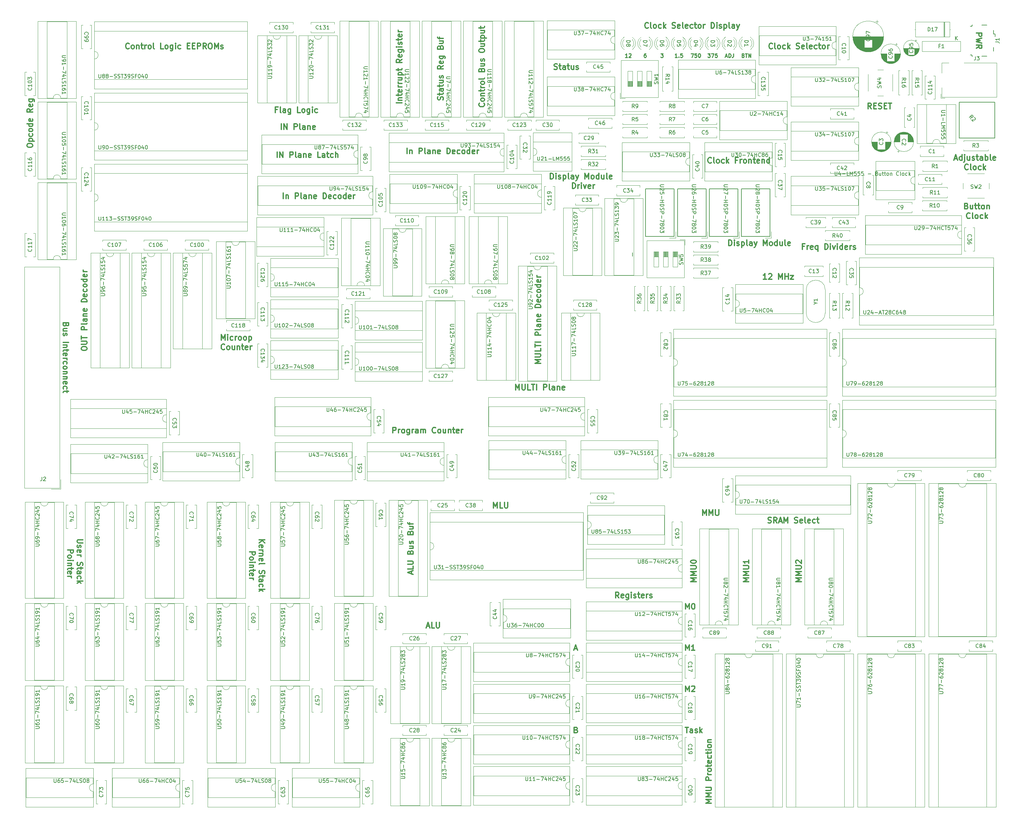
<source format=gbr>
G04 #@! TF.GenerationSoftware,KiCad,Pcbnew,(5.0.0-rc2-83-gda392728d)*
G04 #@! TF.CreationDate,2018-06-14T18:24:26+09:00*
G04 #@! TF.ProjectId,cpu,6370752E6B696361645F706362000000,rev?*
G04 #@! TF.SameCoordinates,Original*
G04 #@! TF.FileFunction,Legend,Top*
G04 #@! TF.FilePolarity,Positive*
%FSLAX46Y46*%
G04 Gerber Fmt 4.6, Leading zero omitted, Abs format (unit mm)*
G04 Created by KiCad (PCBNEW (5.0.0-rc2-83-gda392728d)) date 06/14/18 18:24:26*
%MOMM*%
%LPD*%
G01*
G04 APERTURE LIST*
%ADD10C,0.300000*%
%ADD11C,0.200000*%
%ADD12C,0.250000*%
%ADD13C,0.120000*%
%ADD14C,0.150000*%
G04 APERTURE END LIST*
D10*
X208678571Y-150357142D02*
X207178571Y-150357142D01*
X208250000Y-149857142D01*
X207178571Y-149357142D01*
X208678571Y-149357142D01*
X208678571Y-148642857D02*
X207178571Y-148642857D01*
X208250000Y-148142857D01*
X207178571Y-147642857D01*
X208678571Y-147642857D01*
X207178571Y-146928571D02*
X208392857Y-146928571D01*
X208535714Y-146857142D01*
X208607142Y-146785714D01*
X208678571Y-146642857D01*
X208678571Y-146357142D01*
X208607142Y-146214285D01*
X208535714Y-146142857D01*
X208392857Y-146071428D01*
X207178571Y-146071428D01*
X207321428Y-145428571D02*
X207250000Y-145357142D01*
X207178571Y-145214285D01*
X207178571Y-144857142D01*
X207250000Y-144714285D01*
X207321428Y-144642857D01*
X207464285Y-144571428D01*
X207607142Y-144571428D01*
X207821428Y-144642857D01*
X208678571Y-145500000D01*
X208678571Y-144571428D01*
X194678571Y-150357142D02*
X193178571Y-150357142D01*
X194250000Y-149857142D01*
X193178571Y-149357142D01*
X194678571Y-149357142D01*
X194678571Y-148642857D02*
X193178571Y-148642857D01*
X194250000Y-148142857D01*
X193178571Y-147642857D01*
X194678571Y-147642857D01*
X193178571Y-146928571D02*
X194392857Y-146928571D01*
X194535714Y-146857142D01*
X194607142Y-146785714D01*
X194678571Y-146642857D01*
X194678571Y-146357142D01*
X194607142Y-146214285D01*
X194535714Y-146142857D01*
X194392857Y-146071428D01*
X193178571Y-146071428D01*
X194678571Y-144571428D02*
X194678571Y-145428571D01*
X194678571Y-145000000D02*
X193178571Y-145000000D01*
X193392857Y-145142857D01*
X193535714Y-145285714D01*
X193607142Y-145428571D01*
X180678571Y-150357142D02*
X179178571Y-150357142D01*
X180250000Y-149857142D01*
X179178571Y-149357142D01*
X180678571Y-149357142D01*
X180678571Y-148642857D02*
X179178571Y-148642857D01*
X180250000Y-148142857D01*
X179178571Y-147642857D01*
X180678571Y-147642857D01*
X179178571Y-146928571D02*
X180392857Y-146928571D01*
X180535714Y-146857142D01*
X180607142Y-146785714D01*
X180678571Y-146642857D01*
X180678571Y-146357142D01*
X180607142Y-146214285D01*
X180535714Y-146142857D01*
X180392857Y-146071428D01*
X179178571Y-146071428D01*
X179178571Y-145071428D02*
X179178571Y-144928571D01*
X179250000Y-144785714D01*
X179321428Y-144714285D01*
X179464285Y-144642857D01*
X179750000Y-144571428D01*
X180107142Y-144571428D01*
X180392857Y-144642857D01*
X180535714Y-144714285D01*
X180607142Y-144785714D01*
X180678571Y-144928571D01*
X180678571Y-145071428D01*
X180607142Y-145214285D01*
X180535714Y-145285714D01*
X180392857Y-145357142D01*
X180107142Y-145428571D01*
X179750000Y-145428571D01*
X179464285Y-145357142D01*
X179321428Y-145285714D01*
X179250000Y-145214285D01*
X179178571Y-145071428D01*
X199785714Y-134607142D02*
X200000000Y-134678571D01*
X200357142Y-134678571D01*
X200500000Y-134607142D01*
X200571428Y-134535714D01*
X200642857Y-134392857D01*
X200642857Y-134250000D01*
X200571428Y-134107142D01*
X200500000Y-134035714D01*
X200357142Y-133964285D01*
X200071428Y-133892857D01*
X199928571Y-133821428D01*
X199857142Y-133750000D01*
X199785714Y-133607142D01*
X199785714Y-133464285D01*
X199857142Y-133321428D01*
X199928571Y-133250000D01*
X200071428Y-133178571D01*
X200428571Y-133178571D01*
X200642857Y-133250000D01*
X202142857Y-134678571D02*
X201642857Y-133964285D01*
X201285714Y-134678571D02*
X201285714Y-133178571D01*
X201857142Y-133178571D01*
X202000000Y-133250000D01*
X202071428Y-133321428D01*
X202142857Y-133464285D01*
X202142857Y-133678571D01*
X202071428Y-133821428D01*
X202000000Y-133892857D01*
X201857142Y-133964285D01*
X201285714Y-133964285D01*
X202714285Y-134250000D02*
X203428571Y-134250000D01*
X202571428Y-134678571D02*
X203071428Y-133178571D01*
X203571428Y-134678571D01*
X204071428Y-134678571D02*
X204071428Y-133178571D01*
X204571428Y-134250000D01*
X205071428Y-133178571D01*
X205071428Y-134678571D01*
X206857142Y-134607142D02*
X207071428Y-134678571D01*
X207428571Y-134678571D01*
X207571428Y-134607142D01*
X207642857Y-134535714D01*
X207714285Y-134392857D01*
X207714285Y-134250000D01*
X207642857Y-134107142D01*
X207571428Y-134035714D01*
X207428571Y-133964285D01*
X207142857Y-133892857D01*
X207000000Y-133821428D01*
X206928571Y-133750000D01*
X206857142Y-133607142D01*
X206857142Y-133464285D01*
X206928571Y-133321428D01*
X207000000Y-133250000D01*
X207142857Y-133178571D01*
X207500000Y-133178571D01*
X207714285Y-133250000D01*
X208928571Y-134607142D02*
X208785714Y-134678571D01*
X208500000Y-134678571D01*
X208357142Y-134607142D01*
X208285714Y-134464285D01*
X208285714Y-133892857D01*
X208357142Y-133750000D01*
X208500000Y-133678571D01*
X208785714Y-133678571D01*
X208928571Y-133750000D01*
X209000000Y-133892857D01*
X209000000Y-134035714D01*
X208285714Y-134178571D01*
X209857142Y-134678571D02*
X209714285Y-134607142D01*
X209642857Y-134464285D01*
X209642857Y-133178571D01*
X211000000Y-134607142D02*
X210857142Y-134678571D01*
X210571428Y-134678571D01*
X210428571Y-134607142D01*
X210357142Y-134464285D01*
X210357142Y-133892857D01*
X210428571Y-133750000D01*
X210571428Y-133678571D01*
X210857142Y-133678571D01*
X211000000Y-133750000D01*
X211071428Y-133892857D01*
X211071428Y-134035714D01*
X210357142Y-134178571D01*
X212357142Y-134607142D02*
X212214285Y-134678571D01*
X211928571Y-134678571D01*
X211785714Y-134607142D01*
X211714285Y-134535714D01*
X211642857Y-134392857D01*
X211642857Y-133964285D01*
X211714285Y-133821428D01*
X211785714Y-133750000D01*
X211928571Y-133678571D01*
X212214285Y-133678571D01*
X212357142Y-133750000D01*
X212785714Y-133678571D02*
X213357142Y-133678571D01*
X213000000Y-133178571D02*
X213000000Y-134464285D01*
X213071428Y-134607142D01*
X213214285Y-134678571D01*
X213357142Y-134678571D01*
X12607142Y-81785714D02*
X12535714Y-82000000D01*
X12464285Y-82071428D01*
X12321428Y-82142857D01*
X12107142Y-82142857D01*
X11964285Y-82071428D01*
X11892857Y-82000000D01*
X11821428Y-81857142D01*
X11821428Y-81285714D01*
X13321428Y-81285714D01*
X13321428Y-81785714D01*
X13250000Y-81928571D01*
X13178571Y-82000000D01*
X13035714Y-82071428D01*
X12892857Y-82071428D01*
X12750000Y-82000000D01*
X12678571Y-81928571D01*
X12607142Y-81785714D01*
X12607142Y-81285714D01*
X12821428Y-83428571D02*
X11821428Y-83428571D01*
X12821428Y-82785714D02*
X12035714Y-82785714D01*
X11892857Y-82857142D01*
X11821428Y-83000000D01*
X11821428Y-83214285D01*
X11892857Y-83357142D01*
X11964285Y-83428571D01*
X11892857Y-84071428D02*
X11821428Y-84214285D01*
X11821428Y-84500000D01*
X11892857Y-84642857D01*
X12035714Y-84714285D01*
X12107142Y-84714285D01*
X12250000Y-84642857D01*
X12321428Y-84500000D01*
X12321428Y-84285714D01*
X12392857Y-84142857D01*
X12535714Y-84071428D01*
X12607142Y-84071428D01*
X12750000Y-84142857D01*
X12821428Y-84285714D01*
X12821428Y-84500000D01*
X12750000Y-84642857D01*
X11821428Y-86500000D02*
X13321428Y-86500000D01*
X12821428Y-87214285D02*
X11821428Y-87214285D01*
X12678571Y-87214285D02*
X12750000Y-87285714D01*
X12821428Y-87428571D01*
X12821428Y-87642857D01*
X12750000Y-87785714D01*
X12607142Y-87857142D01*
X11821428Y-87857142D01*
X12821428Y-88357142D02*
X12821428Y-88928571D01*
X13321428Y-88571428D02*
X12035714Y-88571428D01*
X11892857Y-88642857D01*
X11821428Y-88785714D01*
X11821428Y-88928571D01*
X11892857Y-90000000D02*
X11821428Y-89857142D01*
X11821428Y-89571428D01*
X11892857Y-89428571D01*
X12035714Y-89357142D01*
X12607142Y-89357142D01*
X12750000Y-89428571D01*
X12821428Y-89571428D01*
X12821428Y-89857142D01*
X12750000Y-90000000D01*
X12607142Y-90071428D01*
X12464285Y-90071428D01*
X12321428Y-89357142D01*
X11821428Y-90714285D02*
X12821428Y-90714285D01*
X12535714Y-90714285D02*
X12678571Y-90785714D01*
X12750000Y-90857142D01*
X12821428Y-91000000D01*
X12821428Y-91142857D01*
X11892857Y-92285714D02*
X11821428Y-92142857D01*
X11821428Y-91857142D01*
X11892857Y-91714285D01*
X11964285Y-91642857D01*
X12107142Y-91571428D01*
X12535714Y-91571428D01*
X12678571Y-91642857D01*
X12750000Y-91714285D01*
X12821428Y-91857142D01*
X12821428Y-92142857D01*
X12750000Y-92285714D01*
X11821428Y-93142857D02*
X11892857Y-93000000D01*
X11964285Y-92928571D01*
X12107142Y-92857142D01*
X12535714Y-92857142D01*
X12678571Y-92928571D01*
X12750000Y-93000000D01*
X12821428Y-93142857D01*
X12821428Y-93357142D01*
X12750000Y-93500000D01*
X12678571Y-93571428D01*
X12535714Y-93642857D01*
X12107142Y-93642857D01*
X11964285Y-93571428D01*
X11892857Y-93500000D01*
X11821428Y-93357142D01*
X11821428Y-93142857D01*
X12821428Y-94285714D02*
X11821428Y-94285714D01*
X12678571Y-94285714D02*
X12750000Y-94357142D01*
X12821428Y-94500000D01*
X12821428Y-94714285D01*
X12750000Y-94857142D01*
X12607142Y-94928571D01*
X11821428Y-94928571D01*
X12821428Y-95642857D02*
X11821428Y-95642857D01*
X12678571Y-95642857D02*
X12749999Y-95714285D01*
X12821428Y-95857142D01*
X12821428Y-96071428D01*
X12749999Y-96214285D01*
X12607142Y-96285714D01*
X11821428Y-96285714D01*
X11892857Y-97571428D02*
X11821428Y-97428571D01*
X11821428Y-97142857D01*
X11892857Y-97000000D01*
X12035714Y-96928571D01*
X12607142Y-96928571D01*
X12749999Y-97000000D01*
X12821428Y-97142857D01*
X12821428Y-97428571D01*
X12749999Y-97571428D01*
X12607142Y-97642857D01*
X12464285Y-97642857D01*
X12321428Y-96928571D01*
X11892857Y-98928571D02*
X11821428Y-98785714D01*
X11821428Y-98500000D01*
X11892857Y-98357142D01*
X11964285Y-98285714D01*
X12107142Y-98214285D01*
X12535714Y-98214285D01*
X12678571Y-98285714D01*
X12749999Y-98357142D01*
X12821428Y-98500000D01*
X12821428Y-98785714D01*
X12749999Y-98928571D01*
X12821428Y-99357142D02*
X12821428Y-99928571D01*
X13321428Y-99571428D02*
X12035714Y-99571428D01*
X11892857Y-99642857D01*
X11821428Y-99785714D01*
X11821428Y-99928571D01*
X141750000Y-42903571D02*
X141750000Y-41403571D01*
X142107142Y-41403571D01*
X142321428Y-41475000D01*
X142464285Y-41617857D01*
X142535714Y-41760714D01*
X142607142Y-42046428D01*
X142607142Y-42260714D01*
X142535714Y-42546428D01*
X142464285Y-42689285D01*
X142321428Y-42832142D01*
X142107142Y-42903571D01*
X141750000Y-42903571D01*
X143250000Y-42903571D02*
X143250000Y-41903571D01*
X143250000Y-41403571D02*
X143178571Y-41475000D01*
X143250000Y-41546428D01*
X143321428Y-41475000D01*
X143250000Y-41403571D01*
X143250000Y-41546428D01*
X143892857Y-42832142D02*
X144035714Y-42903571D01*
X144321428Y-42903571D01*
X144464285Y-42832142D01*
X144535714Y-42689285D01*
X144535714Y-42617857D01*
X144464285Y-42475000D01*
X144321428Y-42403571D01*
X144107142Y-42403571D01*
X143964285Y-42332142D01*
X143892857Y-42189285D01*
X143892857Y-42117857D01*
X143964285Y-41975000D01*
X144107142Y-41903571D01*
X144321428Y-41903571D01*
X144464285Y-41975000D01*
X145178571Y-41903571D02*
X145178571Y-43403571D01*
X145178571Y-41975000D02*
X145321428Y-41903571D01*
X145607142Y-41903571D01*
X145750000Y-41975000D01*
X145821428Y-42046428D01*
X145892857Y-42189285D01*
X145892857Y-42617857D01*
X145821428Y-42760714D01*
X145750000Y-42832142D01*
X145607142Y-42903571D01*
X145321428Y-42903571D01*
X145178571Y-42832142D01*
X146750000Y-42903571D02*
X146607142Y-42832142D01*
X146535714Y-42689285D01*
X146535714Y-41403571D01*
X147964285Y-42903571D02*
X147964285Y-42117857D01*
X147892857Y-41975000D01*
X147750000Y-41903571D01*
X147464285Y-41903571D01*
X147321428Y-41975000D01*
X147964285Y-42832142D02*
X147821428Y-42903571D01*
X147464285Y-42903571D01*
X147321428Y-42832142D01*
X147250000Y-42689285D01*
X147250000Y-42546428D01*
X147321428Y-42403571D01*
X147464285Y-42332142D01*
X147821428Y-42332142D01*
X147964285Y-42260714D01*
X148535714Y-41903571D02*
X148892857Y-42903571D01*
X149250000Y-41903571D02*
X148892857Y-42903571D01*
X148750000Y-43260714D01*
X148678571Y-43332142D01*
X148535714Y-43403571D01*
X150964285Y-42903571D02*
X150964285Y-41403571D01*
X151464285Y-42475000D01*
X151964285Y-41403571D01*
X151964285Y-42903571D01*
X152892857Y-42903571D02*
X152750000Y-42832142D01*
X152678571Y-42760714D01*
X152607142Y-42617857D01*
X152607142Y-42189285D01*
X152678571Y-42046428D01*
X152750000Y-41975000D01*
X152892857Y-41903571D01*
X153107142Y-41903571D01*
X153250000Y-41975000D01*
X153321428Y-42046428D01*
X153392857Y-42189285D01*
X153392857Y-42617857D01*
X153321428Y-42760714D01*
X153250000Y-42832142D01*
X153107142Y-42903571D01*
X152892857Y-42903571D01*
X154678571Y-42903571D02*
X154678571Y-41403571D01*
X154678571Y-42832142D02*
X154535714Y-42903571D01*
X154250000Y-42903571D01*
X154107142Y-42832142D01*
X154035714Y-42760714D01*
X153964285Y-42617857D01*
X153964285Y-42189285D01*
X154035714Y-42046428D01*
X154107142Y-41975000D01*
X154250000Y-41903571D01*
X154535714Y-41903571D01*
X154678571Y-41975000D01*
X156035714Y-41903571D02*
X156035714Y-42903571D01*
X155392857Y-41903571D02*
X155392857Y-42689285D01*
X155464285Y-42832142D01*
X155607142Y-42903571D01*
X155821428Y-42903571D01*
X155964285Y-42832142D01*
X156035714Y-42760714D01*
X156964285Y-42903571D02*
X156821428Y-42832142D01*
X156750000Y-42689285D01*
X156750000Y-41403571D01*
X158107142Y-42832142D02*
X157964285Y-42903571D01*
X157678571Y-42903571D01*
X157535714Y-42832142D01*
X157464285Y-42689285D01*
X157464285Y-42117857D01*
X157535714Y-41975000D01*
X157678571Y-41903571D01*
X157964285Y-41903571D01*
X158107142Y-41975000D01*
X158178571Y-42117857D01*
X158178571Y-42260714D01*
X157464285Y-42403571D01*
X147607142Y-45453571D02*
X147607142Y-43953571D01*
X147964285Y-43953571D01*
X148178571Y-44025000D01*
X148321428Y-44167857D01*
X148392857Y-44310714D01*
X148464285Y-44596428D01*
X148464285Y-44810714D01*
X148392857Y-45096428D01*
X148321428Y-45239285D01*
X148178571Y-45382142D01*
X147964285Y-45453571D01*
X147607142Y-45453571D01*
X149107142Y-45453571D02*
X149107142Y-44453571D01*
X149107142Y-44739285D02*
X149178571Y-44596428D01*
X149250000Y-44525000D01*
X149392857Y-44453571D01*
X149535714Y-44453571D01*
X150035714Y-45453571D02*
X150035714Y-44453571D01*
X150035714Y-43953571D02*
X149964285Y-44025000D01*
X150035714Y-44096428D01*
X150107142Y-44025000D01*
X150035714Y-43953571D01*
X150035714Y-44096428D01*
X150607142Y-44453571D02*
X150964285Y-45453571D01*
X151321428Y-44453571D01*
X152464285Y-45382142D02*
X152321428Y-45453571D01*
X152035714Y-45453571D01*
X151892857Y-45382142D01*
X151821428Y-45239285D01*
X151821428Y-44667857D01*
X151892857Y-44525000D01*
X152035714Y-44453571D01*
X152321428Y-44453571D01*
X152464285Y-44525000D01*
X152535714Y-44667857D01*
X152535714Y-44810714D01*
X151821428Y-44953571D01*
X153178571Y-45453571D02*
X153178571Y-44453571D01*
X153178571Y-44739285D02*
X153250000Y-44596428D01*
X153321428Y-44525000D01*
X153464285Y-44453571D01*
X153607142Y-44453571D01*
X189321428Y-60678571D02*
X189321428Y-59178571D01*
X189678571Y-59178571D01*
X189892857Y-59250000D01*
X190035714Y-59392857D01*
X190107142Y-59535714D01*
X190178571Y-59821428D01*
X190178571Y-60035714D01*
X190107142Y-60321428D01*
X190035714Y-60464285D01*
X189892857Y-60607142D01*
X189678571Y-60678571D01*
X189321428Y-60678571D01*
X190821428Y-60678571D02*
X190821428Y-59678571D01*
X190821428Y-59178571D02*
X190750000Y-59250000D01*
X190821428Y-59321428D01*
X190892857Y-59250000D01*
X190821428Y-59178571D01*
X190821428Y-59321428D01*
X191464285Y-60607142D02*
X191607142Y-60678571D01*
X191892857Y-60678571D01*
X192035714Y-60607142D01*
X192107142Y-60464285D01*
X192107142Y-60392857D01*
X192035714Y-60250000D01*
X191892857Y-60178571D01*
X191678571Y-60178571D01*
X191535714Y-60107142D01*
X191464285Y-59964285D01*
X191464285Y-59892857D01*
X191535714Y-59750000D01*
X191678571Y-59678571D01*
X191892857Y-59678571D01*
X192035714Y-59750000D01*
X192750000Y-59678571D02*
X192750000Y-61178571D01*
X192750000Y-59750000D02*
X192892857Y-59678571D01*
X193178571Y-59678571D01*
X193321428Y-59750000D01*
X193392857Y-59821428D01*
X193464285Y-59964285D01*
X193464285Y-60392857D01*
X193392857Y-60535714D01*
X193321428Y-60607142D01*
X193178571Y-60678571D01*
X192892857Y-60678571D01*
X192750000Y-60607142D01*
X194321428Y-60678571D02*
X194178571Y-60607142D01*
X194107142Y-60464285D01*
X194107142Y-59178571D01*
X195535714Y-60678571D02*
X195535714Y-59892857D01*
X195464285Y-59750000D01*
X195321428Y-59678571D01*
X195035714Y-59678571D01*
X194892857Y-59750000D01*
X195535714Y-60607142D02*
X195392857Y-60678571D01*
X195035714Y-60678571D01*
X194892857Y-60607142D01*
X194821428Y-60464285D01*
X194821428Y-60321428D01*
X194892857Y-60178571D01*
X195035714Y-60107142D01*
X195392857Y-60107142D01*
X195535714Y-60035714D01*
X196107142Y-59678571D02*
X196464285Y-60678571D01*
X196821428Y-59678571D02*
X196464285Y-60678571D01*
X196321428Y-61035714D01*
X196250000Y-61107142D01*
X196107142Y-61178571D01*
X198535714Y-60678571D02*
X198535714Y-59178571D01*
X199035714Y-60250000D01*
X199535714Y-59178571D01*
X199535714Y-60678571D01*
X200464285Y-60678571D02*
X200321428Y-60607142D01*
X200250000Y-60535714D01*
X200178571Y-60392857D01*
X200178571Y-59964285D01*
X200250000Y-59821428D01*
X200321428Y-59750000D01*
X200464285Y-59678571D01*
X200678571Y-59678571D01*
X200821428Y-59750000D01*
X200892857Y-59821428D01*
X200964285Y-59964285D01*
X200964285Y-60392857D01*
X200892857Y-60535714D01*
X200821428Y-60607142D01*
X200678571Y-60678571D01*
X200464285Y-60678571D01*
X202250000Y-60678571D02*
X202250000Y-59178571D01*
X202250000Y-60607142D02*
X202107142Y-60678571D01*
X201821428Y-60678571D01*
X201678571Y-60607142D01*
X201607142Y-60535714D01*
X201535714Y-60392857D01*
X201535714Y-59964285D01*
X201607142Y-59821428D01*
X201678571Y-59750000D01*
X201821428Y-59678571D01*
X202107142Y-59678571D01*
X202250000Y-59750000D01*
X203607142Y-59678571D02*
X203607142Y-60678571D01*
X202964285Y-59678571D02*
X202964285Y-60464285D01*
X203035714Y-60607142D01*
X203178571Y-60678571D01*
X203392857Y-60678571D01*
X203535714Y-60607142D01*
X203607142Y-60535714D01*
X204535714Y-60678571D02*
X204392857Y-60607142D01*
X204321428Y-60464285D01*
X204321428Y-59178571D01*
X205678571Y-60607142D02*
X205535714Y-60678571D01*
X205249999Y-60678571D01*
X205107142Y-60607142D01*
X205035714Y-60464285D01*
X205035714Y-59892857D01*
X205107142Y-59750000D01*
X205249999Y-59678571D01*
X205535714Y-59678571D01*
X205678571Y-59750000D01*
X205750000Y-59892857D01*
X205750000Y-60035714D01*
X205035714Y-60178571D01*
X132464285Y-99178571D02*
X132464285Y-97678571D01*
X132964285Y-98750000D01*
X133464285Y-97678571D01*
X133464285Y-99178571D01*
X134178571Y-97678571D02*
X134178571Y-98892857D01*
X134250000Y-99035714D01*
X134321428Y-99107142D01*
X134464285Y-99178571D01*
X134750000Y-99178571D01*
X134892857Y-99107142D01*
X134964285Y-99035714D01*
X135035714Y-98892857D01*
X135035714Y-97678571D01*
X136464285Y-99178571D02*
X135750000Y-99178571D01*
X135750000Y-97678571D01*
X136750000Y-97678571D02*
X137607142Y-97678571D01*
X137178571Y-99178571D02*
X137178571Y-97678571D01*
X138107142Y-99178571D02*
X138107142Y-97678571D01*
X139964285Y-99178571D02*
X139964285Y-97678571D01*
X140535714Y-97678571D01*
X140678571Y-97750000D01*
X140750000Y-97821428D01*
X140821428Y-97964285D01*
X140821428Y-98178571D01*
X140750000Y-98321428D01*
X140678571Y-98392857D01*
X140535714Y-98464285D01*
X139964285Y-98464285D01*
X141678571Y-99178571D02*
X141535714Y-99107142D01*
X141464285Y-98964285D01*
X141464285Y-97678571D01*
X142892857Y-99178571D02*
X142892857Y-98392857D01*
X142821428Y-98250000D01*
X142678571Y-98178571D01*
X142392857Y-98178571D01*
X142250000Y-98250000D01*
X142892857Y-99107142D02*
X142750000Y-99178571D01*
X142392857Y-99178571D01*
X142250000Y-99107142D01*
X142178571Y-98964285D01*
X142178571Y-98821428D01*
X142250000Y-98678571D01*
X142392857Y-98607142D01*
X142750000Y-98607142D01*
X142892857Y-98535714D01*
X143607142Y-98178571D02*
X143607142Y-99178571D01*
X143607142Y-98321428D02*
X143678571Y-98250000D01*
X143821428Y-98178571D01*
X144035714Y-98178571D01*
X144178571Y-98250000D01*
X144250000Y-98392857D01*
X144250000Y-99178571D01*
X145535714Y-99107142D02*
X145392857Y-99178571D01*
X145107142Y-99178571D01*
X144964285Y-99107142D01*
X144892857Y-98964285D01*
X144892857Y-98392857D01*
X144964285Y-98250000D01*
X145107142Y-98178571D01*
X145392857Y-98178571D01*
X145535714Y-98250000D01*
X145607142Y-98392857D01*
X145607142Y-98535714D01*
X144892857Y-98678571D01*
X70000000Y-29678571D02*
X70000000Y-28178571D01*
X70714285Y-29678571D02*
X70714285Y-28178571D01*
X71571428Y-29678571D01*
X71571428Y-28178571D01*
X73428571Y-29678571D02*
X73428571Y-28178571D01*
X74000000Y-28178571D01*
X74142857Y-28250000D01*
X74214285Y-28321428D01*
X74285714Y-28464285D01*
X74285714Y-28678571D01*
X74214285Y-28821428D01*
X74142857Y-28892857D01*
X74000000Y-28964285D01*
X73428571Y-28964285D01*
X75142857Y-29678571D02*
X75000000Y-29607142D01*
X74928571Y-29464285D01*
X74928571Y-28178571D01*
X76357142Y-29678571D02*
X76357142Y-28892857D01*
X76285714Y-28750000D01*
X76142857Y-28678571D01*
X75857142Y-28678571D01*
X75714285Y-28750000D01*
X76357142Y-29607142D02*
X76214285Y-29678571D01*
X75857142Y-29678571D01*
X75714285Y-29607142D01*
X75642857Y-29464285D01*
X75642857Y-29321428D01*
X75714285Y-29178571D01*
X75857142Y-29107142D01*
X76214285Y-29107142D01*
X76357142Y-29035714D01*
X77071428Y-28678571D02*
X77071428Y-29678571D01*
X77071428Y-28821428D02*
X77142857Y-28750000D01*
X77285714Y-28678571D01*
X77500000Y-28678571D01*
X77642857Y-28750000D01*
X77714285Y-28892857D01*
X77714285Y-29678571D01*
X79000000Y-29607142D02*
X78857142Y-29678571D01*
X78571428Y-29678571D01*
X78428571Y-29607142D01*
X78357142Y-29464285D01*
X78357142Y-28892857D01*
X78428571Y-28750000D01*
X78571428Y-28678571D01*
X78857142Y-28678571D01*
X79000000Y-28750000D01*
X79071428Y-28892857D01*
X79071428Y-29035714D01*
X78357142Y-29178571D01*
X182357142Y-132678571D02*
X182357142Y-131178571D01*
X182857142Y-132250000D01*
X183357142Y-131178571D01*
X183357142Y-132678571D01*
X184071428Y-132678571D02*
X184071428Y-131178571D01*
X184571428Y-132250000D01*
X185071428Y-131178571D01*
X185071428Y-132678571D01*
X185785714Y-131178571D02*
X185785714Y-132392857D01*
X185857142Y-132535714D01*
X185928571Y-132607142D01*
X186071428Y-132678571D01*
X186357142Y-132678571D01*
X186500000Y-132607142D01*
X186571428Y-132535714D01*
X186642857Y-132392857D01*
X186642857Y-131178571D01*
X108750000Y-162250000D02*
X109464285Y-162250000D01*
X108607142Y-162678571D02*
X109107142Y-161178571D01*
X109607142Y-162678571D01*
X110821428Y-162678571D02*
X110107142Y-162678571D01*
X110107142Y-161178571D01*
X111321428Y-161178571D02*
X111321428Y-162392857D01*
X111392857Y-162535714D01*
X111464285Y-162607142D01*
X111607142Y-162678571D01*
X111892857Y-162678571D01*
X112035714Y-162607142D01*
X112107142Y-162535714D01*
X112178571Y-162392857D01*
X112178571Y-161178571D01*
X160035714Y-154678571D02*
X159535714Y-153964285D01*
X159178571Y-154678571D02*
X159178571Y-153178571D01*
X159750000Y-153178571D01*
X159892857Y-153250000D01*
X159964285Y-153321428D01*
X160035714Y-153464285D01*
X160035714Y-153678571D01*
X159964285Y-153821428D01*
X159892857Y-153892857D01*
X159750000Y-153964285D01*
X159178571Y-153964285D01*
X161250000Y-154607142D02*
X161107142Y-154678571D01*
X160821428Y-154678571D01*
X160678571Y-154607142D01*
X160607142Y-154464285D01*
X160607142Y-153892857D01*
X160678571Y-153750000D01*
X160821428Y-153678571D01*
X161107142Y-153678571D01*
X161250000Y-153750000D01*
X161321428Y-153892857D01*
X161321428Y-154035714D01*
X160607142Y-154178571D01*
X162607142Y-153678571D02*
X162607142Y-154892857D01*
X162535714Y-155035714D01*
X162464285Y-155107142D01*
X162321428Y-155178571D01*
X162107142Y-155178571D01*
X161964285Y-155107142D01*
X162607142Y-154607142D02*
X162464285Y-154678571D01*
X162178571Y-154678571D01*
X162035714Y-154607142D01*
X161964285Y-154535714D01*
X161892857Y-154392857D01*
X161892857Y-153964285D01*
X161964285Y-153821428D01*
X162035714Y-153750000D01*
X162178571Y-153678571D01*
X162464285Y-153678571D01*
X162607142Y-153750000D01*
X163321428Y-154678571D02*
X163321428Y-153678571D01*
X163321428Y-153178571D02*
X163250000Y-153250000D01*
X163321428Y-153321428D01*
X163392857Y-153250000D01*
X163321428Y-153178571D01*
X163321428Y-153321428D01*
X163964285Y-154607142D02*
X164107142Y-154678571D01*
X164392857Y-154678571D01*
X164535714Y-154607142D01*
X164607142Y-154464285D01*
X164607142Y-154392857D01*
X164535714Y-154250000D01*
X164392857Y-154178571D01*
X164178571Y-154178571D01*
X164035714Y-154107142D01*
X163964285Y-153964285D01*
X163964285Y-153892857D01*
X164035714Y-153750000D01*
X164178571Y-153678571D01*
X164392857Y-153678571D01*
X164535714Y-153750000D01*
X165035714Y-153678571D02*
X165607142Y-153678571D01*
X165250000Y-153178571D02*
X165250000Y-154464285D01*
X165321428Y-154607142D01*
X165464285Y-154678571D01*
X165607142Y-154678571D01*
X166678571Y-154607142D02*
X166535714Y-154678571D01*
X166250000Y-154678571D01*
X166107142Y-154607142D01*
X166035714Y-154464285D01*
X166035714Y-153892857D01*
X166107142Y-153750000D01*
X166250000Y-153678571D01*
X166535714Y-153678571D01*
X166678571Y-153750000D01*
X166750000Y-153892857D01*
X166750000Y-154035714D01*
X166035714Y-154178571D01*
X167392857Y-154678571D02*
X167392857Y-153678571D01*
X167392857Y-153964285D02*
X167464285Y-153821428D01*
X167535714Y-153750000D01*
X167678571Y-153678571D01*
X167821428Y-153678571D01*
X168250000Y-154607142D02*
X168392857Y-154678571D01*
X168678571Y-154678571D01*
X168821428Y-154607142D01*
X168892857Y-154464285D01*
X168892857Y-154392857D01*
X168821428Y-154250000D01*
X168678571Y-154178571D01*
X168464285Y-154178571D01*
X168321428Y-154107142D01*
X168250000Y-153964285D01*
X168250000Y-153892857D01*
X168321428Y-153750000D01*
X168464285Y-153678571D01*
X168678571Y-153678571D01*
X168821428Y-153750000D01*
X184678571Y-209464285D02*
X183178571Y-209464285D01*
X184250000Y-208964285D01*
X183178571Y-208464285D01*
X184678571Y-208464285D01*
X184678571Y-207750000D02*
X183178571Y-207750000D01*
X184250000Y-207250000D01*
X183178571Y-206750000D01*
X184678571Y-206750000D01*
X183178571Y-206035714D02*
X184392857Y-206035714D01*
X184535714Y-205964285D01*
X184607142Y-205892857D01*
X184678571Y-205750000D01*
X184678571Y-205464285D01*
X184607142Y-205321428D01*
X184535714Y-205250000D01*
X184392857Y-205178571D01*
X183178571Y-205178571D01*
X184678571Y-203321428D02*
X183178571Y-203321428D01*
X183178571Y-202750000D01*
X183250000Y-202607142D01*
X183321428Y-202535714D01*
X183464285Y-202464285D01*
X183678571Y-202464285D01*
X183821428Y-202535714D01*
X183892857Y-202607142D01*
X183964285Y-202750000D01*
X183964285Y-203321428D01*
X184678571Y-201821428D02*
X183678571Y-201821428D01*
X183964285Y-201821428D02*
X183821428Y-201750000D01*
X183750000Y-201678571D01*
X183678571Y-201535714D01*
X183678571Y-201392857D01*
X184678571Y-200678571D02*
X184607142Y-200821428D01*
X184535714Y-200892857D01*
X184392857Y-200964285D01*
X183964285Y-200964285D01*
X183821428Y-200892857D01*
X183750000Y-200821428D01*
X183678571Y-200678571D01*
X183678571Y-200464285D01*
X183750000Y-200321428D01*
X183821428Y-200250000D01*
X183964285Y-200178571D01*
X184392857Y-200178571D01*
X184535714Y-200250000D01*
X184607142Y-200321428D01*
X184678571Y-200464285D01*
X184678571Y-200678571D01*
X183678571Y-199750000D02*
X183678571Y-199178571D01*
X183178571Y-199535714D02*
X184464285Y-199535714D01*
X184607142Y-199464285D01*
X184678571Y-199321428D01*
X184678571Y-199178571D01*
X184607142Y-198107142D02*
X184678571Y-198250000D01*
X184678571Y-198535714D01*
X184607142Y-198678571D01*
X184464285Y-198750000D01*
X183892857Y-198750000D01*
X183750000Y-198678571D01*
X183678571Y-198535714D01*
X183678571Y-198250000D01*
X183750000Y-198107142D01*
X183892857Y-198035714D01*
X184035714Y-198035714D01*
X184178571Y-198750000D01*
X184607142Y-196750000D02*
X184678571Y-196892857D01*
X184678571Y-197178571D01*
X184607142Y-197321428D01*
X184535714Y-197392857D01*
X184392857Y-197464285D01*
X183964285Y-197464285D01*
X183821428Y-197392857D01*
X183750000Y-197321428D01*
X183678571Y-197178571D01*
X183678571Y-196892857D01*
X183750000Y-196750000D01*
X183678571Y-196321428D02*
X183678571Y-195750000D01*
X183178571Y-196107142D02*
X184464285Y-196107142D01*
X184607142Y-196035714D01*
X184678571Y-195892857D01*
X184678571Y-195750000D01*
X184678571Y-195250000D02*
X183678571Y-195250000D01*
X183178571Y-195250000D02*
X183250000Y-195321428D01*
X183321428Y-195250000D01*
X183250000Y-195178571D01*
X183178571Y-195250000D01*
X183321428Y-195250000D01*
X184678571Y-194321428D02*
X184607142Y-194464285D01*
X184535714Y-194535714D01*
X184392857Y-194607142D01*
X183964285Y-194607142D01*
X183821428Y-194535714D01*
X183750000Y-194464285D01*
X183678571Y-194321428D01*
X183678571Y-194107142D01*
X183750000Y-193964285D01*
X183821428Y-193892857D01*
X183964285Y-193821428D01*
X184392857Y-193821428D01*
X184535714Y-193892857D01*
X184607142Y-193964285D01*
X184678571Y-194107142D01*
X184678571Y-194321428D01*
X183678571Y-193178571D02*
X184678571Y-193178571D01*
X183821428Y-193178571D02*
X183750000Y-193107142D01*
X183678571Y-192964285D01*
X183678571Y-192750000D01*
X183750000Y-192607142D01*
X183892857Y-192535714D01*
X184678571Y-192535714D01*
X104750000Y-148285714D02*
X104750000Y-147571428D01*
X105178571Y-148428571D02*
X103678571Y-147928571D01*
X105178571Y-147428571D01*
X105178571Y-146214285D02*
X105178571Y-146928571D01*
X103678571Y-146928571D01*
X103678571Y-145714285D02*
X104892857Y-145714285D01*
X105035714Y-145642857D01*
X105107142Y-145571428D01*
X105178571Y-145428571D01*
X105178571Y-145142857D01*
X105107142Y-145000000D01*
X105035714Y-144928571D01*
X104892857Y-144857142D01*
X103678571Y-144857142D01*
X104392857Y-142500000D02*
X104464285Y-142285714D01*
X104535714Y-142214285D01*
X104678571Y-142142857D01*
X104892857Y-142142857D01*
X105035714Y-142214285D01*
X105107142Y-142285714D01*
X105178571Y-142428571D01*
X105178571Y-143000000D01*
X103678571Y-143000000D01*
X103678571Y-142500000D01*
X103750000Y-142357142D01*
X103821428Y-142285714D01*
X103964285Y-142214285D01*
X104107142Y-142214285D01*
X104250000Y-142285714D01*
X104321428Y-142357142D01*
X104392857Y-142500000D01*
X104392857Y-143000000D01*
X104178571Y-140857142D02*
X105178571Y-140857142D01*
X104178571Y-141500000D02*
X104964285Y-141500000D01*
X105107142Y-141428571D01*
X105178571Y-141285714D01*
X105178571Y-141071428D01*
X105107142Y-140928571D01*
X105035714Y-140857142D01*
X105107142Y-140214285D02*
X105178571Y-140071428D01*
X105178571Y-139785714D01*
X105107142Y-139642857D01*
X104964285Y-139571428D01*
X104892857Y-139571428D01*
X104750000Y-139642857D01*
X104678571Y-139785714D01*
X104678571Y-140000000D01*
X104607142Y-140142857D01*
X104464285Y-140214285D01*
X104392857Y-140214285D01*
X104250000Y-140142857D01*
X104178571Y-140000000D01*
X104178571Y-139785714D01*
X104250000Y-139642857D01*
X104392857Y-137285714D02*
X104464285Y-137071428D01*
X104535714Y-137000000D01*
X104678571Y-136928571D01*
X104892857Y-136928571D01*
X105035714Y-137000000D01*
X105107142Y-137071428D01*
X105178571Y-137214285D01*
X105178571Y-137785714D01*
X103678571Y-137785714D01*
X103678571Y-137285714D01*
X103750000Y-137142857D01*
X103821428Y-137071428D01*
X103964285Y-137000000D01*
X104107142Y-137000000D01*
X104250000Y-137071428D01*
X104321428Y-137142857D01*
X104392857Y-137285714D01*
X104392857Y-137785714D01*
X104178571Y-135642857D02*
X105178571Y-135642857D01*
X104178571Y-136285714D02*
X104964285Y-136285714D01*
X105107142Y-136214285D01*
X105178571Y-136071428D01*
X105178571Y-135857142D01*
X105107142Y-135714285D01*
X105035714Y-135642857D01*
X104178571Y-135142857D02*
X104178571Y-134571428D01*
X105178571Y-134928571D02*
X103892857Y-134928571D01*
X103750000Y-134857142D01*
X103678571Y-134714285D01*
X103678571Y-134571428D01*
X103535714Y-36178571D02*
X103535714Y-34678571D01*
X104250000Y-35178571D02*
X104250000Y-36178571D01*
X104250000Y-35321428D02*
X104321428Y-35250000D01*
X104464285Y-35178571D01*
X104678571Y-35178571D01*
X104821428Y-35250000D01*
X104892857Y-35392857D01*
X104892857Y-36178571D01*
X106750000Y-36178571D02*
X106750000Y-34678571D01*
X107321428Y-34678571D01*
X107464285Y-34750000D01*
X107535714Y-34821428D01*
X107607142Y-34964285D01*
X107607142Y-35178571D01*
X107535714Y-35321428D01*
X107464285Y-35392857D01*
X107321428Y-35464285D01*
X106750000Y-35464285D01*
X108464285Y-36178571D02*
X108321428Y-36107142D01*
X108250000Y-35964285D01*
X108250000Y-34678571D01*
X109678571Y-36178571D02*
X109678571Y-35392857D01*
X109607142Y-35250000D01*
X109464285Y-35178571D01*
X109178571Y-35178571D01*
X109035714Y-35250000D01*
X109678571Y-36107142D02*
X109535714Y-36178571D01*
X109178571Y-36178571D01*
X109035714Y-36107142D01*
X108964285Y-35964285D01*
X108964285Y-35821428D01*
X109035714Y-35678571D01*
X109178571Y-35607142D01*
X109535714Y-35607142D01*
X109678571Y-35535714D01*
X110392857Y-35178571D02*
X110392857Y-36178571D01*
X110392857Y-35321428D02*
X110464285Y-35250000D01*
X110607142Y-35178571D01*
X110821428Y-35178571D01*
X110964285Y-35250000D01*
X111035714Y-35392857D01*
X111035714Y-36178571D01*
X112321428Y-36107142D02*
X112178571Y-36178571D01*
X111892857Y-36178571D01*
X111750000Y-36107142D01*
X111678571Y-35964285D01*
X111678571Y-35392857D01*
X111750000Y-35250000D01*
X111892857Y-35178571D01*
X112178571Y-35178571D01*
X112321428Y-35250000D01*
X112392857Y-35392857D01*
X112392857Y-35535714D01*
X111678571Y-35678571D01*
X114178571Y-36178571D02*
X114178571Y-34678571D01*
X114535714Y-34678571D01*
X114750000Y-34750000D01*
X114892857Y-34892857D01*
X114964285Y-35035714D01*
X115035714Y-35321428D01*
X115035714Y-35535714D01*
X114964285Y-35821428D01*
X114892857Y-35964285D01*
X114750000Y-36107142D01*
X114535714Y-36178571D01*
X114178571Y-36178571D01*
X116250000Y-36107142D02*
X116107142Y-36178571D01*
X115821428Y-36178571D01*
X115678571Y-36107142D01*
X115607142Y-35964285D01*
X115607142Y-35392857D01*
X115678571Y-35250000D01*
X115821428Y-35178571D01*
X116107142Y-35178571D01*
X116250000Y-35250000D01*
X116321428Y-35392857D01*
X116321428Y-35535714D01*
X115607142Y-35678571D01*
X117607142Y-36107142D02*
X117464285Y-36178571D01*
X117178571Y-36178571D01*
X117035714Y-36107142D01*
X116964285Y-36035714D01*
X116892857Y-35892857D01*
X116892857Y-35464285D01*
X116964285Y-35321428D01*
X117035714Y-35250000D01*
X117178571Y-35178571D01*
X117464285Y-35178571D01*
X117607142Y-35250000D01*
X118464285Y-36178571D02*
X118321428Y-36107142D01*
X118250000Y-36035714D01*
X118178571Y-35892857D01*
X118178571Y-35464285D01*
X118250000Y-35321428D01*
X118321428Y-35250000D01*
X118464285Y-35178571D01*
X118678571Y-35178571D01*
X118821428Y-35250000D01*
X118892857Y-35321428D01*
X118964285Y-35464285D01*
X118964285Y-35892857D01*
X118892857Y-36035714D01*
X118821428Y-36107142D01*
X118678571Y-36178571D01*
X118464285Y-36178571D01*
X120250000Y-36178571D02*
X120250000Y-34678571D01*
X120250000Y-36107142D02*
X120107142Y-36178571D01*
X119821428Y-36178571D01*
X119678571Y-36107142D01*
X119607142Y-36035714D01*
X119535714Y-35892857D01*
X119535714Y-35464285D01*
X119607142Y-35321428D01*
X119678571Y-35250000D01*
X119821428Y-35178571D01*
X120107142Y-35178571D01*
X120250000Y-35250000D01*
X121535714Y-36107142D02*
X121392857Y-36178571D01*
X121107142Y-36178571D01*
X120964285Y-36107142D01*
X120892857Y-35964285D01*
X120892857Y-35392857D01*
X120964285Y-35250000D01*
X121107142Y-35178571D01*
X121392857Y-35178571D01*
X121535714Y-35250000D01*
X121607142Y-35392857D01*
X121607142Y-35535714D01*
X120892857Y-35678571D01*
X122250000Y-36178571D02*
X122250000Y-35178571D01*
X122250000Y-35464285D02*
X122321428Y-35321428D01*
X122392857Y-35250000D01*
X122535714Y-35178571D01*
X122678571Y-35178571D01*
X68892857Y-37178571D02*
X68892857Y-35678571D01*
X69607142Y-37178571D02*
X69607142Y-35678571D01*
X70464285Y-37178571D01*
X70464285Y-35678571D01*
X72321428Y-37178571D02*
X72321428Y-35678571D01*
X72892857Y-35678571D01*
X73035714Y-35750000D01*
X73107142Y-35821428D01*
X73178571Y-35964285D01*
X73178571Y-36178571D01*
X73107142Y-36321428D01*
X73035714Y-36392857D01*
X72892857Y-36464285D01*
X72321428Y-36464285D01*
X74035714Y-37178571D02*
X73892857Y-37107142D01*
X73821428Y-36964285D01*
X73821428Y-35678571D01*
X75250000Y-37178571D02*
X75250000Y-36392857D01*
X75178571Y-36250000D01*
X75035714Y-36178571D01*
X74750000Y-36178571D01*
X74607142Y-36250000D01*
X75250000Y-37107142D02*
X75107142Y-37178571D01*
X74750000Y-37178571D01*
X74607142Y-37107142D01*
X74535714Y-36964285D01*
X74535714Y-36821428D01*
X74607142Y-36678571D01*
X74750000Y-36607142D01*
X75107142Y-36607142D01*
X75250000Y-36535714D01*
X75964285Y-36178571D02*
X75964285Y-37178571D01*
X75964285Y-36321428D02*
X76035714Y-36250000D01*
X76178571Y-36178571D01*
X76392857Y-36178571D01*
X76535714Y-36250000D01*
X76607142Y-36392857D01*
X76607142Y-37178571D01*
X77892857Y-37107142D02*
X77750000Y-37178571D01*
X77464285Y-37178571D01*
X77321428Y-37107142D01*
X77250000Y-36964285D01*
X77250000Y-36392857D01*
X77321428Y-36250000D01*
X77464285Y-36178571D01*
X77750000Y-36178571D01*
X77892857Y-36250000D01*
X77964285Y-36392857D01*
X77964285Y-36535714D01*
X77250000Y-36678571D01*
X80464285Y-37178571D02*
X79750000Y-37178571D01*
X79750000Y-35678571D01*
X81607142Y-37178571D02*
X81607142Y-36392857D01*
X81535714Y-36250000D01*
X81392857Y-36178571D01*
X81107142Y-36178571D01*
X80964285Y-36250000D01*
X81607142Y-37107142D02*
X81464285Y-37178571D01*
X81107142Y-37178571D01*
X80964285Y-37107142D01*
X80892857Y-36964285D01*
X80892857Y-36821428D01*
X80964285Y-36678571D01*
X81107142Y-36607142D01*
X81464285Y-36607142D01*
X81607142Y-36535714D01*
X82107142Y-36178571D02*
X82678571Y-36178571D01*
X82321428Y-35678571D02*
X82321428Y-36964285D01*
X82392857Y-37107142D01*
X82535714Y-37178571D01*
X82678571Y-37178571D01*
X83821428Y-37107142D02*
X83678571Y-37178571D01*
X83392857Y-37178571D01*
X83250000Y-37107142D01*
X83178571Y-37035714D01*
X83107142Y-36892857D01*
X83107142Y-36464285D01*
X83178571Y-36321428D01*
X83250000Y-36250000D01*
X83392857Y-36178571D01*
X83678571Y-36178571D01*
X83821428Y-36250000D01*
X84464285Y-37178571D02*
X84464285Y-35678571D01*
X85107142Y-37178571D02*
X85107142Y-36392857D01*
X85035714Y-36250000D01*
X84892857Y-36178571D01*
X84678571Y-36178571D01*
X84535714Y-36250000D01*
X84464285Y-36321428D01*
X167857142Y-2535714D02*
X167785714Y-2607142D01*
X167571428Y-2678571D01*
X167428571Y-2678571D01*
X167214285Y-2607142D01*
X167071428Y-2464285D01*
X167000000Y-2321428D01*
X166928571Y-2035714D01*
X166928571Y-1821428D01*
X167000000Y-1535714D01*
X167071428Y-1392857D01*
X167214285Y-1250000D01*
X167428571Y-1178571D01*
X167571428Y-1178571D01*
X167785714Y-1250000D01*
X167857142Y-1321428D01*
X168714285Y-2678571D02*
X168571428Y-2607142D01*
X168500000Y-2464285D01*
X168500000Y-1178571D01*
X169500000Y-2678571D02*
X169357142Y-2607142D01*
X169285714Y-2535714D01*
X169214285Y-2392857D01*
X169214285Y-1964285D01*
X169285714Y-1821428D01*
X169357142Y-1750000D01*
X169500000Y-1678571D01*
X169714285Y-1678571D01*
X169857142Y-1750000D01*
X169928571Y-1821428D01*
X170000000Y-1964285D01*
X170000000Y-2392857D01*
X169928571Y-2535714D01*
X169857142Y-2607142D01*
X169714285Y-2678571D01*
X169500000Y-2678571D01*
X171285714Y-2607142D02*
X171142857Y-2678571D01*
X170857142Y-2678571D01*
X170714285Y-2607142D01*
X170642857Y-2535714D01*
X170571428Y-2392857D01*
X170571428Y-1964285D01*
X170642857Y-1821428D01*
X170714285Y-1750000D01*
X170857142Y-1678571D01*
X171142857Y-1678571D01*
X171285714Y-1750000D01*
X171928571Y-2678571D02*
X171928571Y-1178571D01*
X172071428Y-2107142D02*
X172500000Y-2678571D01*
X172500000Y-1678571D02*
X171928571Y-2250000D01*
X174214285Y-2607142D02*
X174428571Y-2678571D01*
X174785714Y-2678571D01*
X174928571Y-2607142D01*
X175000000Y-2535714D01*
X175071428Y-2392857D01*
X175071428Y-2250000D01*
X175000000Y-2107142D01*
X174928571Y-2035714D01*
X174785714Y-1964285D01*
X174500000Y-1892857D01*
X174357142Y-1821428D01*
X174285714Y-1750000D01*
X174214285Y-1607142D01*
X174214285Y-1464285D01*
X174285714Y-1321428D01*
X174357142Y-1250000D01*
X174500000Y-1178571D01*
X174857142Y-1178571D01*
X175071428Y-1250000D01*
X176285714Y-2607142D02*
X176142857Y-2678571D01*
X175857142Y-2678571D01*
X175714285Y-2607142D01*
X175642857Y-2464285D01*
X175642857Y-1892857D01*
X175714285Y-1750000D01*
X175857142Y-1678571D01*
X176142857Y-1678571D01*
X176285714Y-1750000D01*
X176357142Y-1892857D01*
X176357142Y-2035714D01*
X175642857Y-2178571D01*
X177214285Y-2678571D02*
X177071428Y-2607142D01*
X177000000Y-2464285D01*
X177000000Y-1178571D01*
X178357142Y-2607142D02*
X178214285Y-2678571D01*
X177928571Y-2678571D01*
X177785714Y-2607142D01*
X177714285Y-2464285D01*
X177714285Y-1892857D01*
X177785714Y-1750000D01*
X177928571Y-1678571D01*
X178214285Y-1678571D01*
X178357142Y-1750000D01*
X178428571Y-1892857D01*
X178428571Y-2035714D01*
X177714285Y-2178571D01*
X179714285Y-2607142D02*
X179571428Y-2678571D01*
X179285714Y-2678571D01*
X179142857Y-2607142D01*
X179071428Y-2535714D01*
X179000000Y-2392857D01*
X179000000Y-1964285D01*
X179071428Y-1821428D01*
X179142857Y-1750000D01*
X179285714Y-1678571D01*
X179571428Y-1678571D01*
X179714285Y-1750000D01*
X180142857Y-1678571D02*
X180714285Y-1678571D01*
X180357142Y-1178571D02*
X180357142Y-2464285D01*
X180428571Y-2607142D01*
X180571428Y-2678571D01*
X180714285Y-2678571D01*
X181428571Y-2678571D02*
X181285714Y-2607142D01*
X181214285Y-2535714D01*
X181142857Y-2392857D01*
X181142857Y-1964285D01*
X181214285Y-1821428D01*
X181285714Y-1750000D01*
X181428571Y-1678571D01*
X181642857Y-1678571D01*
X181785714Y-1750000D01*
X181857142Y-1821428D01*
X181928571Y-1964285D01*
X181928571Y-2392857D01*
X181857142Y-2535714D01*
X181785714Y-2607142D01*
X181642857Y-2678571D01*
X181428571Y-2678571D01*
X182571428Y-2678571D02*
X182571428Y-1678571D01*
X182571428Y-1964285D02*
X182642857Y-1821428D01*
X182714285Y-1750000D01*
X182857142Y-1678571D01*
X183000000Y-1678571D01*
X184642857Y-2678571D02*
X184642857Y-1178571D01*
X185000000Y-1178571D01*
X185214285Y-1250000D01*
X185357142Y-1392857D01*
X185428571Y-1535714D01*
X185500000Y-1821428D01*
X185500000Y-2035714D01*
X185428571Y-2321428D01*
X185357142Y-2464285D01*
X185214285Y-2607142D01*
X185000000Y-2678571D01*
X184642857Y-2678571D01*
X186142857Y-2678571D02*
X186142857Y-1678571D01*
X186142857Y-1178571D02*
X186071428Y-1250000D01*
X186142857Y-1321428D01*
X186214285Y-1250000D01*
X186142857Y-1178571D01*
X186142857Y-1321428D01*
X186785714Y-2607142D02*
X186928571Y-2678571D01*
X187214285Y-2678571D01*
X187357142Y-2607142D01*
X187428571Y-2464285D01*
X187428571Y-2392857D01*
X187357142Y-2250000D01*
X187214285Y-2178571D01*
X187000000Y-2178571D01*
X186857142Y-2107142D01*
X186785714Y-1964285D01*
X186785714Y-1892857D01*
X186857142Y-1750000D01*
X187000000Y-1678571D01*
X187214285Y-1678571D01*
X187357142Y-1750000D01*
X188071428Y-1678571D02*
X188071428Y-3178571D01*
X188071428Y-1750000D02*
X188214285Y-1678571D01*
X188500000Y-1678571D01*
X188642857Y-1750000D01*
X188714285Y-1821428D01*
X188785714Y-1964285D01*
X188785714Y-2392857D01*
X188714285Y-2535714D01*
X188642857Y-2607142D01*
X188500000Y-2678571D01*
X188214285Y-2678571D01*
X188071428Y-2607142D01*
X189642857Y-2678571D02*
X189500000Y-2607142D01*
X189428571Y-2464285D01*
X189428571Y-1178571D01*
X190857142Y-2678571D02*
X190857142Y-1892857D01*
X190785714Y-1750000D01*
X190642857Y-1678571D01*
X190357142Y-1678571D01*
X190214285Y-1750000D01*
X190857142Y-2607142D02*
X190714285Y-2678571D01*
X190357142Y-2678571D01*
X190214285Y-2607142D01*
X190142857Y-2464285D01*
X190142857Y-2321428D01*
X190214285Y-2178571D01*
X190357142Y-2107142D01*
X190714285Y-2107142D01*
X190857142Y-2035714D01*
X191428571Y-1678571D02*
X191785714Y-2678571D01*
X192142857Y-1678571D02*
X191785714Y-2678571D01*
X191642857Y-3035714D01*
X191571428Y-3107142D01*
X191428571Y-3178571D01*
X200964285Y-8035714D02*
X200892857Y-8107142D01*
X200678571Y-8178571D01*
X200535714Y-8178571D01*
X200321428Y-8107142D01*
X200178571Y-7964285D01*
X200107142Y-7821428D01*
X200035714Y-7535714D01*
X200035714Y-7321428D01*
X200107142Y-7035714D01*
X200178571Y-6892857D01*
X200321428Y-6750000D01*
X200535714Y-6678571D01*
X200678571Y-6678571D01*
X200892857Y-6750000D01*
X200964285Y-6821428D01*
X201821428Y-8178571D02*
X201678571Y-8107142D01*
X201607142Y-7964285D01*
X201607142Y-6678571D01*
X202607142Y-8178571D02*
X202464285Y-8107142D01*
X202392857Y-8035714D01*
X202321428Y-7892857D01*
X202321428Y-7464285D01*
X202392857Y-7321428D01*
X202464285Y-7250000D01*
X202607142Y-7178571D01*
X202821428Y-7178571D01*
X202964285Y-7250000D01*
X203035714Y-7321428D01*
X203107142Y-7464285D01*
X203107142Y-7892857D01*
X203035714Y-8035714D01*
X202964285Y-8107142D01*
X202821428Y-8178571D01*
X202607142Y-8178571D01*
X204392857Y-8107142D02*
X204250000Y-8178571D01*
X203964285Y-8178571D01*
X203821428Y-8107142D01*
X203750000Y-8035714D01*
X203678571Y-7892857D01*
X203678571Y-7464285D01*
X203750000Y-7321428D01*
X203821428Y-7250000D01*
X203964285Y-7178571D01*
X204250000Y-7178571D01*
X204392857Y-7250000D01*
X205035714Y-8178571D02*
X205035714Y-6678571D01*
X205178571Y-7607142D02*
X205607142Y-8178571D01*
X205607142Y-7178571D02*
X205035714Y-7750000D01*
X207321428Y-8107142D02*
X207535714Y-8178571D01*
X207892857Y-8178571D01*
X208035714Y-8107142D01*
X208107142Y-8035714D01*
X208178571Y-7892857D01*
X208178571Y-7750000D01*
X208107142Y-7607142D01*
X208035714Y-7535714D01*
X207892857Y-7464285D01*
X207607142Y-7392857D01*
X207464285Y-7321428D01*
X207392857Y-7250000D01*
X207321428Y-7107142D01*
X207321428Y-6964285D01*
X207392857Y-6821428D01*
X207464285Y-6750000D01*
X207607142Y-6678571D01*
X207964285Y-6678571D01*
X208178571Y-6750000D01*
X209392857Y-8107142D02*
X209250000Y-8178571D01*
X208964285Y-8178571D01*
X208821428Y-8107142D01*
X208750000Y-7964285D01*
X208750000Y-7392857D01*
X208821428Y-7250000D01*
X208964285Y-7178571D01*
X209250000Y-7178571D01*
X209392857Y-7250000D01*
X209464285Y-7392857D01*
X209464285Y-7535714D01*
X208750000Y-7678571D01*
X210321428Y-8178571D02*
X210178571Y-8107142D01*
X210107142Y-7964285D01*
X210107142Y-6678571D01*
X211464285Y-8107142D02*
X211321428Y-8178571D01*
X211035714Y-8178571D01*
X210892857Y-8107142D01*
X210821428Y-7964285D01*
X210821428Y-7392857D01*
X210892857Y-7250000D01*
X211035714Y-7178571D01*
X211321428Y-7178571D01*
X211464285Y-7250000D01*
X211535714Y-7392857D01*
X211535714Y-7535714D01*
X210821428Y-7678571D01*
X212821428Y-8107142D02*
X212678571Y-8178571D01*
X212392857Y-8178571D01*
X212250000Y-8107142D01*
X212178571Y-8035714D01*
X212107142Y-7892857D01*
X212107142Y-7464285D01*
X212178571Y-7321428D01*
X212250000Y-7250000D01*
X212392857Y-7178571D01*
X212678571Y-7178571D01*
X212821428Y-7250000D01*
X213250000Y-7178571D02*
X213821428Y-7178571D01*
X213464285Y-6678571D02*
X213464285Y-7964285D01*
X213535714Y-8107142D01*
X213678571Y-8178571D01*
X213821428Y-8178571D01*
X214535714Y-8178571D02*
X214392857Y-8107142D01*
X214321428Y-8035714D01*
X214250000Y-7892857D01*
X214250000Y-7464285D01*
X214321428Y-7321428D01*
X214392857Y-7250000D01*
X214535714Y-7178571D01*
X214750000Y-7178571D01*
X214892857Y-7250000D01*
X214964285Y-7321428D01*
X215035714Y-7464285D01*
X215035714Y-7892857D01*
X214964285Y-8035714D01*
X214892857Y-8107142D01*
X214750000Y-8178571D01*
X214535714Y-8178571D01*
X215678571Y-8178571D02*
X215678571Y-7178571D01*
X215678571Y-7464285D02*
X215750000Y-7321428D01*
X215821428Y-7250000D01*
X215964285Y-7178571D01*
X216107142Y-7178571D01*
X184678571Y-38535714D02*
X184607142Y-38607142D01*
X184392857Y-38678571D01*
X184250000Y-38678571D01*
X184035714Y-38607142D01*
X183892857Y-38464285D01*
X183821428Y-38321428D01*
X183750000Y-38035714D01*
X183750000Y-37821428D01*
X183821428Y-37535714D01*
X183892857Y-37392857D01*
X184035714Y-37250000D01*
X184250000Y-37178571D01*
X184392857Y-37178571D01*
X184607142Y-37250000D01*
X184678571Y-37321428D01*
X185535714Y-38678571D02*
X185392857Y-38607142D01*
X185321428Y-38464285D01*
X185321428Y-37178571D01*
X186321428Y-38678571D02*
X186178571Y-38607142D01*
X186107142Y-38535714D01*
X186035714Y-38392857D01*
X186035714Y-37964285D01*
X186107142Y-37821428D01*
X186178571Y-37750000D01*
X186321428Y-37678571D01*
X186535714Y-37678571D01*
X186678571Y-37750000D01*
X186750000Y-37821428D01*
X186821428Y-37964285D01*
X186821428Y-38392857D01*
X186750000Y-38535714D01*
X186678571Y-38607142D01*
X186535714Y-38678571D01*
X186321428Y-38678571D01*
X188107142Y-38607142D02*
X187964285Y-38678571D01*
X187678571Y-38678571D01*
X187535714Y-38607142D01*
X187464285Y-38535714D01*
X187392857Y-38392857D01*
X187392857Y-37964285D01*
X187464285Y-37821428D01*
X187535714Y-37750000D01*
X187678571Y-37678571D01*
X187964285Y-37678571D01*
X188107142Y-37750000D01*
X188750000Y-38678571D02*
X188750000Y-37178571D01*
X188892857Y-38107142D02*
X189321428Y-38678571D01*
X189321428Y-37678571D02*
X188750000Y-38250000D01*
X191607142Y-37892857D02*
X191107142Y-37892857D01*
X191107142Y-38678571D02*
X191107142Y-37178571D01*
X191821428Y-37178571D01*
X192392857Y-38678571D02*
X192392857Y-37678571D01*
X192392857Y-37964285D02*
X192464285Y-37821428D01*
X192535714Y-37750000D01*
X192678571Y-37678571D01*
X192821428Y-37678571D01*
X193535714Y-38678571D02*
X193392857Y-38607142D01*
X193321428Y-38535714D01*
X193250000Y-38392857D01*
X193250000Y-37964285D01*
X193321428Y-37821428D01*
X193392857Y-37750000D01*
X193535714Y-37678571D01*
X193750000Y-37678571D01*
X193892857Y-37750000D01*
X193964285Y-37821428D01*
X194035714Y-37964285D01*
X194035714Y-38392857D01*
X193964285Y-38535714D01*
X193892857Y-38607142D01*
X193750000Y-38678571D01*
X193535714Y-38678571D01*
X194678571Y-37678571D02*
X194678571Y-38678571D01*
X194678571Y-37821428D02*
X194750000Y-37750000D01*
X194892857Y-37678571D01*
X195107142Y-37678571D01*
X195250000Y-37750000D01*
X195321428Y-37892857D01*
X195321428Y-38678571D01*
X195821428Y-37678571D02*
X196392857Y-37678571D01*
X196035714Y-37178571D02*
X196035714Y-38464285D01*
X196107142Y-38607142D01*
X196250000Y-38678571D01*
X196392857Y-38678571D01*
X197464285Y-38607142D02*
X197321428Y-38678571D01*
X197035714Y-38678571D01*
X196892857Y-38607142D01*
X196821428Y-38464285D01*
X196821428Y-37892857D01*
X196892857Y-37750000D01*
X197035714Y-37678571D01*
X197321428Y-37678571D01*
X197464285Y-37750000D01*
X197535714Y-37892857D01*
X197535714Y-38035714D01*
X196821428Y-38178571D01*
X198178571Y-37678571D02*
X198178571Y-38678571D01*
X198178571Y-37821428D02*
X198250000Y-37750000D01*
X198392857Y-37678571D01*
X198607142Y-37678571D01*
X198750000Y-37750000D01*
X198821428Y-37892857D01*
X198821428Y-38678571D01*
X200178571Y-38678571D02*
X200178571Y-37178571D01*
X200178571Y-38607142D02*
X200035714Y-38678571D01*
X199749999Y-38678571D01*
X199607142Y-38607142D01*
X199535714Y-38535714D01*
X199464285Y-38392857D01*
X199464285Y-37964285D01*
X199535714Y-37821428D01*
X199607142Y-37750000D01*
X199749999Y-37678571D01*
X200035714Y-37678571D01*
X200178571Y-37750000D01*
X209428571Y-60892857D02*
X208928571Y-60892857D01*
X208928571Y-61678571D02*
X208928571Y-60178571D01*
X209642857Y-60178571D01*
X210214285Y-61678571D02*
X210214285Y-60678571D01*
X210214285Y-60964285D02*
X210285714Y-60821428D01*
X210357142Y-60750000D01*
X210500000Y-60678571D01*
X210642857Y-60678571D01*
X211714285Y-61607142D02*
X211571428Y-61678571D01*
X211285714Y-61678571D01*
X211142857Y-61607142D01*
X211071428Y-61464285D01*
X211071428Y-60892857D01*
X211142857Y-60750000D01*
X211285714Y-60678571D01*
X211571428Y-60678571D01*
X211714285Y-60750000D01*
X211785714Y-60892857D01*
X211785714Y-61035714D01*
X211071428Y-61178571D01*
X213071428Y-60678571D02*
X213071428Y-62178571D01*
X213071428Y-61607142D02*
X212928571Y-61678571D01*
X212642857Y-61678571D01*
X212500000Y-61607142D01*
X212428571Y-61535714D01*
X212357142Y-61392857D01*
X212357142Y-60964285D01*
X212428571Y-60821428D01*
X212500000Y-60750000D01*
X212642857Y-60678571D01*
X212928571Y-60678571D01*
X213071428Y-60750000D01*
X214928571Y-61678571D02*
X214928571Y-60178571D01*
X215285714Y-60178571D01*
X215500000Y-60250000D01*
X215642857Y-60392857D01*
X215714285Y-60535714D01*
X215785714Y-60821428D01*
X215785714Y-61035714D01*
X215714285Y-61321428D01*
X215642857Y-61464285D01*
X215500000Y-61607142D01*
X215285714Y-61678571D01*
X214928571Y-61678571D01*
X216428571Y-61678571D02*
X216428571Y-60678571D01*
X216428571Y-60178571D02*
X216357142Y-60250000D01*
X216428571Y-60321428D01*
X216500000Y-60250000D01*
X216428571Y-60178571D01*
X216428571Y-60321428D01*
X217000000Y-60678571D02*
X217357142Y-61678571D01*
X217714285Y-60678571D01*
X218285714Y-61678571D02*
X218285714Y-60678571D01*
X218285714Y-60178571D02*
X218214285Y-60250000D01*
X218285714Y-60321428D01*
X218357142Y-60250000D01*
X218285714Y-60178571D01*
X218285714Y-60321428D01*
X219642857Y-61678571D02*
X219642857Y-60178571D01*
X219642857Y-61607142D02*
X219500000Y-61678571D01*
X219214285Y-61678571D01*
X219071428Y-61607142D01*
X219000000Y-61535714D01*
X218928571Y-61392857D01*
X218928571Y-60964285D01*
X219000000Y-60821428D01*
X219071428Y-60750000D01*
X219214285Y-60678571D01*
X219500000Y-60678571D01*
X219642857Y-60750000D01*
X220928571Y-61607142D02*
X220785714Y-61678571D01*
X220500000Y-61678571D01*
X220357142Y-61607142D01*
X220285714Y-61464285D01*
X220285714Y-60892857D01*
X220357142Y-60750000D01*
X220500000Y-60678571D01*
X220785714Y-60678571D01*
X220928571Y-60750000D01*
X221000000Y-60892857D01*
X221000000Y-61035714D01*
X220285714Y-61178571D01*
X221642857Y-61678571D02*
X221642857Y-60678571D01*
X221642857Y-60964285D02*
X221714285Y-60821428D01*
X221785714Y-60750000D01*
X221928571Y-60678571D01*
X222071428Y-60678571D01*
X222500000Y-61607142D02*
X222642857Y-61678571D01*
X222928571Y-61678571D01*
X223071428Y-61607142D01*
X223142857Y-61464285D01*
X223142857Y-61392857D01*
X223071428Y-61250000D01*
X222928571Y-61178571D01*
X222714285Y-61178571D01*
X222571428Y-61107142D01*
X222500000Y-60964285D01*
X222500000Y-60892857D01*
X222571428Y-60750000D01*
X222714285Y-60678571D01*
X222928571Y-60678571D01*
X223071428Y-60750000D01*
X142750000Y-13607142D02*
X142964285Y-13678571D01*
X143321428Y-13678571D01*
X143464285Y-13607142D01*
X143535714Y-13535714D01*
X143607142Y-13392857D01*
X143607142Y-13250000D01*
X143535714Y-13107142D01*
X143464285Y-13035714D01*
X143321428Y-12964285D01*
X143035714Y-12892857D01*
X142892857Y-12821428D01*
X142821428Y-12750000D01*
X142750000Y-12607142D01*
X142750000Y-12464285D01*
X142821428Y-12321428D01*
X142892857Y-12250000D01*
X143035714Y-12178571D01*
X143392857Y-12178571D01*
X143607142Y-12250000D01*
X144035714Y-12678571D02*
X144607142Y-12678571D01*
X144250000Y-12178571D02*
X144250000Y-13464285D01*
X144321428Y-13607142D01*
X144464285Y-13678571D01*
X144607142Y-13678571D01*
X145750000Y-13678571D02*
X145750000Y-12892857D01*
X145678571Y-12750000D01*
X145535714Y-12678571D01*
X145250000Y-12678571D01*
X145107142Y-12750000D01*
X145750000Y-13607142D02*
X145607142Y-13678571D01*
X145250000Y-13678571D01*
X145107142Y-13607142D01*
X145035714Y-13464285D01*
X145035714Y-13321428D01*
X145107142Y-13178571D01*
X145250000Y-13107142D01*
X145607142Y-13107142D01*
X145750000Y-13035714D01*
X146250000Y-12678571D02*
X146821428Y-12678571D01*
X146464285Y-12178571D02*
X146464285Y-13464285D01*
X146535714Y-13607142D01*
X146678571Y-13678571D01*
X146821428Y-13678571D01*
X147964285Y-12678571D02*
X147964285Y-13678571D01*
X147321428Y-12678571D02*
X147321428Y-13464285D01*
X147392857Y-13607142D01*
X147535714Y-13678571D01*
X147750000Y-13678571D01*
X147892857Y-13607142D01*
X147964285Y-13535714D01*
X148607142Y-13607142D02*
X148750000Y-13678571D01*
X149035714Y-13678571D01*
X149178571Y-13607142D01*
X149250000Y-13464285D01*
X149250000Y-13392857D01*
X149178571Y-13250000D01*
X149035714Y-13178571D01*
X148821428Y-13178571D01*
X148678571Y-13107142D01*
X148607142Y-12964285D01*
X148607142Y-12892857D01*
X148678571Y-12750000D01*
X148821428Y-12678571D01*
X149035714Y-12678571D01*
X149178571Y-12750000D01*
X2178571Y-34107142D02*
X2178571Y-33821428D01*
X2249999Y-33678571D01*
X2392857Y-33535714D01*
X2678571Y-33464285D01*
X3178571Y-33464285D01*
X3464285Y-33535714D01*
X3607142Y-33678571D01*
X3678571Y-33821428D01*
X3678571Y-34107142D01*
X3607142Y-34250000D01*
X3464285Y-34392857D01*
X3178571Y-34464285D01*
X2678571Y-34464285D01*
X2392857Y-34392857D01*
X2249999Y-34250000D01*
X2178571Y-34107142D01*
X2678571Y-32821428D02*
X4178571Y-32821428D01*
X2749999Y-32821428D02*
X2678571Y-32678571D01*
X2678571Y-32392857D01*
X2749999Y-32250000D01*
X2821428Y-32178571D01*
X2964285Y-32107142D01*
X3392857Y-32107142D01*
X3535714Y-32178571D01*
X3607142Y-32250000D01*
X3678571Y-32392857D01*
X3678571Y-32678571D01*
X3607142Y-32821428D01*
X3607142Y-30821428D02*
X3678571Y-30964285D01*
X3678571Y-31250000D01*
X3607142Y-31392857D01*
X3535714Y-31464285D01*
X3392857Y-31535714D01*
X2964285Y-31535714D01*
X2821428Y-31464285D01*
X2750000Y-31392857D01*
X2678571Y-31250000D01*
X2678571Y-30964285D01*
X2750000Y-30821428D01*
X3678571Y-29964285D02*
X3607142Y-30107142D01*
X3535714Y-30178571D01*
X3392857Y-30250000D01*
X2964285Y-30250000D01*
X2821428Y-30178571D01*
X2750000Y-30107142D01*
X2678571Y-29964285D01*
X2678571Y-29750000D01*
X2750000Y-29607142D01*
X2821428Y-29535714D01*
X2964285Y-29464285D01*
X3392857Y-29464285D01*
X3535714Y-29535714D01*
X3607142Y-29607142D01*
X3678571Y-29750000D01*
X3678571Y-29964285D01*
X3678571Y-28178571D02*
X2178571Y-28178571D01*
X3607142Y-28178571D02*
X3678571Y-28321428D01*
X3678571Y-28607142D01*
X3607142Y-28750000D01*
X3535714Y-28821428D01*
X3392857Y-28892857D01*
X2964285Y-28892857D01*
X2821428Y-28821428D01*
X2750000Y-28750000D01*
X2678571Y-28607142D01*
X2678571Y-28321428D01*
X2750000Y-28178571D01*
X3607142Y-26892857D02*
X3678571Y-27035714D01*
X3678571Y-27321428D01*
X3607142Y-27464285D01*
X3464285Y-27535714D01*
X2892857Y-27535714D01*
X2750000Y-27464285D01*
X2678571Y-27321428D01*
X2678571Y-27035714D01*
X2750000Y-26892857D01*
X2892857Y-26821428D01*
X3035714Y-26821428D01*
X3178571Y-27535714D01*
X3678571Y-24178571D02*
X2964285Y-24678571D01*
X3678571Y-25035714D02*
X2178571Y-25035714D01*
X2178571Y-24464285D01*
X2250000Y-24321428D01*
X2321428Y-24250000D01*
X2464285Y-24178571D01*
X2678571Y-24178571D01*
X2821428Y-24250000D01*
X2892857Y-24321428D01*
X2964285Y-24464285D01*
X2964285Y-25035714D01*
X3607142Y-22964285D02*
X3678571Y-23107142D01*
X3678571Y-23392857D01*
X3607142Y-23535714D01*
X3464285Y-23607142D01*
X2892857Y-23607142D01*
X2750000Y-23535714D01*
X2678571Y-23392857D01*
X2678571Y-23107142D01*
X2750000Y-22964285D01*
X2892857Y-22892857D01*
X3035714Y-22892857D01*
X3178571Y-23607142D01*
X2678571Y-21607142D02*
X3892857Y-21607142D01*
X4035714Y-21678571D01*
X4107142Y-21750000D01*
X4178571Y-21892857D01*
X4178571Y-22107142D01*
X4107142Y-22250000D01*
X3607142Y-21607142D02*
X3678571Y-21750000D01*
X3678571Y-22035714D01*
X3607142Y-22178571D01*
X3535714Y-22250000D01*
X3392857Y-22321428D01*
X2964285Y-22321428D01*
X2821428Y-22250000D01*
X2750000Y-22178571D01*
X2678571Y-22035714D01*
X2678571Y-21750000D01*
X2750000Y-21607142D01*
D11*
X163624245Y-62519800D02*
X163624245Y-63519800D01*
D10*
X199392857Y-69678571D02*
X198535714Y-69678571D01*
X198964285Y-69678571D02*
X198964285Y-68178571D01*
X198821428Y-68392857D01*
X198678571Y-68535714D01*
X198535714Y-68607142D01*
X199964285Y-68321428D02*
X200035714Y-68250000D01*
X200178571Y-68178571D01*
X200535714Y-68178571D01*
X200678571Y-68250000D01*
X200750000Y-68321428D01*
X200821428Y-68464285D01*
X200821428Y-68607142D01*
X200750000Y-68821428D01*
X199892857Y-69678571D01*
X200821428Y-69678571D01*
X202607142Y-69678571D02*
X202607142Y-68178571D01*
X203107142Y-69250000D01*
X203607142Y-68178571D01*
X203607142Y-69678571D01*
X204321428Y-69678571D02*
X204321428Y-68178571D01*
X204321428Y-68892857D02*
X205178571Y-68892857D01*
X205178571Y-69678571D02*
X205178571Y-68178571D01*
X205750000Y-68678571D02*
X206535714Y-68678571D01*
X205750000Y-69678571D01*
X206535714Y-69678571D01*
X227321428Y-24178571D02*
X226821428Y-23464285D01*
X226464285Y-24178571D02*
X226464285Y-22678571D01*
X227035714Y-22678571D01*
X227178571Y-22750000D01*
X227250000Y-22821428D01*
X227321428Y-22964285D01*
X227321428Y-23178571D01*
X227250000Y-23321428D01*
X227178571Y-23392857D01*
X227035714Y-23464285D01*
X226464285Y-23464285D01*
X227964285Y-23392857D02*
X228464285Y-23392857D01*
X228678571Y-24178571D02*
X227964285Y-24178571D01*
X227964285Y-22678571D01*
X228678571Y-22678571D01*
X229250000Y-24107142D02*
X229464285Y-24178571D01*
X229821428Y-24178571D01*
X229964285Y-24107142D01*
X230035714Y-24035714D01*
X230107142Y-23892857D01*
X230107142Y-23750000D01*
X230035714Y-23607142D01*
X229964285Y-23535714D01*
X229821428Y-23464285D01*
X229535714Y-23392857D01*
X229392857Y-23321428D01*
X229321428Y-23250000D01*
X229250000Y-23107142D01*
X229250000Y-22964285D01*
X229321428Y-22821428D01*
X229392857Y-22750000D01*
X229535714Y-22678571D01*
X229892857Y-22678571D01*
X230107142Y-22750000D01*
X230750000Y-23392857D02*
X231250000Y-23392857D01*
X231464285Y-24178571D02*
X230750000Y-24178571D01*
X230750000Y-22678571D01*
X231464285Y-22678571D01*
X231892857Y-22678571D02*
X232750000Y-22678571D01*
X232321428Y-24178571D02*
X232321428Y-22678571D01*
X113107142Y-21821428D02*
X113178571Y-21607142D01*
X113178571Y-21250000D01*
X113107142Y-21107142D01*
X113035714Y-21035714D01*
X112892857Y-20964285D01*
X112750000Y-20964285D01*
X112607142Y-21035714D01*
X112535714Y-21107142D01*
X112464285Y-21250000D01*
X112392857Y-21535714D01*
X112321428Y-21678571D01*
X112250000Y-21750000D01*
X112107142Y-21821428D01*
X111964285Y-21821428D01*
X111821428Y-21750000D01*
X111750000Y-21678571D01*
X111678571Y-21535714D01*
X111678571Y-21178571D01*
X111750000Y-20964285D01*
X112178571Y-20535714D02*
X112178571Y-19964285D01*
X111678571Y-20321428D02*
X112964285Y-20321428D01*
X113107142Y-20250000D01*
X113178571Y-20107142D01*
X113178571Y-19964285D01*
X113178571Y-18821428D02*
X112392857Y-18821428D01*
X112250000Y-18892857D01*
X112178571Y-19035714D01*
X112178571Y-19321428D01*
X112250000Y-19464285D01*
X113107142Y-18821428D02*
X113178571Y-18964285D01*
X113178571Y-19321428D01*
X113107142Y-19464285D01*
X112964285Y-19535714D01*
X112821428Y-19535714D01*
X112678571Y-19464285D01*
X112607142Y-19321428D01*
X112607142Y-18964285D01*
X112535714Y-18821428D01*
X112178571Y-18321428D02*
X112178571Y-17750000D01*
X111678571Y-18107142D02*
X112964285Y-18107142D01*
X113107142Y-18035714D01*
X113178571Y-17892857D01*
X113178571Y-17750000D01*
X112178571Y-16607142D02*
X113178571Y-16607142D01*
X112178571Y-17250000D02*
X112964285Y-17250000D01*
X113107142Y-17178571D01*
X113178571Y-17035714D01*
X113178571Y-16821428D01*
X113107142Y-16678571D01*
X113035714Y-16607142D01*
X113107142Y-15964285D02*
X113178571Y-15821428D01*
X113178571Y-15535714D01*
X113107142Y-15392857D01*
X112964285Y-15321428D01*
X112892857Y-15321428D01*
X112750000Y-15392857D01*
X112678571Y-15535714D01*
X112678571Y-15750000D01*
X112607142Y-15892857D01*
X112464285Y-15964285D01*
X112392857Y-15964285D01*
X112250000Y-15892857D01*
X112178571Y-15750000D01*
X112178571Y-15535714D01*
X112250000Y-15392857D01*
X113178571Y-12678571D02*
X112464285Y-13178571D01*
X113178571Y-13535714D02*
X111678571Y-13535714D01*
X111678571Y-12964285D01*
X111750000Y-12821428D01*
X111821428Y-12750000D01*
X111964285Y-12678571D01*
X112178571Y-12678571D01*
X112321428Y-12750000D01*
X112392857Y-12821428D01*
X112464285Y-12964285D01*
X112464285Y-13535714D01*
X113107142Y-11464285D02*
X113178571Y-11607142D01*
X113178571Y-11892857D01*
X113107142Y-12035714D01*
X112964285Y-12107142D01*
X112392857Y-12107142D01*
X112250000Y-12035714D01*
X112178571Y-11892857D01*
X112178571Y-11607142D01*
X112250000Y-11464285D01*
X112392857Y-11392857D01*
X112535714Y-11392857D01*
X112678571Y-12107142D01*
X112178571Y-10107142D02*
X113392857Y-10107142D01*
X113535714Y-10178571D01*
X113607142Y-10250000D01*
X113678571Y-10392857D01*
X113678571Y-10607142D01*
X113607142Y-10750000D01*
X113107142Y-10107142D02*
X113178571Y-10250000D01*
X113178571Y-10535714D01*
X113107142Y-10678571D01*
X113035714Y-10750000D01*
X112892857Y-10821428D01*
X112464285Y-10821428D01*
X112321428Y-10750000D01*
X112250000Y-10678571D01*
X112178571Y-10535714D01*
X112178571Y-10250000D01*
X112250000Y-10107142D01*
X112392857Y-7750000D02*
X112464285Y-7535714D01*
X112535714Y-7464285D01*
X112678571Y-7392857D01*
X112892857Y-7392857D01*
X113035714Y-7464285D01*
X113107142Y-7535714D01*
X113178571Y-7678571D01*
X113178571Y-8250000D01*
X111678571Y-8250000D01*
X111678571Y-7750000D01*
X111750000Y-7607142D01*
X111821428Y-7535714D01*
X111964285Y-7464285D01*
X112107142Y-7464285D01*
X112250000Y-7535714D01*
X112321428Y-7607142D01*
X112392857Y-7750000D01*
X112392857Y-8250000D01*
X112178571Y-6107142D02*
X113178571Y-6107142D01*
X112178571Y-6750000D02*
X112964285Y-6750000D01*
X113107142Y-6678571D01*
X113178571Y-6535714D01*
X113178571Y-6321428D01*
X113107142Y-6178571D01*
X113035714Y-6107142D01*
X112178571Y-5607142D02*
X112178571Y-5035714D01*
X113178571Y-5392857D02*
X111892857Y-5392857D01*
X111750000Y-5321428D01*
X111678571Y-5178571D01*
X111678571Y-5035714D01*
X139178571Y-92107142D02*
X137678571Y-92107142D01*
X138750000Y-91607142D01*
X137678571Y-91107142D01*
X139178571Y-91107142D01*
X137678571Y-90392857D02*
X138892857Y-90392857D01*
X139035714Y-90321428D01*
X139107142Y-90250000D01*
X139178571Y-90107142D01*
X139178571Y-89821428D01*
X139107142Y-89678571D01*
X139035714Y-89607142D01*
X138892857Y-89535714D01*
X137678571Y-89535714D01*
X139178571Y-88107142D02*
X139178571Y-88821428D01*
X137678571Y-88821428D01*
X137678571Y-87821428D02*
X137678571Y-86964285D01*
X139178571Y-87392857D02*
X137678571Y-87392857D01*
X139178571Y-86464285D02*
X137678571Y-86464285D01*
X139178571Y-84607142D02*
X137678571Y-84607142D01*
X137678571Y-84035714D01*
X137750000Y-83892857D01*
X137821428Y-83821428D01*
X137964285Y-83750000D01*
X138178571Y-83750000D01*
X138321428Y-83821428D01*
X138392857Y-83892857D01*
X138464285Y-84035714D01*
X138464285Y-84607142D01*
X139178571Y-82892857D02*
X139107142Y-83035714D01*
X138964285Y-83107142D01*
X137678571Y-83107142D01*
X139178571Y-81678571D02*
X138392857Y-81678571D01*
X138250000Y-81750000D01*
X138178571Y-81892857D01*
X138178571Y-82178571D01*
X138250000Y-82321428D01*
X139107142Y-81678571D02*
X139178571Y-81821428D01*
X139178571Y-82178571D01*
X139107142Y-82321428D01*
X138964285Y-82392857D01*
X138821428Y-82392857D01*
X138678571Y-82321428D01*
X138607142Y-82178571D01*
X138607142Y-81821428D01*
X138535714Y-81678571D01*
X138178571Y-80964285D02*
X139178571Y-80964285D01*
X138321428Y-80964285D02*
X138250000Y-80892857D01*
X138178571Y-80750000D01*
X138178571Y-80535714D01*
X138250000Y-80392857D01*
X138392857Y-80321428D01*
X139178571Y-80321428D01*
X139107142Y-79035714D02*
X139178571Y-79178571D01*
X139178571Y-79464285D01*
X139107142Y-79607142D01*
X138964285Y-79678571D01*
X138392857Y-79678571D01*
X138250000Y-79607142D01*
X138178571Y-79464285D01*
X138178571Y-79178571D01*
X138250000Y-79035714D01*
X138392857Y-78964285D01*
X138535714Y-78964285D01*
X138678571Y-79678571D01*
X139178571Y-77178571D02*
X137678571Y-77178571D01*
X137678571Y-76821428D01*
X137750000Y-76607142D01*
X137892857Y-76464285D01*
X138035714Y-76392857D01*
X138321428Y-76321428D01*
X138535714Y-76321428D01*
X138821428Y-76392857D01*
X138964285Y-76464285D01*
X139107142Y-76607142D01*
X139178571Y-76821428D01*
X139178571Y-77178571D01*
X139107142Y-75107142D02*
X139178571Y-75250000D01*
X139178571Y-75535714D01*
X139107142Y-75678571D01*
X138964285Y-75750000D01*
X138392857Y-75750000D01*
X138250000Y-75678571D01*
X138178571Y-75535714D01*
X138178571Y-75250000D01*
X138250000Y-75107142D01*
X138392857Y-75035714D01*
X138535714Y-75035714D01*
X138678571Y-75750000D01*
X139107142Y-73750000D02*
X139178571Y-73892857D01*
X139178571Y-74178571D01*
X139107142Y-74321428D01*
X139035714Y-74392857D01*
X138892857Y-74464285D01*
X138464285Y-74464285D01*
X138321428Y-74392857D01*
X138250000Y-74321428D01*
X138178571Y-74178571D01*
X138178571Y-73892857D01*
X138250000Y-73750000D01*
X139178571Y-72892857D02*
X139107142Y-73035714D01*
X139035714Y-73107142D01*
X138892857Y-73178571D01*
X138464285Y-73178571D01*
X138321428Y-73107142D01*
X138250000Y-73035714D01*
X138178571Y-72892857D01*
X138178571Y-72678571D01*
X138250000Y-72535714D01*
X138321428Y-72464285D01*
X138464285Y-72392857D01*
X138892857Y-72392857D01*
X139035714Y-72464285D01*
X139107142Y-72535714D01*
X139178571Y-72678571D01*
X139178571Y-72892857D01*
X139178571Y-71107142D02*
X137678571Y-71107142D01*
X139107142Y-71107142D02*
X139178571Y-71250000D01*
X139178571Y-71535714D01*
X139107142Y-71678571D01*
X139035714Y-71750000D01*
X138892857Y-71821428D01*
X138464285Y-71821428D01*
X138321428Y-71750000D01*
X138250000Y-71678571D01*
X138178571Y-71535714D01*
X138178571Y-71250000D01*
X138250000Y-71107142D01*
X139107142Y-69821428D02*
X139178571Y-69964285D01*
X139178571Y-70250000D01*
X139107142Y-70392857D01*
X138964285Y-70464285D01*
X138392857Y-70464285D01*
X138250000Y-70392857D01*
X138178571Y-70250000D01*
X138178571Y-69964285D01*
X138250000Y-69821428D01*
X138392857Y-69750000D01*
X138535714Y-69750000D01*
X138678571Y-70464285D01*
X139178571Y-69107142D02*
X138178571Y-69107142D01*
X138464285Y-69107142D02*
X138321428Y-69035714D01*
X138250000Y-68964285D01*
X138178571Y-68821428D01*
X138178571Y-68678571D01*
X16678571Y-88285714D02*
X16678571Y-88000000D01*
X16750000Y-87857142D01*
X16892857Y-87714285D01*
X17178571Y-87642857D01*
X17678571Y-87642857D01*
X17964285Y-87714285D01*
X18107142Y-87857142D01*
X18178571Y-88000000D01*
X18178571Y-88285714D01*
X18107142Y-88428571D01*
X17964285Y-88571428D01*
X17678571Y-88642857D01*
X17178571Y-88642857D01*
X16892857Y-88571428D01*
X16750000Y-88428571D01*
X16678571Y-88285714D01*
X16678571Y-87000000D02*
X17892857Y-87000000D01*
X18035714Y-86928571D01*
X18107142Y-86857142D01*
X18178571Y-86714285D01*
X18178571Y-86428571D01*
X18107142Y-86285714D01*
X18035714Y-86214285D01*
X17892857Y-86142857D01*
X16678571Y-86142857D01*
X16678571Y-85642857D02*
X16678571Y-84785714D01*
X18178571Y-85214285D02*
X16678571Y-85214285D01*
X18178571Y-83142857D02*
X16678571Y-83142857D01*
X16678571Y-82571428D01*
X16750000Y-82428571D01*
X16821428Y-82357142D01*
X16964285Y-82285714D01*
X17178571Y-82285714D01*
X17321428Y-82357142D01*
X17392857Y-82428571D01*
X17464285Y-82571428D01*
X17464285Y-83142857D01*
X18178571Y-81428571D02*
X18107142Y-81571428D01*
X17964285Y-81642857D01*
X16678571Y-81642857D01*
X18178571Y-80214285D02*
X17392857Y-80214285D01*
X17250000Y-80285714D01*
X17178571Y-80428571D01*
X17178571Y-80714285D01*
X17250000Y-80857142D01*
X18107142Y-80214285D02*
X18178571Y-80357142D01*
X18178571Y-80714285D01*
X18107142Y-80857142D01*
X17964285Y-80928571D01*
X17821428Y-80928571D01*
X17678571Y-80857142D01*
X17607142Y-80714285D01*
X17607142Y-80357142D01*
X17535714Y-80214285D01*
X17178571Y-79500000D02*
X18178571Y-79500000D01*
X17321428Y-79500000D02*
X17250000Y-79428571D01*
X17178571Y-79285714D01*
X17178571Y-79071428D01*
X17250000Y-78928571D01*
X17392857Y-78857142D01*
X18178571Y-78857142D01*
X18107142Y-77571428D02*
X18178571Y-77714285D01*
X18178571Y-78000000D01*
X18107142Y-78142857D01*
X17964285Y-78214285D01*
X17392857Y-78214285D01*
X17250000Y-78142857D01*
X17178571Y-78000000D01*
X17178571Y-77714285D01*
X17250000Y-77571428D01*
X17392857Y-77500000D01*
X17535714Y-77500000D01*
X17678571Y-78214285D01*
X18178571Y-75714285D02*
X16678571Y-75714285D01*
X16678571Y-75357142D01*
X16750000Y-75142857D01*
X16892857Y-75000000D01*
X17035714Y-74928571D01*
X17321428Y-74857142D01*
X17535714Y-74857142D01*
X17821428Y-74928571D01*
X17964285Y-75000000D01*
X18107142Y-75142857D01*
X18178571Y-75357142D01*
X18178571Y-75714285D01*
X18107142Y-73642857D02*
X18178571Y-73785714D01*
X18178571Y-74071428D01*
X18107142Y-74214285D01*
X17964285Y-74285714D01*
X17392857Y-74285714D01*
X17250000Y-74214285D01*
X17178571Y-74071428D01*
X17178571Y-73785714D01*
X17250000Y-73642857D01*
X17392857Y-73571428D01*
X17535714Y-73571428D01*
X17678571Y-74285714D01*
X18107142Y-72285714D02*
X18178571Y-72428571D01*
X18178571Y-72714285D01*
X18107142Y-72857142D01*
X18035714Y-72928571D01*
X17892857Y-73000000D01*
X17464285Y-73000000D01*
X17321428Y-72928571D01*
X17250000Y-72857142D01*
X17178571Y-72714285D01*
X17178571Y-72428571D01*
X17250000Y-72285714D01*
X18178571Y-71428571D02*
X18107142Y-71571428D01*
X18035714Y-71642857D01*
X17892857Y-71714285D01*
X17464285Y-71714285D01*
X17321428Y-71642857D01*
X17250000Y-71571428D01*
X17178571Y-71428571D01*
X17178571Y-71214285D01*
X17250000Y-71071428D01*
X17321428Y-71000000D01*
X17464285Y-70928571D01*
X17892857Y-70928571D01*
X18035714Y-71000000D01*
X18107142Y-71071428D01*
X18178571Y-71214285D01*
X18178571Y-71428571D01*
X18178571Y-69642857D02*
X16678571Y-69642857D01*
X18107142Y-69642857D02*
X18178571Y-69785714D01*
X18178571Y-70071428D01*
X18107142Y-70214285D01*
X18035714Y-70285714D01*
X17892857Y-70357142D01*
X17464285Y-70357142D01*
X17321428Y-70285714D01*
X17250000Y-70214285D01*
X17178571Y-70071428D01*
X17178571Y-69785714D01*
X17250000Y-69642857D01*
X18107142Y-68357142D02*
X18178571Y-68500000D01*
X18178571Y-68785714D01*
X18107142Y-68928571D01*
X17964285Y-69000000D01*
X17392857Y-69000000D01*
X17250000Y-68928571D01*
X17178571Y-68785714D01*
X17178571Y-68500000D01*
X17250000Y-68357142D01*
X17392857Y-68285714D01*
X17535714Y-68285714D01*
X17678571Y-69000000D01*
X18178571Y-67642857D02*
X17178571Y-67642857D01*
X17464285Y-67642857D02*
X17321428Y-67571428D01*
X17250000Y-67500000D01*
X17178571Y-67357142D01*
X17178571Y-67214285D01*
X70535714Y-48178571D02*
X70535714Y-46678571D01*
X71250000Y-47178571D02*
X71250000Y-48178571D01*
X71250000Y-47321428D02*
X71321428Y-47250000D01*
X71464285Y-47178571D01*
X71678571Y-47178571D01*
X71821428Y-47250000D01*
X71892857Y-47392857D01*
X71892857Y-48178571D01*
X73750000Y-48178571D02*
X73750000Y-46678571D01*
X74321428Y-46678571D01*
X74464285Y-46750000D01*
X74535714Y-46821428D01*
X74607142Y-46964285D01*
X74607142Y-47178571D01*
X74535714Y-47321428D01*
X74464285Y-47392857D01*
X74321428Y-47464285D01*
X73750000Y-47464285D01*
X75464285Y-48178571D02*
X75321428Y-48107142D01*
X75250000Y-47964285D01*
X75250000Y-46678571D01*
X76678571Y-48178571D02*
X76678571Y-47392857D01*
X76607142Y-47250000D01*
X76464285Y-47178571D01*
X76178571Y-47178571D01*
X76035714Y-47250000D01*
X76678571Y-48107142D02*
X76535714Y-48178571D01*
X76178571Y-48178571D01*
X76035714Y-48107142D01*
X75964285Y-47964285D01*
X75964285Y-47821428D01*
X76035714Y-47678571D01*
X76178571Y-47607142D01*
X76535714Y-47607142D01*
X76678571Y-47535714D01*
X77392857Y-47178571D02*
X77392857Y-48178571D01*
X77392857Y-47321428D02*
X77464285Y-47250000D01*
X77607142Y-47178571D01*
X77821428Y-47178571D01*
X77964285Y-47250000D01*
X78035714Y-47392857D01*
X78035714Y-48178571D01*
X79321428Y-48107142D02*
X79178571Y-48178571D01*
X78892857Y-48178571D01*
X78750000Y-48107142D01*
X78678571Y-47964285D01*
X78678571Y-47392857D01*
X78750000Y-47250000D01*
X78892857Y-47178571D01*
X79178571Y-47178571D01*
X79321428Y-47250000D01*
X79392857Y-47392857D01*
X79392857Y-47535714D01*
X78678571Y-47678571D01*
X81178571Y-48178571D02*
X81178571Y-46678571D01*
X81535714Y-46678571D01*
X81750000Y-46750000D01*
X81892857Y-46892857D01*
X81964285Y-47035714D01*
X82035714Y-47321428D01*
X82035714Y-47535714D01*
X81964285Y-47821428D01*
X81892857Y-47964285D01*
X81750000Y-48107142D01*
X81535714Y-48178571D01*
X81178571Y-48178571D01*
X83250000Y-48107142D02*
X83107142Y-48178571D01*
X82821428Y-48178571D01*
X82678571Y-48107142D01*
X82607142Y-47964285D01*
X82607142Y-47392857D01*
X82678571Y-47250000D01*
X82821428Y-47178571D01*
X83107142Y-47178571D01*
X83250000Y-47250000D01*
X83321428Y-47392857D01*
X83321428Y-47535714D01*
X82607142Y-47678571D01*
X84607142Y-48107142D02*
X84464285Y-48178571D01*
X84178571Y-48178571D01*
X84035714Y-48107142D01*
X83964285Y-48035714D01*
X83892857Y-47892857D01*
X83892857Y-47464285D01*
X83964285Y-47321428D01*
X84035714Y-47250000D01*
X84178571Y-47178571D01*
X84464285Y-47178571D01*
X84607142Y-47250000D01*
X85464285Y-48178571D02*
X85321428Y-48107142D01*
X85250000Y-48035714D01*
X85178571Y-47892857D01*
X85178571Y-47464285D01*
X85250000Y-47321428D01*
X85321428Y-47250000D01*
X85464285Y-47178571D01*
X85678571Y-47178571D01*
X85821428Y-47250000D01*
X85892857Y-47321428D01*
X85964285Y-47464285D01*
X85964285Y-47892857D01*
X85892857Y-48035714D01*
X85821428Y-48107142D01*
X85678571Y-48178571D01*
X85464285Y-48178571D01*
X87250000Y-48178571D02*
X87250000Y-46678571D01*
X87250000Y-48107142D02*
X87107142Y-48178571D01*
X86821428Y-48178571D01*
X86678571Y-48107142D01*
X86607142Y-48035714D01*
X86535714Y-47892857D01*
X86535714Y-47464285D01*
X86607142Y-47321428D01*
X86678571Y-47250000D01*
X86821428Y-47178571D01*
X87107142Y-47178571D01*
X87250000Y-47250000D01*
X88535714Y-48107142D02*
X88392857Y-48178571D01*
X88107142Y-48178571D01*
X87964285Y-48107142D01*
X87892857Y-47964285D01*
X87892857Y-47392857D01*
X87964285Y-47250000D01*
X88107142Y-47178571D01*
X88392857Y-47178571D01*
X88535714Y-47250000D01*
X88607142Y-47392857D01*
X88607142Y-47535714D01*
X87892857Y-47678571D01*
X89250000Y-48178571D02*
X89250000Y-47178571D01*
X89250000Y-47464285D02*
X89321428Y-47321428D01*
X89392857Y-47250000D01*
X89535714Y-47178571D01*
X89678571Y-47178571D01*
X124035714Y-22714285D02*
X124107142Y-22785714D01*
X124178571Y-23000000D01*
X124178571Y-23142857D01*
X124107142Y-23357142D01*
X123964285Y-23500000D01*
X123821428Y-23571428D01*
X123535714Y-23642857D01*
X123321428Y-23642857D01*
X123035714Y-23571428D01*
X122892857Y-23500000D01*
X122750000Y-23357142D01*
X122678571Y-23142857D01*
X122678571Y-23000000D01*
X122750000Y-22785714D01*
X122821428Y-22714285D01*
X124178571Y-21857142D02*
X124107142Y-22000000D01*
X124035714Y-22071428D01*
X123892857Y-22142857D01*
X123464285Y-22142857D01*
X123321428Y-22071428D01*
X123250000Y-22000000D01*
X123178571Y-21857142D01*
X123178571Y-21642857D01*
X123250000Y-21500000D01*
X123321428Y-21428571D01*
X123464285Y-21357142D01*
X123892857Y-21357142D01*
X124035714Y-21428571D01*
X124107142Y-21500000D01*
X124178571Y-21642857D01*
X124178571Y-21857142D01*
X123178571Y-20714285D02*
X124178571Y-20714285D01*
X123321428Y-20714285D02*
X123250000Y-20642857D01*
X123178571Y-20500000D01*
X123178571Y-20285714D01*
X123250000Y-20142857D01*
X123392857Y-20071428D01*
X124178571Y-20071428D01*
X123178571Y-19571428D02*
X123178571Y-19000000D01*
X122678571Y-19357142D02*
X123964285Y-19357142D01*
X124107142Y-19285714D01*
X124178571Y-19142857D01*
X124178571Y-19000000D01*
X124178571Y-18500000D02*
X123178571Y-18500000D01*
X123464285Y-18500000D02*
X123321428Y-18428571D01*
X123250000Y-18357142D01*
X123178571Y-18214285D01*
X123178571Y-18071428D01*
X124178571Y-17357142D02*
X124107142Y-17500000D01*
X124035714Y-17571428D01*
X123892857Y-17642857D01*
X123464285Y-17642857D01*
X123321428Y-17571428D01*
X123250000Y-17500000D01*
X123178571Y-17357142D01*
X123178571Y-17142857D01*
X123250000Y-17000000D01*
X123321428Y-16928571D01*
X123464285Y-16857142D01*
X123892857Y-16857142D01*
X124035714Y-16928571D01*
X124107142Y-17000000D01*
X124178571Y-17142857D01*
X124178571Y-17357142D01*
X124178571Y-16000000D02*
X124107142Y-16142857D01*
X123964285Y-16214285D01*
X122678571Y-16214285D01*
X123392857Y-13785714D02*
X123464285Y-13571428D01*
X123535714Y-13500000D01*
X123678571Y-13428571D01*
X123892857Y-13428571D01*
X124035714Y-13500000D01*
X124107142Y-13571428D01*
X124178571Y-13714285D01*
X124178571Y-14285714D01*
X122678571Y-14285714D01*
X122678571Y-13785714D01*
X122750000Y-13642857D01*
X122821428Y-13571428D01*
X122964285Y-13500000D01*
X123107142Y-13500000D01*
X123250000Y-13571428D01*
X123321428Y-13642857D01*
X123392857Y-13785714D01*
X123392857Y-14285714D01*
X123178571Y-12142857D02*
X124178571Y-12142857D01*
X123178571Y-12785714D02*
X123964285Y-12785714D01*
X124107142Y-12714285D01*
X124178571Y-12571428D01*
X124178571Y-12357142D01*
X124107142Y-12214285D01*
X124035714Y-12142857D01*
X124107142Y-11500000D02*
X124178571Y-11357142D01*
X124178571Y-11071428D01*
X124107142Y-10928571D01*
X123964285Y-10857142D01*
X123892857Y-10857142D01*
X123750000Y-10928571D01*
X123678571Y-11071428D01*
X123678571Y-11285714D01*
X123607142Y-11428571D01*
X123464285Y-11500000D01*
X123392857Y-11500000D01*
X123250000Y-11428571D01*
X123178571Y-11285714D01*
X123178571Y-11071428D01*
X123250000Y-10928571D01*
X122678571Y-8785714D02*
X122678571Y-8500000D01*
X122750000Y-8357142D01*
X122892857Y-8214285D01*
X123178571Y-8142857D01*
X123678571Y-8142857D01*
X123964285Y-8214285D01*
X124107142Y-8357142D01*
X124178571Y-8500000D01*
X124178571Y-8785714D01*
X124107142Y-8928571D01*
X123964285Y-9071428D01*
X123678571Y-9142857D01*
X123178571Y-9142857D01*
X122892857Y-9071428D01*
X122750000Y-8928571D01*
X122678571Y-8785714D01*
X123178571Y-6857142D02*
X124178571Y-6857142D01*
X123178571Y-7500000D02*
X123964285Y-7500000D01*
X124107142Y-7428571D01*
X124178571Y-7285714D01*
X124178571Y-7071428D01*
X124107142Y-6928571D01*
X124035714Y-6857142D01*
X123178571Y-6357142D02*
X123178571Y-5785714D01*
X122678571Y-6142857D02*
X123964285Y-6142857D01*
X124107142Y-6071428D01*
X124178571Y-5928571D01*
X124178571Y-5785714D01*
X123178571Y-5285714D02*
X124678571Y-5285714D01*
X123250000Y-5285714D02*
X123178571Y-5142857D01*
X123178571Y-4857142D01*
X123250000Y-4714285D01*
X123321428Y-4642857D01*
X123464285Y-4571428D01*
X123892857Y-4571428D01*
X124035714Y-4642857D01*
X124107142Y-4714285D01*
X124178571Y-4857142D01*
X124178571Y-5142857D01*
X124107142Y-5285714D01*
X123178571Y-3285714D02*
X124178571Y-3285714D01*
X123178571Y-3928571D02*
X123964285Y-3928571D01*
X124107142Y-3857142D01*
X124178571Y-3714285D01*
X124178571Y-3500000D01*
X124107142Y-3357142D01*
X124035714Y-3285714D01*
X123178571Y-2785714D02*
X123178571Y-2214285D01*
X122678571Y-2571428D02*
X123964285Y-2571428D01*
X124107142Y-2500000D01*
X124178571Y-2357142D01*
X124178571Y-2214285D01*
X102178571Y-22607142D02*
X100678571Y-22607142D01*
X101178571Y-21892857D02*
X102178571Y-21892857D01*
X101321428Y-21892857D02*
X101250000Y-21821428D01*
X101178571Y-21678571D01*
X101178571Y-21464285D01*
X101250000Y-21321428D01*
X101392857Y-21250000D01*
X102178571Y-21250000D01*
X101178571Y-20750000D02*
X101178571Y-20178571D01*
X100678571Y-20535714D02*
X101964285Y-20535714D01*
X102107142Y-20464285D01*
X102178571Y-20321428D01*
X102178571Y-20178571D01*
X102107142Y-19107142D02*
X102178571Y-19250000D01*
X102178571Y-19535714D01*
X102107142Y-19678571D01*
X101964285Y-19750000D01*
X101392857Y-19750000D01*
X101250000Y-19678571D01*
X101178571Y-19535714D01*
X101178571Y-19250000D01*
X101250000Y-19107142D01*
X101392857Y-19035714D01*
X101535714Y-19035714D01*
X101678571Y-19750000D01*
X102178571Y-18392857D02*
X101178571Y-18392857D01*
X101464285Y-18392857D02*
X101321428Y-18321428D01*
X101250000Y-18250000D01*
X101178571Y-18107142D01*
X101178571Y-17964285D01*
X102178571Y-17464285D02*
X101178571Y-17464285D01*
X101464285Y-17464285D02*
X101321428Y-17392857D01*
X101250000Y-17321428D01*
X101178571Y-17178571D01*
X101178571Y-17035714D01*
X101178571Y-15892857D02*
X102178571Y-15892857D01*
X101178571Y-16535714D02*
X101964285Y-16535714D01*
X102107142Y-16464285D01*
X102178571Y-16321428D01*
X102178571Y-16107142D01*
X102107142Y-15964285D01*
X102035714Y-15892857D01*
X101178571Y-15178571D02*
X102678571Y-15178571D01*
X101250000Y-15178571D02*
X101178571Y-15035714D01*
X101178571Y-14750000D01*
X101250000Y-14607142D01*
X101321428Y-14535714D01*
X101464285Y-14464285D01*
X101892857Y-14464285D01*
X102035714Y-14535714D01*
X102107142Y-14607142D01*
X102178571Y-14750000D01*
X102178571Y-15035714D01*
X102107142Y-15178571D01*
X101178571Y-14035714D02*
X101178571Y-13464285D01*
X100678571Y-13821428D02*
X101964285Y-13821428D01*
X102107142Y-13750000D01*
X102178571Y-13607142D01*
X102178571Y-13464285D01*
X102178571Y-10964285D02*
X101464285Y-11464285D01*
X102178571Y-11821428D02*
X100678571Y-11821428D01*
X100678571Y-11250000D01*
X100750000Y-11107142D01*
X100821428Y-11035714D01*
X100964285Y-10964285D01*
X101178571Y-10964285D01*
X101321428Y-11035714D01*
X101392857Y-11107142D01*
X101464285Y-11250000D01*
X101464285Y-11821428D01*
X102107142Y-9750000D02*
X102178571Y-9892857D01*
X102178571Y-10178571D01*
X102107142Y-10321428D01*
X101964285Y-10392857D01*
X101392857Y-10392857D01*
X101250000Y-10321428D01*
X101178571Y-10178571D01*
X101178571Y-9892857D01*
X101250000Y-9750000D01*
X101392857Y-9678571D01*
X101535714Y-9678571D01*
X101678571Y-10392857D01*
X101178571Y-8392857D02*
X102392857Y-8392857D01*
X102535714Y-8464285D01*
X102607142Y-8535714D01*
X102678571Y-8678571D01*
X102678571Y-8892857D01*
X102607142Y-9035714D01*
X102107142Y-8392857D02*
X102178571Y-8535714D01*
X102178571Y-8821428D01*
X102107142Y-8964285D01*
X102035714Y-9035714D01*
X101892857Y-9107142D01*
X101464285Y-9107142D01*
X101321428Y-9035714D01*
X101250000Y-8964285D01*
X101178571Y-8821428D01*
X101178571Y-8535714D01*
X101250000Y-8392857D01*
X102178571Y-7678571D02*
X101178571Y-7678571D01*
X100678571Y-7678571D02*
X100750000Y-7750000D01*
X100821428Y-7678571D01*
X100750000Y-7607142D01*
X100678571Y-7678571D01*
X100821428Y-7678571D01*
X102107142Y-7035714D02*
X102178571Y-6892857D01*
X102178571Y-6607142D01*
X102107142Y-6464285D01*
X101964285Y-6392857D01*
X101892857Y-6392857D01*
X101750000Y-6464285D01*
X101678571Y-6607142D01*
X101678571Y-6821428D01*
X101607142Y-6964285D01*
X101464285Y-7035714D01*
X101392857Y-7035714D01*
X101250000Y-6964285D01*
X101178571Y-6821428D01*
X101178571Y-6607142D01*
X101250000Y-6464285D01*
X101178571Y-5964285D02*
X101178571Y-5392857D01*
X100678571Y-5750000D02*
X101964285Y-5750000D01*
X102107142Y-5678571D01*
X102178571Y-5535714D01*
X102178571Y-5392857D01*
X102107142Y-4321428D02*
X102178571Y-4464285D01*
X102178571Y-4750000D01*
X102107142Y-4892857D01*
X101964285Y-4964285D01*
X101392857Y-4964285D01*
X101250000Y-4892857D01*
X101178571Y-4750000D01*
X101178571Y-4464285D01*
X101250000Y-4321428D01*
X101392857Y-4250000D01*
X101535714Y-4250000D01*
X101678571Y-4964285D01*
X102178571Y-3607142D02*
X101178571Y-3607142D01*
X101464285Y-3607142D02*
X101321428Y-3535714D01*
X101250000Y-3464285D01*
X101178571Y-3321428D01*
X101178571Y-3178571D01*
X68928571Y-24392857D02*
X68428571Y-24392857D01*
X68428571Y-25178571D02*
X68428571Y-23678571D01*
X69142857Y-23678571D01*
X69928571Y-25178571D02*
X69785714Y-25107142D01*
X69714285Y-24964285D01*
X69714285Y-23678571D01*
X71142857Y-25178571D02*
X71142857Y-24392857D01*
X71071428Y-24250000D01*
X70928571Y-24178571D01*
X70642857Y-24178571D01*
X70500000Y-24250000D01*
X71142857Y-25107142D02*
X71000000Y-25178571D01*
X70642857Y-25178571D01*
X70500000Y-25107142D01*
X70428571Y-24964285D01*
X70428571Y-24821428D01*
X70500000Y-24678571D01*
X70642857Y-24607142D01*
X71000000Y-24607142D01*
X71142857Y-24535714D01*
X72500000Y-24178571D02*
X72500000Y-25392857D01*
X72428571Y-25535714D01*
X72357142Y-25607142D01*
X72214285Y-25678571D01*
X72000000Y-25678571D01*
X71857142Y-25607142D01*
X72500000Y-25107142D02*
X72357142Y-25178571D01*
X72071428Y-25178571D01*
X71928571Y-25107142D01*
X71857142Y-25035714D01*
X71785714Y-24892857D01*
X71785714Y-24464285D01*
X71857142Y-24321428D01*
X71928571Y-24250000D01*
X72071428Y-24178571D01*
X72357142Y-24178571D01*
X72500000Y-24250000D01*
X75071428Y-25178571D02*
X74357142Y-25178571D01*
X74357142Y-23678571D01*
X75785714Y-25178571D02*
X75642857Y-25107142D01*
X75571428Y-25035714D01*
X75500000Y-24892857D01*
X75500000Y-24464285D01*
X75571428Y-24321428D01*
X75642857Y-24250000D01*
X75785714Y-24178571D01*
X76000000Y-24178571D01*
X76142857Y-24250000D01*
X76214285Y-24321428D01*
X76285714Y-24464285D01*
X76285714Y-24892857D01*
X76214285Y-25035714D01*
X76142857Y-25107142D01*
X76000000Y-25178571D01*
X75785714Y-25178571D01*
X77571428Y-24178571D02*
X77571428Y-25392857D01*
X77500000Y-25535714D01*
X77428571Y-25607142D01*
X77285714Y-25678571D01*
X77071428Y-25678571D01*
X76928571Y-25607142D01*
X77571428Y-25107142D02*
X77428571Y-25178571D01*
X77142857Y-25178571D01*
X77000000Y-25107142D01*
X76928571Y-25035714D01*
X76857142Y-24892857D01*
X76857142Y-24464285D01*
X76928571Y-24321428D01*
X77000000Y-24250000D01*
X77142857Y-24178571D01*
X77428571Y-24178571D01*
X77571428Y-24250000D01*
X78285714Y-25178571D02*
X78285714Y-24178571D01*
X78285714Y-23678571D02*
X78214285Y-23750000D01*
X78285714Y-23821428D01*
X78357142Y-23750000D01*
X78285714Y-23678571D01*
X78285714Y-23821428D01*
X79642857Y-25107142D02*
X79500000Y-25178571D01*
X79214285Y-25178571D01*
X79071428Y-25107142D01*
X79000000Y-25035714D01*
X78928571Y-24892857D01*
X78928571Y-24464285D01*
X79000000Y-24321428D01*
X79071428Y-24250000D01*
X79214285Y-24178571D01*
X79500000Y-24178571D01*
X79642857Y-24250000D01*
X29428571Y-8035714D02*
X29357142Y-8107142D01*
X29142857Y-8178571D01*
X29000000Y-8178571D01*
X28785714Y-8107142D01*
X28642857Y-7964285D01*
X28571428Y-7821428D01*
X28500000Y-7535714D01*
X28500000Y-7321428D01*
X28571428Y-7035714D01*
X28642857Y-6892857D01*
X28785714Y-6750000D01*
X29000000Y-6678571D01*
X29142857Y-6678571D01*
X29357142Y-6750000D01*
X29428571Y-6821428D01*
X30285714Y-8178571D02*
X30142857Y-8107142D01*
X30071428Y-8035714D01*
X30000000Y-7892857D01*
X30000000Y-7464285D01*
X30071428Y-7321428D01*
X30142857Y-7250000D01*
X30285714Y-7178571D01*
X30500000Y-7178571D01*
X30642857Y-7250000D01*
X30714285Y-7321428D01*
X30785714Y-7464285D01*
X30785714Y-7892857D01*
X30714285Y-8035714D01*
X30642857Y-8107142D01*
X30500000Y-8178571D01*
X30285714Y-8178571D01*
X31428571Y-7178571D02*
X31428571Y-8178571D01*
X31428571Y-7321428D02*
X31500000Y-7250000D01*
X31642857Y-7178571D01*
X31857142Y-7178571D01*
X32000000Y-7250000D01*
X32071428Y-7392857D01*
X32071428Y-8178571D01*
X32571428Y-7178571D02*
X33142857Y-7178571D01*
X32785714Y-6678571D02*
X32785714Y-7964285D01*
X32857142Y-8107142D01*
X33000000Y-8178571D01*
X33142857Y-8178571D01*
X33642857Y-8178571D02*
X33642857Y-7178571D01*
X33642857Y-7464285D02*
X33714285Y-7321428D01*
X33785714Y-7250000D01*
X33928571Y-7178571D01*
X34071428Y-7178571D01*
X34785714Y-8178571D02*
X34642857Y-8107142D01*
X34571428Y-8035714D01*
X34500000Y-7892857D01*
X34500000Y-7464285D01*
X34571428Y-7321428D01*
X34642857Y-7250000D01*
X34785714Y-7178571D01*
X35000000Y-7178571D01*
X35142857Y-7250000D01*
X35214285Y-7321428D01*
X35285714Y-7464285D01*
X35285714Y-7892857D01*
X35214285Y-8035714D01*
X35142857Y-8107142D01*
X35000000Y-8178571D01*
X34785714Y-8178571D01*
X36142857Y-8178571D02*
X36000000Y-8107142D01*
X35928571Y-7964285D01*
X35928571Y-6678571D01*
X38571428Y-8178571D02*
X37857142Y-8178571D01*
X37857142Y-6678571D01*
X39285714Y-8178571D02*
X39142857Y-8107142D01*
X39071428Y-8035714D01*
X39000000Y-7892857D01*
X39000000Y-7464285D01*
X39071428Y-7321428D01*
X39142857Y-7250000D01*
X39285714Y-7178571D01*
X39500000Y-7178571D01*
X39642857Y-7250000D01*
X39714285Y-7321428D01*
X39785714Y-7464285D01*
X39785714Y-7892857D01*
X39714285Y-8035714D01*
X39642857Y-8107142D01*
X39500000Y-8178571D01*
X39285714Y-8178571D01*
X41071428Y-7178571D02*
X41071428Y-8392857D01*
X41000000Y-8535714D01*
X40928571Y-8607142D01*
X40785714Y-8678571D01*
X40571428Y-8678571D01*
X40428571Y-8607142D01*
X41071428Y-8107142D02*
X40928571Y-8178571D01*
X40642857Y-8178571D01*
X40500000Y-8107142D01*
X40428571Y-8035714D01*
X40357142Y-7892857D01*
X40357142Y-7464285D01*
X40428571Y-7321428D01*
X40500000Y-7250000D01*
X40642857Y-7178571D01*
X40928571Y-7178571D01*
X41071428Y-7250000D01*
X41785714Y-8178571D02*
X41785714Y-7178571D01*
X41785714Y-6678571D02*
X41714285Y-6750000D01*
X41785714Y-6821428D01*
X41857142Y-6750000D01*
X41785714Y-6678571D01*
X41785714Y-6821428D01*
X43142857Y-8107142D02*
X43000000Y-8178571D01*
X42714285Y-8178571D01*
X42571428Y-8107142D01*
X42500000Y-8035714D01*
X42428571Y-7892857D01*
X42428571Y-7464285D01*
X42500000Y-7321428D01*
X42571428Y-7250000D01*
X42714285Y-7178571D01*
X43000000Y-7178571D01*
X43142857Y-7250000D01*
X44928571Y-7392857D02*
X45428571Y-7392857D01*
X45642857Y-8178571D02*
X44928571Y-8178571D01*
X44928571Y-6678571D01*
X45642857Y-6678571D01*
X46285714Y-7392857D02*
X46785714Y-7392857D01*
X47000000Y-8178571D02*
X46285714Y-8178571D01*
X46285714Y-6678571D01*
X47000000Y-6678571D01*
X47642857Y-8178571D02*
X47642857Y-6678571D01*
X48214285Y-6678571D01*
X48357142Y-6750000D01*
X48428571Y-6821428D01*
X48500000Y-6964285D01*
X48500000Y-7178571D01*
X48428571Y-7321428D01*
X48357142Y-7392857D01*
X48214285Y-7464285D01*
X47642857Y-7464285D01*
X50000000Y-8178571D02*
X49500000Y-7464285D01*
X49142857Y-8178571D02*
X49142857Y-6678571D01*
X49714285Y-6678571D01*
X49857142Y-6750000D01*
X49928571Y-6821428D01*
X50000000Y-6964285D01*
X50000000Y-7178571D01*
X49928571Y-7321428D01*
X49857142Y-7392857D01*
X49714285Y-7464285D01*
X49142857Y-7464285D01*
X50928571Y-6678571D02*
X51214285Y-6678571D01*
X51357142Y-6750000D01*
X51500000Y-6892857D01*
X51571428Y-7178571D01*
X51571428Y-7678571D01*
X51500000Y-7964285D01*
X51357142Y-8107142D01*
X51214285Y-8178571D01*
X50928571Y-8178571D01*
X50785714Y-8107142D01*
X50642857Y-7964285D01*
X50571428Y-7678571D01*
X50571428Y-7178571D01*
X50642857Y-6892857D01*
X50785714Y-6750000D01*
X50928571Y-6678571D01*
X52214285Y-8178571D02*
X52214285Y-6678571D01*
X52714285Y-7750000D01*
X53214285Y-6678571D01*
X53214285Y-8178571D01*
X53857142Y-8107142D02*
X54000000Y-8178571D01*
X54285714Y-8178571D01*
X54428571Y-8107142D01*
X54500000Y-7964285D01*
X54500000Y-7892857D01*
X54428571Y-7750000D01*
X54285714Y-7678571D01*
X54071428Y-7678571D01*
X53928571Y-7607142D01*
X53857142Y-7464285D01*
X53857142Y-7392857D01*
X53928571Y-7250000D01*
X54071428Y-7178571D01*
X54285714Y-7178571D01*
X54428571Y-7250000D01*
X54000000Y-85903571D02*
X54000000Y-84403571D01*
X54500000Y-85475000D01*
X55000000Y-84403571D01*
X55000000Y-85903571D01*
X55714285Y-85903571D02*
X55714285Y-84903571D01*
X55714285Y-84403571D02*
X55642857Y-84475000D01*
X55714285Y-84546428D01*
X55785714Y-84475000D01*
X55714285Y-84403571D01*
X55714285Y-84546428D01*
X57071428Y-85832142D02*
X56928571Y-85903571D01*
X56642857Y-85903571D01*
X56500000Y-85832142D01*
X56428571Y-85760714D01*
X56357142Y-85617857D01*
X56357142Y-85189285D01*
X56428571Y-85046428D01*
X56500000Y-84975000D01*
X56642857Y-84903571D01*
X56928571Y-84903571D01*
X57071428Y-84975000D01*
X57714285Y-85903571D02*
X57714285Y-84903571D01*
X57714285Y-85189285D02*
X57785714Y-85046428D01*
X57857142Y-84975000D01*
X58000000Y-84903571D01*
X58142857Y-84903571D01*
X58857142Y-85903571D02*
X58714285Y-85832142D01*
X58642857Y-85760714D01*
X58571428Y-85617857D01*
X58571428Y-85189285D01*
X58642857Y-85046428D01*
X58714285Y-84975000D01*
X58857142Y-84903571D01*
X59071428Y-84903571D01*
X59214285Y-84975000D01*
X59285714Y-85046428D01*
X59357142Y-85189285D01*
X59357142Y-85617857D01*
X59285714Y-85760714D01*
X59214285Y-85832142D01*
X59071428Y-85903571D01*
X58857142Y-85903571D01*
X60214285Y-85903571D02*
X60071428Y-85832142D01*
X60000000Y-85760714D01*
X59928571Y-85617857D01*
X59928571Y-85189285D01*
X60000000Y-85046428D01*
X60071428Y-84975000D01*
X60214285Y-84903571D01*
X60428571Y-84903571D01*
X60571428Y-84975000D01*
X60642857Y-85046428D01*
X60714285Y-85189285D01*
X60714285Y-85617857D01*
X60642857Y-85760714D01*
X60571428Y-85832142D01*
X60428571Y-85903571D01*
X60214285Y-85903571D01*
X61357142Y-84903571D02*
X61357142Y-86403571D01*
X61357142Y-84975000D02*
X61500000Y-84903571D01*
X61785714Y-84903571D01*
X61928571Y-84975000D01*
X62000000Y-85046428D01*
X62071428Y-85189285D01*
X62071428Y-85617857D01*
X62000000Y-85760714D01*
X61928571Y-85832142D01*
X61785714Y-85903571D01*
X61500000Y-85903571D01*
X61357142Y-85832142D01*
X54892857Y-88310714D02*
X54821428Y-88382142D01*
X54607142Y-88453571D01*
X54464285Y-88453571D01*
X54250000Y-88382142D01*
X54107142Y-88239285D01*
X54035714Y-88096428D01*
X53964285Y-87810714D01*
X53964285Y-87596428D01*
X54035714Y-87310714D01*
X54107142Y-87167857D01*
X54250000Y-87025000D01*
X54464285Y-86953571D01*
X54607142Y-86953571D01*
X54821428Y-87025000D01*
X54892857Y-87096428D01*
X55750000Y-88453571D02*
X55607142Y-88382142D01*
X55535714Y-88310714D01*
X55464285Y-88167857D01*
X55464285Y-87739285D01*
X55535714Y-87596428D01*
X55607142Y-87525000D01*
X55750000Y-87453571D01*
X55964285Y-87453571D01*
X56107142Y-87525000D01*
X56178571Y-87596428D01*
X56250000Y-87739285D01*
X56250000Y-88167857D01*
X56178571Y-88310714D01*
X56107142Y-88382142D01*
X55964285Y-88453571D01*
X55750000Y-88453571D01*
X57535714Y-87453571D02*
X57535714Y-88453571D01*
X56892857Y-87453571D02*
X56892857Y-88239285D01*
X56964285Y-88382142D01*
X57107142Y-88453571D01*
X57321428Y-88453571D01*
X57464285Y-88382142D01*
X57535714Y-88310714D01*
X58250000Y-87453571D02*
X58250000Y-88453571D01*
X58250000Y-87596428D02*
X58321428Y-87525000D01*
X58464285Y-87453571D01*
X58678571Y-87453571D01*
X58821428Y-87525000D01*
X58892857Y-87667857D01*
X58892857Y-88453571D01*
X59392857Y-87453571D02*
X59964285Y-87453571D01*
X59607142Y-86953571D02*
X59607142Y-88239285D01*
X59678571Y-88382142D01*
X59821428Y-88453571D01*
X59964285Y-88453571D01*
X61035714Y-88382142D02*
X60892857Y-88453571D01*
X60607142Y-88453571D01*
X60464285Y-88382142D01*
X60392857Y-88239285D01*
X60392857Y-87667857D01*
X60464285Y-87525000D01*
X60607142Y-87453571D01*
X60892857Y-87453571D01*
X61035714Y-87525000D01*
X61107142Y-87667857D01*
X61107142Y-87810714D01*
X60392857Y-87953571D01*
X61750000Y-88453571D02*
X61750000Y-87453571D01*
X61750000Y-87739285D02*
X61821428Y-87596428D01*
X61892857Y-87525000D01*
X62035714Y-87453571D01*
X62178571Y-87453571D01*
X64096428Y-139142857D02*
X65596428Y-139142857D01*
X64096428Y-140000000D02*
X64953571Y-139357142D01*
X65596428Y-140000000D02*
X64739285Y-139142857D01*
X64167857Y-141214285D02*
X64096428Y-141071428D01*
X64096428Y-140785714D01*
X64167857Y-140642857D01*
X64310714Y-140571428D01*
X64882142Y-140571428D01*
X65025000Y-140642857D01*
X65096428Y-140785714D01*
X65096428Y-141071428D01*
X65025000Y-141214285D01*
X64882142Y-141285714D01*
X64739285Y-141285714D01*
X64596428Y-140571428D01*
X64096428Y-141928571D02*
X65096428Y-141928571D01*
X64810714Y-141928571D02*
X64953571Y-142000000D01*
X65025000Y-142071428D01*
X65096428Y-142214285D01*
X65096428Y-142357142D01*
X65096428Y-142857142D02*
X64096428Y-142857142D01*
X64953571Y-142857142D02*
X65025000Y-142928571D01*
X65096428Y-143071428D01*
X65096428Y-143285714D01*
X65025000Y-143428571D01*
X64882142Y-143500000D01*
X64096428Y-143500000D01*
X64167857Y-144785714D02*
X64096428Y-144642857D01*
X64096428Y-144357142D01*
X64167857Y-144214285D01*
X64310714Y-144142857D01*
X64882142Y-144142857D01*
X65025000Y-144214285D01*
X65096428Y-144357142D01*
X65096428Y-144642857D01*
X65025000Y-144785714D01*
X64882142Y-144857142D01*
X64739285Y-144857142D01*
X64596428Y-144142857D01*
X64096428Y-145714285D02*
X64167857Y-145571428D01*
X64310714Y-145500000D01*
X65596428Y-145500000D01*
X64167857Y-147357142D02*
X64096428Y-147571428D01*
X64096428Y-147928571D01*
X64167857Y-148071428D01*
X64239285Y-148142857D01*
X64382142Y-148214285D01*
X64525000Y-148214285D01*
X64667857Y-148142857D01*
X64739285Y-148071428D01*
X64810714Y-147928571D01*
X64882142Y-147642857D01*
X64953571Y-147500000D01*
X65025000Y-147428571D01*
X65167857Y-147357142D01*
X65310714Y-147357142D01*
X65453571Y-147428571D01*
X65525000Y-147500000D01*
X65596428Y-147642857D01*
X65596428Y-148000000D01*
X65525000Y-148214285D01*
X65096428Y-148642857D02*
X65096428Y-149214285D01*
X65596428Y-148857142D02*
X64310714Y-148857142D01*
X64167857Y-148928571D01*
X64096428Y-149071428D01*
X64096428Y-149214285D01*
X64096428Y-150357142D02*
X64882142Y-150357142D01*
X65025000Y-150285714D01*
X65096428Y-150142857D01*
X65096428Y-149857142D01*
X65025000Y-149714285D01*
X64167857Y-150357142D02*
X64096428Y-150214285D01*
X64096428Y-149857142D01*
X64167857Y-149714285D01*
X64310714Y-149642857D01*
X64453571Y-149642857D01*
X64596428Y-149714285D01*
X64667857Y-149857142D01*
X64667857Y-150214285D01*
X64739285Y-150357142D01*
X64167857Y-151714285D02*
X64096428Y-151571428D01*
X64096428Y-151285714D01*
X64167857Y-151142857D01*
X64239285Y-151071428D01*
X64382142Y-151000000D01*
X64810714Y-151000000D01*
X64953571Y-151071428D01*
X65025000Y-151142857D01*
X65096428Y-151285714D01*
X65096428Y-151571428D01*
X65025000Y-151714285D01*
X64096428Y-152357142D02*
X65596428Y-152357142D01*
X64667857Y-152500000D02*
X64096428Y-152928571D01*
X65096428Y-152928571D02*
X64525000Y-152357142D01*
X61546428Y-142357142D02*
X63046428Y-142357142D01*
X63046428Y-142928571D01*
X62975000Y-143071428D01*
X62903571Y-143142857D01*
X62760714Y-143214285D01*
X62546428Y-143214285D01*
X62403571Y-143142857D01*
X62332142Y-143071428D01*
X62260714Y-142928571D01*
X62260714Y-142357142D01*
X61546428Y-144071428D02*
X61617857Y-143928571D01*
X61689285Y-143857142D01*
X61832142Y-143785714D01*
X62260714Y-143785714D01*
X62403571Y-143857142D01*
X62475000Y-143928571D01*
X62546428Y-144071428D01*
X62546428Y-144285714D01*
X62475000Y-144428571D01*
X62403571Y-144500000D01*
X62260714Y-144571428D01*
X61832142Y-144571428D01*
X61689285Y-144500000D01*
X61617857Y-144428571D01*
X61546428Y-144285714D01*
X61546428Y-144071428D01*
X61546428Y-145214285D02*
X62546428Y-145214285D01*
X63046428Y-145214285D02*
X62975000Y-145142857D01*
X62903571Y-145214285D01*
X62975000Y-145285714D01*
X63046428Y-145214285D01*
X62903571Y-145214285D01*
X62546428Y-145928571D02*
X61546428Y-145928571D01*
X62403571Y-145928571D02*
X62475000Y-146000000D01*
X62546428Y-146142857D01*
X62546428Y-146357142D01*
X62475000Y-146500000D01*
X62332142Y-146571428D01*
X61546428Y-146571428D01*
X62546428Y-147071428D02*
X62546428Y-147642857D01*
X63046428Y-147285714D02*
X61760714Y-147285714D01*
X61617857Y-147357142D01*
X61546428Y-147500000D01*
X61546428Y-147642857D01*
X61617857Y-148714285D02*
X61546428Y-148571428D01*
X61546428Y-148285714D01*
X61617857Y-148142857D01*
X61760714Y-148071428D01*
X62332142Y-148071428D01*
X62475000Y-148142857D01*
X62546428Y-148285714D01*
X62546428Y-148571428D01*
X62475000Y-148714285D01*
X62332142Y-148785714D01*
X62189285Y-148785714D01*
X62046428Y-148071428D01*
X61546428Y-149428571D02*
X62546428Y-149428571D01*
X62260714Y-149428571D02*
X62403571Y-149500000D01*
X62475000Y-149571428D01*
X62546428Y-149714285D01*
X62546428Y-149857142D01*
X17096428Y-139142857D02*
X15882142Y-139142857D01*
X15739285Y-139214285D01*
X15667857Y-139285714D01*
X15596428Y-139428571D01*
X15596428Y-139714285D01*
X15667857Y-139857142D01*
X15739285Y-139928571D01*
X15882142Y-140000000D01*
X17096428Y-140000000D01*
X15667857Y-140642857D02*
X15596428Y-140785714D01*
X15596428Y-141071428D01*
X15667857Y-141214285D01*
X15810714Y-141285714D01*
X15882142Y-141285714D01*
X16025000Y-141214285D01*
X16096428Y-141071428D01*
X16096428Y-140857142D01*
X16167857Y-140714285D01*
X16310714Y-140642857D01*
X16382142Y-140642857D01*
X16525000Y-140714285D01*
X16596428Y-140857142D01*
X16596428Y-141071428D01*
X16525000Y-141214285D01*
X15667857Y-142500000D02*
X15596428Y-142357142D01*
X15596428Y-142071428D01*
X15667857Y-141928571D01*
X15810714Y-141857142D01*
X16382142Y-141857142D01*
X16525000Y-141928571D01*
X16596428Y-142071428D01*
X16596428Y-142357142D01*
X16525000Y-142500000D01*
X16382142Y-142571428D01*
X16239285Y-142571428D01*
X16096428Y-141857142D01*
X15596428Y-143214285D02*
X16596428Y-143214285D01*
X16310714Y-143214285D02*
X16453571Y-143285714D01*
X16525000Y-143357142D01*
X16596428Y-143500000D01*
X16596428Y-143642857D01*
X15667857Y-145214285D02*
X15596428Y-145428571D01*
X15596428Y-145785714D01*
X15667857Y-145928571D01*
X15739285Y-146000000D01*
X15882142Y-146071428D01*
X16025000Y-146071428D01*
X16167857Y-146000000D01*
X16239285Y-145928571D01*
X16310714Y-145785714D01*
X16382142Y-145500000D01*
X16453571Y-145357142D01*
X16525000Y-145285714D01*
X16667857Y-145214285D01*
X16810714Y-145214285D01*
X16953571Y-145285714D01*
X17025000Y-145357142D01*
X17096428Y-145500000D01*
X17096428Y-145857142D01*
X17025000Y-146071428D01*
X16596428Y-146500000D02*
X16596428Y-147071428D01*
X17096428Y-146714285D02*
X15810714Y-146714285D01*
X15667857Y-146785714D01*
X15596428Y-146928571D01*
X15596428Y-147071428D01*
X15596428Y-148214285D02*
X16382142Y-148214285D01*
X16525000Y-148142857D01*
X16596428Y-148000000D01*
X16596428Y-147714285D01*
X16525000Y-147571428D01*
X15667857Y-148214285D02*
X15596428Y-148071428D01*
X15596428Y-147714285D01*
X15667857Y-147571428D01*
X15810714Y-147500000D01*
X15953571Y-147500000D01*
X16096428Y-147571428D01*
X16167857Y-147714285D01*
X16167857Y-148071428D01*
X16239285Y-148214285D01*
X15667857Y-149571428D02*
X15596428Y-149428571D01*
X15596428Y-149142857D01*
X15667857Y-149000000D01*
X15739285Y-148928571D01*
X15882142Y-148857142D01*
X16310714Y-148857142D01*
X16453571Y-148928571D01*
X16525000Y-149000000D01*
X16596428Y-149142857D01*
X16596428Y-149428571D01*
X16525000Y-149571428D01*
X15596428Y-150214285D02*
X17096428Y-150214285D01*
X16167857Y-150357142D02*
X15596428Y-150785714D01*
X16596428Y-150785714D02*
X16025000Y-150214285D01*
X13046428Y-141857142D02*
X14546428Y-141857142D01*
X14546428Y-142428571D01*
X14475000Y-142571428D01*
X14403571Y-142642857D01*
X14260714Y-142714285D01*
X14046428Y-142714285D01*
X13903571Y-142642857D01*
X13832142Y-142571428D01*
X13760714Y-142428571D01*
X13760714Y-141857142D01*
X13046428Y-143571428D02*
X13117857Y-143428571D01*
X13189285Y-143357142D01*
X13332142Y-143285714D01*
X13760714Y-143285714D01*
X13903571Y-143357142D01*
X13975000Y-143428571D01*
X14046428Y-143571428D01*
X14046428Y-143785714D01*
X13975000Y-143928571D01*
X13903571Y-144000000D01*
X13760714Y-144071428D01*
X13332142Y-144071428D01*
X13189285Y-144000000D01*
X13117857Y-143928571D01*
X13046428Y-143785714D01*
X13046428Y-143571428D01*
X13046428Y-144714285D02*
X14046428Y-144714285D01*
X14546428Y-144714285D02*
X14475000Y-144642857D01*
X14403571Y-144714285D01*
X14475000Y-144785714D01*
X14546428Y-144714285D01*
X14403571Y-144714285D01*
X14046428Y-145428571D02*
X13046428Y-145428571D01*
X13903571Y-145428571D02*
X13975000Y-145500000D01*
X14046428Y-145642857D01*
X14046428Y-145857142D01*
X13975000Y-146000000D01*
X13832142Y-146071428D01*
X13046428Y-146071428D01*
X14046428Y-146571428D02*
X14046428Y-147142857D01*
X14546428Y-146785714D02*
X13260714Y-146785714D01*
X13117857Y-146857142D01*
X13046428Y-147000000D01*
X13046428Y-147142857D01*
X13117857Y-148214285D02*
X13046428Y-148071428D01*
X13046428Y-147785714D01*
X13117857Y-147642857D01*
X13260714Y-147571428D01*
X13832142Y-147571428D01*
X13975000Y-147642857D01*
X14046428Y-147785714D01*
X14046428Y-148071428D01*
X13975000Y-148214285D01*
X13832142Y-148285714D01*
X13689285Y-148285714D01*
X13546428Y-147571428D01*
X13046428Y-148928571D02*
X14046428Y-148928571D01*
X13760714Y-148928571D02*
X13903571Y-149000000D01*
X13975000Y-149071428D01*
X14046428Y-149214285D01*
X14046428Y-149357142D01*
D12*
X183714285Y-9452380D02*
X184333333Y-9452380D01*
X184000000Y-9833333D01*
X184142857Y-9833333D01*
X184238095Y-9880952D01*
X184285714Y-9928571D01*
X184333333Y-10023809D01*
X184333333Y-10261904D01*
X184285714Y-10357142D01*
X184238095Y-10404761D01*
X184142857Y-10452380D01*
X183857142Y-10452380D01*
X183761904Y-10404761D01*
X183714285Y-10357142D01*
X184666666Y-9452380D02*
X185333333Y-9452380D01*
X184904761Y-10452380D01*
X186190476Y-9452380D02*
X185714285Y-9452380D01*
X185666666Y-9928571D01*
X185714285Y-9880952D01*
X185809523Y-9833333D01*
X186047619Y-9833333D01*
X186142857Y-9880952D01*
X186190476Y-9928571D01*
X186238095Y-10023809D01*
X186238095Y-10261904D01*
X186190476Y-10357142D01*
X186142857Y-10404761D01*
X186047619Y-10452380D01*
X185809523Y-10452380D01*
X185714285Y-10404761D01*
X185666666Y-10357142D01*
X179214285Y-9452380D02*
X179880952Y-9452380D01*
X179452380Y-10452380D01*
X180738095Y-9452380D02*
X180261904Y-9452380D01*
X180214285Y-9928571D01*
X180261904Y-9880952D01*
X180357142Y-9833333D01*
X180595238Y-9833333D01*
X180690476Y-9880952D01*
X180738095Y-9928571D01*
X180785714Y-10023809D01*
X180785714Y-10261904D01*
X180738095Y-10357142D01*
X180690476Y-10404761D01*
X180595238Y-10452380D01*
X180357142Y-10452380D01*
X180261904Y-10404761D01*
X180214285Y-10357142D01*
X181404761Y-9452380D02*
X181500000Y-9452380D01*
X181595238Y-9500000D01*
X181642857Y-9547619D01*
X181690476Y-9642857D01*
X181738095Y-9833333D01*
X181738095Y-10071428D01*
X181690476Y-10261904D01*
X181642857Y-10357142D01*
X181595238Y-10404761D01*
X181500000Y-10452380D01*
X181404761Y-10452380D01*
X181309523Y-10404761D01*
X181261904Y-10357142D01*
X181214285Y-10261904D01*
X181166666Y-10071428D01*
X181166666Y-9833333D01*
X181214285Y-9642857D01*
X181261904Y-9547619D01*
X181309523Y-9500000D01*
X181404761Y-9452380D01*
X175571428Y-10452380D02*
X175000000Y-10452380D01*
X175285714Y-10452380D02*
X175285714Y-9452380D01*
X175190476Y-9595238D01*
X175095238Y-9690476D01*
X175000000Y-9738095D01*
X176000000Y-10357142D02*
X176047619Y-10404761D01*
X176000000Y-10452380D01*
X175952380Y-10404761D01*
X176000000Y-10357142D01*
X176000000Y-10452380D01*
X176952380Y-9452380D02*
X176476190Y-9452380D01*
X176428571Y-9928571D01*
X176476190Y-9880952D01*
X176571428Y-9833333D01*
X176809523Y-9833333D01*
X176904761Y-9880952D01*
X176952380Y-9928571D01*
X177000000Y-10023809D01*
X177000000Y-10261904D01*
X176952380Y-10357142D01*
X176904761Y-10404761D01*
X176809523Y-10452380D01*
X176571428Y-10452380D01*
X176476190Y-10404761D01*
X176428571Y-10357142D01*
X171166666Y-9452380D02*
X171785714Y-9452380D01*
X171452380Y-9833333D01*
X171595238Y-9833333D01*
X171690476Y-9880952D01*
X171738095Y-9928571D01*
X171785714Y-10023809D01*
X171785714Y-10261904D01*
X171738095Y-10357142D01*
X171690476Y-10404761D01*
X171595238Y-10452380D01*
X171309523Y-10452380D01*
X171214285Y-10404761D01*
X171166666Y-10357142D01*
X167190476Y-9452380D02*
X167000000Y-9452380D01*
X166904761Y-9500000D01*
X166857142Y-9547619D01*
X166761904Y-9690476D01*
X166714285Y-9880952D01*
X166714285Y-10261904D01*
X166761904Y-10357142D01*
X166809523Y-10404761D01*
X166904761Y-10452380D01*
X167095238Y-10452380D01*
X167190476Y-10404761D01*
X167238095Y-10357142D01*
X167285714Y-10261904D01*
X167285714Y-10023809D01*
X167238095Y-9928571D01*
X167190476Y-9880952D01*
X167095238Y-9833333D01*
X166904761Y-9833333D01*
X166809523Y-9880952D01*
X166761904Y-9928571D01*
X166714285Y-10023809D01*
D10*
X99749999Y-110678571D02*
X99749999Y-109178571D01*
X100321428Y-109178571D01*
X100464285Y-109250000D01*
X100535714Y-109321428D01*
X100607142Y-109464285D01*
X100607142Y-109678571D01*
X100535714Y-109821428D01*
X100464285Y-109892857D01*
X100321428Y-109964285D01*
X99749999Y-109964285D01*
X101249999Y-110678571D02*
X101249999Y-109678571D01*
X101249999Y-109964285D02*
X101321428Y-109821428D01*
X101392857Y-109750000D01*
X101535714Y-109678571D01*
X101678571Y-109678571D01*
X102392857Y-110678571D02*
X102249999Y-110607142D01*
X102178571Y-110535714D01*
X102107142Y-110392857D01*
X102107142Y-109964285D01*
X102178571Y-109821428D01*
X102249999Y-109750000D01*
X102392857Y-109678571D01*
X102607142Y-109678571D01*
X102749999Y-109750000D01*
X102821428Y-109821428D01*
X102892857Y-109964285D01*
X102892857Y-110392857D01*
X102821428Y-110535714D01*
X102749999Y-110607142D01*
X102607142Y-110678571D01*
X102392857Y-110678571D01*
X104178571Y-109678571D02*
X104178571Y-110892857D01*
X104107142Y-111035714D01*
X104035714Y-111107142D01*
X103892857Y-111178571D01*
X103678571Y-111178571D01*
X103535714Y-111107142D01*
X104178571Y-110607142D02*
X104035714Y-110678571D01*
X103749999Y-110678571D01*
X103607142Y-110607142D01*
X103535714Y-110535714D01*
X103464285Y-110392857D01*
X103464285Y-109964285D01*
X103535714Y-109821428D01*
X103607142Y-109750000D01*
X103749999Y-109678571D01*
X104035714Y-109678571D01*
X104178571Y-109750000D01*
X104892857Y-110678571D02*
X104892857Y-109678571D01*
X104892857Y-109964285D02*
X104964285Y-109821428D01*
X105035714Y-109750000D01*
X105178571Y-109678571D01*
X105321428Y-109678571D01*
X106464285Y-110678571D02*
X106464285Y-109892857D01*
X106392857Y-109750000D01*
X106249999Y-109678571D01*
X105964285Y-109678571D01*
X105821428Y-109750000D01*
X106464285Y-110607142D02*
X106321428Y-110678571D01*
X105964285Y-110678571D01*
X105821428Y-110607142D01*
X105749999Y-110464285D01*
X105749999Y-110321428D01*
X105821428Y-110178571D01*
X105964285Y-110107142D01*
X106321428Y-110107142D01*
X106464285Y-110035714D01*
X107178571Y-110678571D02*
X107178571Y-109678571D01*
X107178571Y-109821428D02*
X107249999Y-109750000D01*
X107392857Y-109678571D01*
X107607142Y-109678571D01*
X107749999Y-109750000D01*
X107821428Y-109892857D01*
X107821428Y-110678571D01*
X107821428Y-109892857D02*
X107892857Y-109750000D01*
X108035714Y-109678571D01*
X108249999Y-109678571D01*
X108392857Y-109750000D01*
X108464285Y-109892857D01*
X108464285Y-110678571D01*
X111178571Y-110535714D02*
X111107142Y-110607142D01*
X110892857Y-110678571D01*
X110749999Y-110678571D01*
X110535714Y-110607142D01*
X110392857Y-110464285D01*
X110321428Y-110321428D01*
X110249999Y-110035714D01*
X110249999Y-109821428D01*
X110321428Y-109535714D01*
X110392857Y-109392857D01*
X110535714Y-109250000D01*
X110749999Y-109178571D01*
X110892857Y-109178571D01*
X111107142Y-109250000D01*
X111178571Y-109321428D01*
X112035714Y-110678571D02*
X111892857Y-110607142D01*
X111821428Y-110535714D01*
X111749999Y-110392857D01*
X111749999Y-109964285D01*
X111821428Y-109821428D01*
X111892857Y-109750000D01*
X112035714Y-109678571D01*
X112249999Y-109678571D01*
X112392857Y-109750000D01*
X112464285Y-109821428D01*
X112535714Y-109964285D01*
X112535714Y-110392857D01*
X112464285Y-110535714D01*
X112392857Y-110607142D01*
X112249999Y-110678571D01*
X112035714Y-110678571D01*
X113821428Y-109678571D02*
X113821428Y-110678571D01*
X113178571Y-109678571D02*
X113178571Y-110464285D01*
X113249999Y-110607142D01*
X113392857Y-110678571D01*
X113607142Y-110678571D01*
X113749999Y-110607142D01*
X113821428Y-110535714D01*
X114535714Y-109678571D02*
X114535714Y-110678571D01*
X114535714Y-109821428D02*
X114607142Y-109750000D01*
X114749999Y-109678571D01*
X114964285Y-109678571D01*
X115107142Y-109750000D01*
X115178571Y-109892857D01*
X115178571Y-110678571D01*
X115678571Y-109678571D02*
X116249999Y-109678571D01*
X115892857Y-109178571D02*
X115892857Y-110464285D01*
X115964285Y-110607142D01*
X116107142Y-110678571D01*
X116249999Y-110678571D01*
X117321428Y-110607142D02*
X117178571Y-110678571D01*
X116892857Y-110678571D01*
X116749999Y-110607142D01*
X116678571Y-110464285D01*
X116678571Y-109892857D01*
X116749999Y-109750000D01*
X116892857Y-109678571D01*
X117178571Y-109678571D01*
X117321428Y-109750000D01*
X117392857Y-109892857D01*
X117392857Y-110035714D01*
X116678571Y-110178571D01*
X118035714Y-110678571D02*
X118035714Y-109678571D01*
X118035714Y-109964285D02*
X118107142Y-109821428D01*
X118178571Y-109750000D01*
X118321428Y-109678571D01*
X118464285Y-109678571D01*
X126607142Y-130678571D02*
X126607142Y-129178571D01*
X127107142Y-130250000D01*
X127607142Y-129178571D01*
X127607142Y-130678571D01*
X129035714Y-130678571D02*
X128321428Y-130678571D01*
X128321428Y-129178571D01*
X129535714Y-129178571D02*
X129535714Y-130392857D01*
X129607142Y-130535714D01*
X129678571Y-130607142D01*
X129821428Y-130678571D01*
X130107142Y-130678571D01*
X130250000Y-130607142D01*
X130321428Y-130535714D01*
X130392857Y-130392857D01*
X130392857Y-129178571D01*
X177678571Y-189178571D02*
X178535714Y-189178571D01*
X178107142Y-190678571D02*
X178107142Y-189178571D01*
X179678571Y-190678571D02*
X179678571Y-189892857D01*
X179607142Y-189750000D01*
X179464285Y-189678571D01*
X179178571Y-189678571D01*
X179035714Y-189750000D01*
X179678571Y-190607142D02*
X179535714Y-190678571D01*
X179178571Y-190678571D01*
X179035714Y-190607142D01*
X178964285Y-190464285D01*
X178964285Y-190321428D01*
X179035714Y-190178571D01*
X179178571Y-190107142D01*
X179535714Y-190107142D01*
X179678571Y-190035714D01*
X180321428Y-190607142D02*
X180464285Y-190678571D01*
X180750000Y-190678571D01*
X180892857Y-190607142D01*
X180964285Y-190464285D01*
X180964285Y-190392857D01*
X180892857Y-190250000D01*
X180750000Y-190178571D01*
X180535714Y-190178571D01*
X180392857Y-190107142D01*
X180321428Y-189964285D01*
X180321428Y-189892857D01*
X180392857Y-189750000D01*
X180535714Y-189678571D01*
X180750000Y-189678571D01*
X180892857Y-189750000D01*
X181607142Y-190678571D02*
X181607142Y-189178571D01*
X181750000Y-190107142D02*
X182178571Y-190678571D01*
X182178571Y-189678571D02*
X181607142Y-190250000D01*
X177785714Y-179678571D02*
X177785714Y-178178571D01*
X178285714Y-179250000D01*
X178785714Y-178178571D01*
X178785714Y-179678571D01*
X179428571Y-178321428D02*
X179500000Y-178250000D01*
X179642857Y-178178571D01*
X180000000Y-178178571D01*
X180142857Y-178250000D01*
X180214285Y-178321428D01*
X180285714Y-178464285D01*
X180285714Y-178607142D01*
X180214285Y-178821428D01*
X179357142Y-179678571D01*
X180285714Y-179678571D01*
X255321428Y-4000000D02*
X256821428Y-4000000D01*
X256821428Y-4571428D01*
X256750000Y-4714285D01*
X256678571Y-4785714D01*
X256535714Y-4857142D01*
X256321428Y-4857142D01*
X256178571Y-4785714D01*
X256107142Y-4714285D01*
X256035714Y-4571428D01*
X256035714Y-4000000D01*
X256821428Y-5357142D02*
X255321428Y-5714285D01*
X256392857Y-6000000D01*
X255321428Y-6285714D01*
X256821428Y-6642857D01*
X255321428Y-8071428D02*
X256035714Y-7571428D01*
X255321428Y-7214285D02*
X256821428Y-7214285D01*
X256821428Y-7785714D01*
X256750000Y-7928571D01*
X256678571Y-8000000D01*
X256535714Y-8071428D01*
X256321428Y-8071428D01*
X256178571Y-8000000D01*
X256107142Y-7928571D01*
X256035714Y-7785714D01*
X256035714Y-7214285D01*
X177785714Y-168678571D02*
X177785714Y-167178571D01*
X178285714Y-168250000D01*
X178785714Y-167178571D01*
X178785714Y-168678571D01*
X180285714Y-168678571D02*
X179428571Y-168678571D01*
X179857142Y-168678571D02*
X179857142Y-167178571D01*
X179714285Y-167392857D01*
X179571428Y-167535714D01*
X179428571Y-167607142D01*
X177785714Y-157678571D02*
X177785714Y-156178571D01*
X178285714Y-157250000D01*
X178785714Y-156178571D01*
X178785714Y-157678571D01*
X179785714Y-156178571D02*
X179928571Y-156178571D01*
X180071428Y-156250000D01*
X180142857Y-156321428D01*
X180214285Y-156464285D01*
X180285714Y-156750000D01*
X180285714Y-157107142D01*
X180214285Y-157392857D01*
X180142857Y-157535714D01*
X180071428Y-157607142D01*
X179928571Y-157678571D01*
X179785714Y-157678571D01*
X179642857Y-157607142D01*
X179571428Y-157535714D01*
X179500000Y-157392857D01*
X179428571Y-157107142D01*
X179428571Y-156750000D01*
X179500000Y-156464285D01*
X179571428Y-156321428D01*
X179642857Y-156250000D01*
X179785714Y-156178571D01*
X148607142Y-189892857D02*
X148821428Y-189964285D01*
X148892857Y-190035714D01*
X148964285Y-190178571D01*
X148964285Y-190392857D01*
X148892857Y-190535714D01*
X148821428Y-190607142D01*
X148678571Y-190678571D01*
X148107142Y-190678571D01*
X148107142Y-189178571D01*
X148607142Y-189178571D01*
X148750000Y-189250000D01*
X148821428Y-189321428D01*
X148892857Y-189464285D01*
X148892857Y-189607142D01*
X148821428Y-189750000D01*
X148750000Y-189821428D01*
X148607142Y-189892857D01*
X148107142Y-189892857D01*
X148142857Y-168250000D02*
X148857142Y-168250000D01*
X148000000Y-168678571D02*
X148500000Y-167178571D01*
X149000000Y-168678571D01*
D12*
X162309523Y-10452380D02*
X161738095Y-10452380D01*
X162023809Y-10452380D02*
X162023809Y-9452380D01*
X161928571Y-9595238D01*
X161833333Y-9690476D01*
X161738095Y-9738095D01*
X162690476Y-9547619D02*
X162738095Y-9500000D01*
X162833333Y-9452380D01*
X163071428Y-9452380D01*
X163166666Y-9500000D01*
X163214285Y-9547619D01*
X163261904Y-9642857D01*
X163261904Y-9738095D01*
X163214285Y-9880952D01*
X162642857Y-10452380D01*
X163261904Y-10452380D01*
X188380952Y-10166666D02*
X188857142Y-10166666D01*
X188285714Y-10452380D02*
X188619047Y-9452380D01*
X188952380Y-10452380D01*
X189285714Y-10452380D02*
X189285714Y-9452380D01*
X189523809Y-9452380D01*
X189666666Y-9500000D01*
X189761904Y-9595238D01*
X189809523Y-9690476D01*
X189857142Y-9880952D01*
X189857142Y-10023809D01*
X189809523Y-10214285D01*
X189761904Y-10309523D01*
X189666666Y-10404761D01*
X189523809Y-10452380D01*
X189285714Y-10452380D01*
X190571428Y-9452380D02*
X190571428Y-10166666D01*
X190523809Y-10309523D01*
X190428571Y-10404761D01*
X190285714Y-10452380D01*
X190190476Y-10452380D01*
X193166666Y-9928571D02*
X193309523Y-9976190D01*
X193357142Y-10023809D01*
X193404761Y-10119047D01*
X193404761Y-10261904D01*
X193357142Y-10357142D01*
X193309523Y-10404761D01*
X193214285Y-10452380D01*
X192833333Y-10452380D01*
X192833333Y-9452380D01*
X193166666Y-9452380D01*
X193261904Y-9500000D01*
X193309523Y-9547619D01*
X193357142Y-9642857D01*
X193357142Y-9738095D01*
X193309523Y-9833333D01*
X193261904Y-9880952D01*
X193166666Y-9928571D01*
X192833333Y-9928571D01*
X193690476Y-9452380D02*
X194261904Y-9452380D01*
X193976190Y-10452380D02*
X193976190Y-9452380D01*
X194595238Y-10452380D02*
X194595238Y-9452380D01*
X195166666Y-10452380D01*
X195166666Y-9452380D01*
D10*
X252714285Y-50117857D02*
X252928571Y-50189285D01*
X253000000Y-50260714D01*
X253071428Y-50403571D01*
X253071428Y-50617857D01*
X253000000Y-50760714D01*
X252928571Y-50832142D01*
X252785714Y-50903571D01*
X252214285Y-50903571D01*
X252214285Y-49403571D01*
X252714285Y-49403571D01*
X252857142Y-49475000D01*
X252928571Y-49546428D01*
X253000000Y-49689285D01*
X253000000Y-49832142D01*
X252928571Y-49975000D01*
X252857142Y-50046428D01*
X252714285Y-50117857D01*
X252214285Y-50117857D01*
X254357142Y-49903571D02*
X254357142Y-50903571D01*
X253714285Y-49903571D02*
X253714285Y-50689285D01*
X253785714Y-50832142D01*
X253928571Y-50903571D01*
X254142857Y-50903571D01*
X254285714Y-50832142D01*
X254357142Y-50760714D01*
X254857142Y-49903571D02*
X255428571Y-49903571D01*
X255071428Y-49403571D02*
X255071428Y-50689285D01*
X255142857Y-50832142D01*
X255285714Y-50903571D01*
X255428571Y-50903571D01*
X255714285Y-49903571D02*
X256285714Y-49903571D01*
X255928571Y-49403571D02*
X255928571Y-50689285D01*
X256000000Y-50832142D01*
X256142857Y-50903571D01*
X256285714Y-50903571D01*
X257000000Y-50903571D02*
X256857142Y-50832142D01*
X256785714Y-50760714D01*
X256714285Y-50617857D01*
X256714285Y-50189285D01*
X256785714Y-50046428D01*
X256857142Y-49975000D01*
X257000000Y-49903571D01*
X257214285Y-49903571D01*
X257357142Y-49975000D01*
X257428571Y-50046428D01*
X257500000Y-50189285D01*
X257500000Y-50617857D01*
X257428571Y-50760714D01*
X257357142Y-50832142D01*
X257214285Y-50903571D01*
X257000000Y-50903571D01*
X258142857Y-49903571D02*
X258142857Y-50903571D01*
X258142857Y-50046428D02*
X258214285Y-49975000D01*
X258357142Y-49903571D01*
X258571428Y-49903571D01*
X258714285Y-49975000D01*
X258785714Y-50117857D01*
X258785714Y-50903571D01*
X253642857Y-53310714D02*
X253571428Y-53382142D01*
X253357142Y-53453571D01*
X253214285Y-53453571D01*
X253000000Y-53382142D01*
X252857142Y-53239285D01*
X252785714Y-53096428D01*
X252714285Y-52810714D01*
X252714285Y-52596428D01*
X252785714Y-52310714D01*
X252857142Y-52167857D01*
X253000000Y-52025000D01*
X253214285Y-51953571D01*
X253357142Y-51953571D01*
X253571428Y-52025000D01*
X253642857Y-52096428D01*
X254500000Y-53453571D02*
X254357142Y-53382142D01*
X254285714Y-53239285D01*
X254285714Y-51953571D01*
X255285714Y-53453571D02*
X255142857Y-53382142D01*
X255071428Y-53310714D01*
X255000000Y-53167857D01*
X255000000Y-52739285D01*
X255071428Y-52596428D01*
X255142857Y-52525000D01*
X255285714Y-52453571D01*
X255500000Y-52453571D01*
X255642857Y-52525000D01*
X255714285Y-52596428D01*
X255785714Y-52739285D01*
X255785714Y-53167857D01*
X255714285Y-53310714D01*
X255642857Y-53382142D01*
X255500000Y-53453571D01*
X255285714Y-53453571D01*
X257071428Y-53382142D02*
X256928571Y-53453571D01*
X256642857Y-53453571D01*
X256500000Y-53382142D01*
X256428571Y-53310714D01*
X256357142Y-53167857D01*
X256357142Y-52739285D01*
X256428571Y-52596428D01*
X256500000Y-52525000D01*
X256642857Y-52453571D01*
X256928571Y-52453571D01*
X257071428Y-52525000D01*
X257714285Y-53453571D02*
X257714285Y-51953571D01*
X257857142Y-52882142D02*
X258285714Y-53453571D01*
X258285714Y-52453571D02*
X257714285Y-53025000D01*
X249500000Y-37475000D02*
X250214285Y-37475000D01*
X249357142Y-37903571D02*
X249857142Y-36403571D01*
X250357142Y-37903571D01*
X251500000Y-37903571D02*
X251500000Y-36403571D01*
X251500000Y-37832142D02*
X251357142Y-37903571D01*
X251071428Y-37903571D01*
X250928571Y-37832142D01*
X250857142Y-37760714D01*
X250785714Y-37617857D01*
X250785714Y-37189285D01*
X250857142Y-37046428D01*
X250928571Y-36975000D01*
X251071428Y-36903571D01*
X251357142Y-36903571D01*
X251500000Y-36975000D01*
X252214285Y-36903571D02*
X252214285Y-38189285D01*
X252142857Y-38332142D01*
X252000000Y-38403571D01*
X251928571Y-38403571D01*
X252214285Y-36403571D02*
X252142857Y-36475000D01*
X252214285Y-36546428D01*
X252285714Y-36475000D01*
X252214285Y-36403571D01*
X252214285Y-36546428D01*
X253571428Y-36903571D02*
X253571428Y-37903571D01*
X252928571Y-36903571D02*
X252928571Y-37689285D01*
X253000000Y-37832142D01*
X253142857Y-37903571D01*
X253357142Y-37903571D01*
X253500000Y-37832142D01*
X253571428Y-37760714D01*
X254214285Y-37832142D02*
X254357142Y-37903571D01*
X254642857Y-37903571D01*
X254785714Y-37832142D01*
X254857142Y-37689285D01*
X254857142Y-37617857D01*
X254785714Y-37475000D01*
X254642857Y-37403571D01*
X254428571Y-37403571D01*
X254285714Y-37332142D01*
X254214285Y-37189285D01*
X254214285Y-37117857D01*
X254285714Y-36975000D01*
X254428571Y-36903571D01*
X254642857Y-36903571D01*
X254785714Y-36975000D01*
X255285714Y-36903571D02*
X255857142Y-36903571D01*
X255500000Y-36403571D02*
X255500000Y-37689285D01*
X255571428Y-37832142D01*
X255714285Y-37903571D01*
X255857142Y-37903571D01*
X257000000Y-37903571D02*
X257000000Y-37117857D01*
X256928571Y-36975000D01*
X256785714Y-36903571D01*
X256500000Y-36903571D01*
X256357142Y-36975000D01*
X257000000Y-37832142D02*
X256857142Y-37903571D01*
X256500000Y-37903571D01*
X256357142Y-37832142D01*
X256285714Y-37689285D01*
X256285714Y-37546428D01*
X256357142Y-37403571D01*
X256500000Y-37332142D01*
X256857142Y-37332142D01*
X257000000Y-37260714D01*
X257714285Y-37903571D02*
X257714285Y-36403571D01*
X257714285Y-36975000D02*
X257857142Y-36903571D01*
X258142857Y-36903571D01*
X258285714Y-36975000D01*
X258357142Y-37046428D01*
X258428571Y-37189285D01*
X258428571Y-37617857D01*
X258357142Y-37760714D01*
X258285714Y-37832142D01*
X258142857Y-37903571D01*
X257857142Y-37903571D01*
X257714285Y-37832142D01*
X259285714Y-37903571D02*
X259142857Y-37832142D01*
X259071428Y-37689285D01*
X259071428Y-36403571D01*
X260428571Y-37832142D02*
X260285714Y-37903571D01*
X260000000Y-37903571D01*
X259857142Y-37832142D01*
X259785714Y-37689285D01*
X259785714Y-37117857D01*
X259857142Y-36975000D01*
X260000000Y-36903571D01*
X260285714Y-36903571D01*
X260428571Y-36975000D01*
X260500000Y-37117857D01*
X260500000Y-37260714D01*
X259785714Y-37403571D01*
X253142857Y-40310714D02*
X253071428Y-40382142D01*
X252857142Y-40453571D01*
X252714285Y-40453571D01*
X252500000Y-40382142D01*
X252357142Y-40239285D01*
X252285714Y-40096428D01*
X252214285Y-39810714D01*
X252214285Y-39596428D01*
X252285714Y-39310714D01*
X252357142Y-39167857D01*
X252500000Y-39025000D01*
X252714285Y-38953571D01*
X252857142Y-38953571D01*
X253071428Y-39025000D01*
X253142857Y-39096428D01*
X254000000Y-40453571D02*
X253857142Y-40382142D01*
X253785714Y-40239285D01*
X253785714Y-38953571D01*
X254785714Y-40453571D02*
X254642857Y-40382142D01*
X254571428Y-40310714D01*
X254500000Y-40167857D01*
X254500000Y-39739285D01*
X254571428Y-39596428D01*
X254642857Y-39525000D01*
X254785714Y-39453571D01*
X255000000Y-39453571D01*
X255142857Y-39525000D01*
X255214285Y-39596428D01*
X255285714Y-39739285D01*
X255285714Y-40167857D01*
X255214285Y-40310714D01*
X255142857Y-40382142D01*
X255000000Y-40453571D01*
X254785714Y-40453571D01*
X256571428Y-40382142D02*
X256428571Y-40453571D01*
X256142857Y-40453571D01*
X256000000Y-40382142D01*
X255928571Y-40310714D01*
X255857142Y-40167857D01*
X255857142Y-39739285D01*
X255928571Y-39596428D01*
X256000000Y-39525000D01*
X256142857Y-39453571D01*
X256428571Y-39453571D01*
X256571428Y-39525000D01*
X257214285Y-40453571D02*
X257214285Y-38953571D01*
X257357142Y-39882142D02*
X257785714Y-40453571D01*
X257785714Y-39453571D02*
X257214285Y-40025000D01*
D13*
G04 #@! TO.C,C83*
X240620000Y-168425000D02*
X240620000Y-168870000D01*
X240620000Y-166130000D02*
X240620000Y-166575000D01*
X234380000Y-168425000D02*
X234380000Y-168870000D01*
X234380000Y-166130000D02*
X234380000Y-166575000D01*
X234380000Y-168870000D02*
X240620000Y-168870000D01*
X234380000Y-166130000D02*
X240620000Y-166130000D01*
G04 #@! TO.C,U21-LM555*
X137170000Y-34690000D02*
G75*
G02X137170000Y-36690000I0J-1000000D01*
G01*
X137170000Y-36690000D02*
X137170000Y-38340000D01*
X137170000Y-38340000D02*
X147450000Y-38340000D01*
X147450000Y-38340000D02*
X147450000Y-33040000D01*
X147450000Y-33040000D02*
X137170000Y-33040000D01*
X137170000Y-33040000D02*
X137170000Y-34690000D01*
X137110000Y-40830000D02*
X147510000Y-40830000D01*
X147510000Y-40830000D02*
X147510000Y-30550000D01*
X147510000Y-30550000D02*
X137110000Y-30550000D01*
X137110000Y-30550000D02*
X137110000Y-40830000D01*
G04 #@! TO.C,R1*
X247580000Y-40870000D02*
X247580000Y-40540000D01*
X241040000Y-40870000D02*
X247580000Y-40870000D01*
X241040000Y-40540000D02*
X241040000Y-40870000D01*
X247580000Y-38130000D02*
X247580000Y-38460000D01*
X241040000Y-38130000D02*
X247580000Y-38130000D01*
X241040000Y-38460000D02*
X241040000Y-38130000D01*
G04 #@! TO.C,R3*
X258460000Y-35040000D02*
X258460000Y-35370000D01*
X258460000Y-35370000D02*
X251920000Y-35370000D01*
X251920000Y-35370000D02*
X251920000Y-35040000D01*
X258460000Y-32960000D02*
X258460000Y-32630000D01*
X258460000Y-32630000D02*
X251920000Y-32630000D01*
X251920000Y-32630000D02*
X251920000Y-32960000D01*
G04 #@! TO.C,R4*
X161040000Y-29460000D02*
X161040000Y-29130000D01*
X161040000Y-29130000D02*
X167580000Y-29130000D01*
X167580000Y-29130000D02*
X167580000Y-29460000D01*
X161040000Y-31540000D02*
X161040000Y-31870000D01*
X161040000Y-31870000D02*
X167580000Y-31870000D01*
X167580000Y-31870000D02*
X167580000Y-31540000D01*
G04 #@! TO.C,R5*
X161040000Y-25960000D02*
X161040000Y-25630000D01*
X161040000Y-25630000D02*
X167580000Y-25630000D01*
X167580000Y-25630000D02*
X167580000Y-25960000D01*
X161040000Y-28040000D02*
X161040000Y-28370000D01*
X161040000Y-28370000D02*
X167580000Y-28370000D01*
X167580000Y-28370000D02*
X167580000Y-28040000D01*
G04 #@! TO.C,R6*
X177460000Y-31540000D02*
X177460000Y-31870000D01*
X177460000Y-31870000D02*
X170920000Y-31870000D01*
X170920000Y-31870000D02*
X170920000Y-31540000D01*
X177460000Y-29460000D02*
X177460000Y-29130000D01*
X177460000Y-29130000D02*
X170920000Y-29130000D01*
X170920000Y-29130000D02*
X170920000Y-29460000D01*
G04 #@! TO.C,R7*
X170920000Y-25630000D02*
X170920000Y-25960000D01*
X177460000Y-25630000D02*
X170920000Y-25630000D01*
X177460000Y-25960000D02*
X177460000Y-25630000D01*
X170920000Y-28370000D02*
X170920000Y-28040000D01*
X177460000Y-28370000D02*
X170920000Y-28370000D01*
X177460000Y-28040000D02*
X177460000Y-28370000D01*
G04 #@! TO.C,R8*
X177460000Y-24540000D02*
X177460000Y-24870000D01*
X177460000Y-24870000D02*
X170920000Y-24870000D01*
X170920000Y-24870000D02*
X170920000Y-24540000D01*
X177460000Y-22460000D02*
X177460000Y-22130000D01*
X177460000Y-22130000D02*
X170920000Y-22130000D01*
X170920000Y-22130000D02*
X170920000Y-22460000D01*
G04 #@! TO.C,R9*
X167580000Y-24870000D02*
X167580000Y-24540000D01*
X161040000Y-24870000D02*
X167580000Y-24870000D01*
X161040000Y-24540000D02*
X161040000Y-24870000D01*
X167580000Y-22130000D02*
X167580000Y-22460000D01*
X161040000Y-22130000D02*
X167580000Y-22130000D01*
X161040000Y-22460000D02*
X161040000Y-22130000D01*
G04 #@! TO.C,R10*
X240920000Y-48630000D02*
X240920000Y-48960000D01*
X247460000Y-48630000D02*
X240920000Y-48630000D01*
X247460000Y-48960000D02*
X247460000Y-48630000D01*
X240920000Y-51370000D02*
X240920000Y-51040000D01*
X247460000Y-51370000D02*
X240920000Y-51370000D01*
X247460000Y-51040000D02*
X247460000Y-51370000D01*
G04 #@! TO.C,R11*
X241040000Y-45460000D02*
X241040000Y-45130000D01*
X241040000Y-45130000D02*
X247580000Y-45130000D01*
X247580000Y-45130000D02*
X247580000Y-45460000D01*
X241040000Y-47540000D02*
X241040000Y-47870000D01*
X241040000Y-47870000D02*
X247580000Y-47870000D01*
X247580000Y-47870000D02*
X247580000Y-47540000D01*
G04 #@! TO.C,R12*
X219960000Y-79960000D02*
X219630000Y-79960000D01*
X219630000Y-79960000D02*
X219630000Y-73420000D01*
X219630000Y-73420000D02*
X219960000Y-73420000D01*
X222040000Y-79960000D02*
X222370000Y-79960000D01*
X222370000Y-79960000D02*
X222370000Y-73420000D01*
X222370000Y-73420000D02*
X222040000Y-73420000D01*
G04 #@! TO.C,R13*
X216460000Y-79960000D02*
X216130000Y-79960000D01*
X216130000Y-79960000D02*
X216130000Y-73420000D01*
X216130000Y-73420000D02*
X216460000Y-73420000D01*
X218540000Y-79960000D02*
X218870000Y-79960000D01*
X218870000Y-79960000D02*
X218870000Y-73420000D01*
X218870000Y-73420000D02*
X218540000Y-73420000D01*
G04 #@! TO.C,SW1*
X160580000Y-21140000D02*
X160580000Y-11240000D01*
X170500000Y-21140000D02*
X170500000Y-11240000D01*
X160580000Y-21140000D02*
X170500000Y-21140000D01*
X160580000Y-11240000D02*
X170500000Y-11240000D01*
X160340000Y-21380000D02*
X160340000Y-19996000D01*
X160340000Y-21380000D02*
X161723000Y-21380000D01*
X162365000Y-18220000D02*
X163635000Y-18220000D01*
X163635000Y-18220000D02*
X163635000Y-14160000D01*
X163635000Y-14160000D02*
X162365000Y-14160000D01*
X162365000Y-14160000D02*
X162365000Y-18220000D01*
X162485000Y-18220000D02*
X162485000Y-16866667D01*
X162605000Y-18220000D02*
X162605000Y-16866667D01*
X162725000Y-18220000D02*
X162725000Y-16866667D01*
X162845000Y-18220000D02*
X162845000Y-16866667D01*
X162965000Y-18220000D02*
X162965000Y-16866667D01*
X163085000Y-18220000D02*
X163085000Y-16866667D01*
X163205000Y-18220000D02*
X163205000Y-16866667D01*
X163325000Y-18220000D02*
X163325000Y-16866667D01*
X163445000Y-18220000D02*
X163445000Y-16866667D01*
X163565000Y-18220000D02*
X163565000Y-16866667D01*
X162365000Y-16866667D02*
X163635000Y-16866667D01*
X164905000Y-18220000D02*
X166175000Y-18220000D01*
X166175000Y-18220000D02*
X166175000Y-14160000D01*
X166175000Y-14160000D02*
X164905000Y-14160000D01*
X164905000Y-14160000D02*
X164905000Y-18220000D01*
X165025000Y-18220000D02*
X165025000Y-16866667D01*
X165145000Y-18220000D02*
X165145000Y-16866667D01*
X165265000Y-18220000D02*
X165265000Y-16866667D01*
X165385000Y-18220000D02*
X165385000Y-16866667D01*
X165505000Y-18220000D02*
X165505000Y-16866667D01*
X165625000Y-18220000D02*
X165625000Y-16866667D01*
X165745000Y-18220000D02*
X165745000Y-16866667D01*
X165865000Y-18220000D02*
X165865000Y-16866667D01*
X165985000Y-18220000D02*
X165985000Y-16866667D01*
X166105000Y-18220000D02*
X166105000Y-16866667D01*
X164905000Y-16866667D02*
X166175000Y-16866667D01*
X167445000Y-18220000D02*
X168715000Y-18220000D01*
X168715000Y-18220000D02*
X168715000Y-14160000D01*
X168715000Y-14160000D02*
X167445000Y-14160000D01*
X167445000Y-14160000D02*
X167445000Y-18220000D01*
X167565000Y-18220000D02*
X167565000Y-16866667D01*
X167685000Y-18220000D02*
X167685000Y-16866667D01*
X167805000Y-18220000D02*
X167805000Y-16866667D01*
X167925000Y-18220000D02*
X167925000Y-16866667D01*
X168045000Y-18220000D02*
X168045000Y-16866667D01*
X168165000Y-18220000D02*
X168165000Y-16866667D01*
X168285000Y-18220000D02*
X168285000Y-16866667D01*
X168405000Y-18220000D02*
X168405000Y-16866667D01*
X168525000Y-18220000D02*
X168525000Y-16866667D01*
X168645000Y-18220000D02*
X168645000Y-16866667D01*
X167445000Y-16866667D02*
X168715000Y-16866667D01*
G04 #@! TO.C,SW2*
X253000000Y-48000000D02*
X257500000Y-48000000D01*
X251750000Y-44000000D02*
X251750000Y-45500000D01*
X257500000Y-41500000D02*
X253000000Y-41500000D01*
X258750000Y-45500000D02*
X258750000Y-44000000D01*
G04 #@! TO.C,U1-LM555*
X243690000Y-33330000D02*
G75*
G02X245690000Y-33330000I1000000J0D01*
G01*
X245690000Y-33330000D02*
X247340000Y-33330000D01*
X247340000Y-33330000D02*
X247340000Y-23050000D01*
X247340000Y-23050000D02*
X242040000Y-23050000D01*
X242040000Y-23050000D02*
X242040000Y-33330000D01*
X242040000Y-33330000D02*
X243690000Y-33330000D01*
X249830000Y-33390000D02*
X249830000Y-22990000D01*
X249830000Y-22990000D02*
X239550000Y-22990000D01*
X239550000Y-22990000D02*
X239550000Y-33390000D01*
X239550000Y-33390000D02*
X249830000Y-33390000D01*
G04 #@! TO.C,U2-74HC14*
X204890000Y-32450000D02*
X204890000Y-22170000D01*
X186870000Y-32450000D02*
X204890000Y-32450000D01*
X186870000Y-22170000D02*
X186870000Y-32450000D01*
X204890000Y-22170000D02*
X186870000Y-22170000D01*
X204830000Y-29960000D02*
X204830000Y-28310000D01*
X186930000Y-29960000D02*
X204830000Y-29960000D01*
X186930000Y-24660000D02*
X186930000Y-29960000D01*
X204830000Y-24660000D02*
X186930000Y-24660000D01*
X204830000Y-26310000D02*
X204830000Y-24660000D01*
X204830000Y-28310000D02*
G75*
G02X204830000Y-26310000I0J1000000D01*
G01*
G04 #@! TO.C,U3-74151*
X217830000Y-8310000D02*
G75*
G02X217830000Y-6310000I0J1000000D01*
G01*
X217830000Y-6310000D02*
X217830000Y-4660000D01*
X217830000Y-4660000D02*
X197390000Y-4660000D01*
X197390000Y-4660000D02*
X197390000Y-9960000D01*
X197390000Y-9960000D02*
X217830000Y-9960000D01*
X217830000Y-9960000D02*
X217830000Y-8310000D01*
X217890000Y-2170000D02*
X197330000Y-2170000D01*
X197330000Y-2170000D02*
X197330000Y-12450000D01*
X197330000Y-12450000D02*
X217890000Y-12450000D01*
X217890000Y-12450000D02*
X217890000Y-2170000D01*
G04 #@! TO.C,U4-LM555 - Button Clock*
X238890000Y-48450000D02*
X238890000Y-38170000D01*
X228490000Y-48450000D02*
X238890000Y-48450000D01*
X228490000Y-38170000D02*
X228490000Y-48450000D01*
X238890000Y-38170000D02*
X228490000Y-38170000D01*
X238830000Y-45960000D02*
X238830000Y-44310000D01*
X228550000Y-45960000D02*
X238830000Y-45960000D01*
X228550000Y-40660000D02*
X228550000Y-45960000D01*
X238830000Y-40660000D02*
X228550000Y-40660000D01*
X238830000Y-42310000D02*
X238830000Y-40660000D01*
X238830000Y-44310000D02*
G75*
G02X238830000Y-42310000I0J1000000D01*
G01*
G04 #@! TO.C,U5-74HC04*
X191110000Y-71050000D02*
X191110000Y-81330000D01*
X209130000Y-71050000D02*
X191110000Y-71050000D01*
X209130000Y-81330000D02*
X209130000Y-71050000D01*
X191110000Y-81330000D02*
X209130000Y-81330000D01*
X191170000Y-73540000D02*
X191170000Y-75190000D01*
X209070000Y-73540000D02*
X191170000Y-73540000D01*
X209070000Y-78840000D02*
X209070000Y-73540000D01*
X191170000Y-78840000D02*
X209070000Y-78840000D01*
X191170000Y-77190000D02*
X191170000Y-78840000D01*
X191170000Y-75190000D02*
G75*
G02X191170000Y-77190000I0J-1000000D01*
G01*
G04 #@! TO.C,Y1*
X209975000Y-78685000D02*
X209975000Y-72435000D01*
X215025000Y-78685000D02*
X215025000Y-72435000D01*
X215025000Y-78685000D02*
G75*
G02X209975000Y-78685000I-2525000J0D01*
G01*
X215025000Y-72435000D02*
G75*
G03X209975000Y-72435000I-2525000J0D01*
G01*
G04 #@! TO.C,D1*
X195080000Y-8290000D02*
X195236000Y-8290000D01*
X192764000Y-8290000D02*
X192920000Y-8290000D01*
X195079837Y-5688870D02*
G75*
G02X195080000Y-7770961I-1079837J-1041130D01*
G01*
X192920163Y-5688870D02*
G75*
G03X192920000Y-7770961I1079837J-1041130D01*
G01*
X195078608Y-5057665D02*
G75*
G02X195235516Y-8290000I-1078608J-1672335D01*
G01*
X192921392Y-5057665D02*
G75*
G03X192764484Y-8290000I1078608J-1672335D01*
G01*
G04 #@! TO.C,D2*
X188421392Y-5057665D02*
G75*
G03X188264484Y-8290000I1078608J-1672335D01*
G01*
X190578608Y-5057665D02*
G75*
G02X190735516Y-8290000I-1078608J-1672335D01*
G01*
X188420163Y-5688870D02*
G75*
G03X188420000Y-7770961I1079837J-1041130D01*
G01*
X190579837Y-5688870D02*
G75*
G02X190580000Y-7770961I-1079837J-1041130D01*
G01*
X188264000Y-8290000D02*
X188420000Y-8290000D01*
X190580000Y-8290000D02*
X190736000Y-8290000D01*
G04 #@! TO.C,D3*
X186080000Y-8290000D02*
X186236000Y-8290000D01*
X183764000Y-8290000D02*
X183920000Y-8290000D01*
X186079837Y-5688870D02*
G75*
G02X186080000Y-7770961I-1079837J-1041130D01*
G01*
X183920163Y-5688870D02*
G75*
G03X183920000Y-7770961I1079837J-1041130D01*
G01*
X186078608Y-5057665D02*
G75*
G02X186235516Y-8290000I-1078608J-1672335D01*
G01*
X183921392Y-5057665D02*
G75*
G03X183764484Y-8290000I1078608J-1672335D01*
G01*
G04 #@! TO.C,D4*
X179421392Y-5057665D02*
G75*
G03X179264484Y-8290000I1078608J-1672335D01*
G01*
X181578608Y-5057665D02*
G75*
G02X181735516Y-8290000I-1078608J-1672335D01*
G01*
X179420163Y-5688870D02*
G75*
G03X179420000Y-7770961I1079837J-1041130D01*
G01*
X181579837Y-5688870D02*
G75*
G02X181580000Y-7770961I-1079837J-1041130D01*
G01*
X179264000Y-8290000D02*
X179420000Y-8290000D01*
X181580000Y-8290000D02*
X181736000Y-8290000D01*
G04 #@! TO.C,D5*
X177080000Y-8290000D02*
X177236000Y-8290000D01*
X174764000Y-8290000D02*
X174920000Y-8290000D01*
X177079837Y-5688870D02*
G75*
G02X177080000Y-7770961I-1079837J-1041130D01*
G01*
X174920163Y-5688870D02*
G75*
G03X174920000Y-7770961I1079837J-1041130D01*
G01*
X177078608Y-5057665D02*
G75*
G02X177235516Y-8290000I-1078608J-1672335D01*
G01*
X174921392Y-5057665D02*
G75*
G03X174764484Y-8290000I1078608J-1672335D01*
G01*
G04 #@! TO.C,D6*
X172580000Y-8290000D02*
X172736000Y-8290000D01*
X170264000Y-8290000D02*
X170420000Y-8290000D01*
X172579837Y-5688870D02*
G75*
G02X172580000Y-7770961I-1079837J-1041130D01*
G01*
X170420163Y-5688870D02*
G75*
G03X170420000Y-7770961I1079837J-1041130D01*
G01*
X172578608Y-5057665D02*
G75*
G02X172735516Y-8290000I-1078608J-1672335D01*
G01*
X170421392Y-5057665D02*
G75*
G03X170264484Y-8290000I1078608J-1672335D01*
G01*
G04 #@! TO.C,D7*
X165921392Y-5057665D02*
G75*
G03X165764484Y-8290000I1078608J-1672335D01*
G01*
X168078608Y-5057665D02*
G75*
G02X168235516Y-8290000I-1078608J-1672335D01*
G01*
X165920163Y-5688870D02*
G75*
G03X165920000Y-7770961I1079837J-1041130D01*
G01*
X168079837Y-5688870D02*
G75*
G02X168080000Y-7770961I-1079837J-1041130D01*
G01*
X165764000Y-8290000D02*
X165920000Y-8290000D01*
X168080000Y-8290000D02*
X168236000Y-8290000D01*
G04 #@! TO.C,D8*
X161421392Y-5057665D02*
G75*
G03X161264484Y-8290000I1078608J-1672335D01*
G01*
X163578608Y-5057665D02*
G75*
G02X163735516Y-8290000I-1078608J-1672335D01*
G01*
X161420163Y-5688870D02*
G75*
G03X161420000Y-7770961I1079837J-1041130D01*
G01*
X163579837Y-5688870D02*
G75*
G02X163580000Y-7770961I-1079837J-1041130D01*
G01*
X161264000Y-8290000D02*
X161420000Y-8290000D01*
X163580000Y-8290000D02*
X163736000Y-8290000D01*
G04 #@! TO.C,R14*
X171960000Y-19460000D02*
X171630000Y-19460000D01*
X171630000Y-19460000D02*
X171630000Y-12920000D01*
X171630000Y-12920000D02*
X171960000Y-12920000D01*
X174040000Y-19460000D02*
X174370000Y-19460000D01*
X174370000Y-19460000D02*
X174370000Y-12920000D01*
X174370000Y-12920000D02*
X174040000Y-12920000D01*
G04 #@! TO.C,U6-74LS138*
X196390000Y-21450000D02*
X196390000Y-11170000D01*
X175830000Y-21450000D02*
X196390000Y-21450000D01*
X175830000Y-11170000D02*
X175830000Y-21450000D01*
X196390000Y-11170000D02*
X175830000Y-11170000D01*
X196330000Y-18960000D02*
X196330000Y-17310000D01*
X175890000Y-18960000D02*
X196330000Y-18960000D01*
X175890000Y-13660000D02*
X175890000Y-18960000D01*
X196330000Y-13660000D02*
X175890000Y-13660000D01*
X196330000Y-15310000D02*
X196330000Y-13660000D01*
X196330000Y-17310000D02*
G75*
G02X196330000Y-15310000I0J1000000D01*
G01*
G04 #@! TO.C,R15*
X238460000Y-20460000D02*
X238130000Y-20460000D01*
X238130000Y-20460000D02*
X238130000Y-13920000D01*
X238130000Y-13920000D02*
X238460000Y-13920000D01*
X240540000Y-20460000D02*
X240870000Y-20460000D01*
X240870000Y-20460000D02*
X240870000Y-13920000D01*
X240870000Y-13920000D02*
X240540000Y-13920000D01*
G04 #@! TO.C,R16*
X237370000Y-13920000D02*
X237040000Y-13920000D01*
X237370000Y-20460000D02*
X237370000Y-13920000D01*
X237040000Y-20460000D02*
X237370000Y-20460000D01*
X234630000Y-13920000D02*
X234960000Y-13920000D01*
X234630000Y-20460000D02*
X234630000Y-13920000D01*
X234960000Y-20460000D02*
X234630000Y-20460000D01*
G04 #@! TO.C,U7-74HC245*
X111690000Y-26330000D02*
G75*
G02X113690000Y-26330000I1000000J0D01*
G01*
X113690000Y-26330000D02*
X115340000Y-26330000D01*
X115340000Y-26330000D02*
X115340000Y-810000D01*
X115340000Y-810000D02*
X110040000Y-810000D01*
X110040000Y-810000D02*
X110040000Y-26330000D01*
X110040000Y-26330000D02*
X111690000Y-26330000D01*
X117830000Y-26390000D02*
X117830000Y-750000D01*
X117830000Y-750000D02*
X107550000Y-750000D01*
X107550000Y-750000D02*
X107550000Y-26390000D01*
X107550000Y-26390000D02*
X117830000Y-26390000D01*
G04 #@! TO.C,U8-74HCT574*
X146830000Y-172810000D02*
G75*
G02X146830000Y-170810000I0J1000000D01*
G01*
X146830000Y-170810000D02*
X146830000Y-169160000D01*
X146830000Y-169160000D02*
X121310000Y-169160000D01*
X121310000Y-169160000D02*
X121310000Y-174460000D01*
X121310000Y-174460000D02*
X146830000Y-174460000D01*
X146830000Y-174460000D02*
X146830000Y-172810000D01*
X146890000Y-166670000D02*
X121250000Y-166670000D01*
X121250000Y-166670000D02*
X121250000Y-176950000D01*
X121250000Y-176950000D02*
X146890000Y-176950000D01*
X146890000Y-176950000D02*
X146890000Y-166670000D01*
G04 #@! TO.C,U10-74HCT574*
X146890000Y-198950000D02*
X146890000Y-188670000D01*
X121250000Y-198950000D02*
X146890000Y-198950000D01*
X121250000Y-188670000D02*
X121250000Y-198950000D01*
X146890000Y-188670000D02*
X121250000Y-188670000D01*
X146830000Y-196460000D02*
X146830000Y-194810000D01*
X121310000Y-196460000D02*
X146830000Y-196460000D01*
X121310000Y-191160000D02*
X121310000Y-196460000D01*
X146830000Y-191160000D02*
X121310000Y-191160000D01*
X146830000Y-192810000D02*
X146830000Y-191160000D01*
X146830000Y-194810000D02*
G75*
G02X146830000Y-192810000I0J1000000D01*
G01*
G04 #@! TO.C,U12-74HCT574*
X176890000Y-165950000D02*
X176890000Y-155670000D01*
X151250000Y-165950000D02*
X176890000Y-165950000D01*
X151250000Y-155670000D02*
X151250000Y-165950000D01*
X176890000Y-155670000D02*
X151250000Y-155670000D01*
X176830000Y-163460000D02*
X176830000Y-161810000D01*
X151310000Y-163460000D02*
X176830000Y-163460000D01*
X151310000Y-158160000D02*
X151310000Y-163460000D01*
X176830000Y-158160000D02*
X151310000Y-158160000D01*
X176830000Y-159810000D02*
X176830000Y-158160000D01*
X176830000Y-161810000D02*
G75*
G02X176830000Y-159810000I0J1000000D01*
G01*
G04 #@! TO.C,U14-74HCT574*
X176830000Y-172810000D02*
G75*
G02X176830000Y-170810000I0J1000000D01*
G01*
X176830000Y-170810000D02*
X176830000Y-169160000D01*
X176830000Y-169160000D02*
X151310000Y-169160000D01*
X151310000Y-169160000D02*
X151310000Y-174460000D01*
X151310000Y-174460000D02*
X176830000Y-174460000D01*
X176830000Y-174460000D02*
X176830000Y-172810000D01*
X176890000Y-166670000D02*
X151250000Y-166670000D01*
X151250000Y-166670000D02*
X151250000Y-176950000D01*
X151250000Y-176950000D02*
X176890000Y-176950000D01*
X176890000Y-176950000D02*
X176890000Y-166670000D01*
G04 #@! TO.C,U16-74HCT574*
X176830000Y-183810000D02*
G75*
G02X176830000Y-181810000I0J1000000D01*
G01*
X176830000Y-181810000D02*
X176830000Y-180160000D01*
X176830000Y-180160000D02*
X151310000Y-180160000D01*
X151310000Y-180160000D02*
X151310000Y-185460000D01*
X151310000Y-185460000D02*
X176830000Y-185460000D01*
X176830000Y-185460000D02*
X176830000Y-183810000D01*
X176890000Y-177670000D02*
X151250000Y-177670000D01*
X151250000Y-177670000D02*
X151250000Y-187950000D01*
X151250000Y-187950000D02*
X176890000Y-187950000D01*
X176890000Y-187950000D02*
X176890000Y-177670000D01*
D14*
G04 #@! TO.C,J1*
X258150000Y-1850000D02*
X256750000Y-1850000D01*
X254350000Y-1850000D02*
X254200000Y-1850000D01*
X254200000Y-1850000D02*
X254200000Y-2150000D01*
X254200000Y-2150000D02*
X253750000Y-2150000D01*
X253750000Y-9850000D02*
X254200000Y-9850000D01*
X254200000Y-9850000D02*
X254200000Y-10150000D01*
X254200000Y-10150000D02*
X254350000Y-10150000D01*
X256750000Y-10150000D02*
X258150000Y-10150000D01*
X260325000Y-4925000D02*
X260325000Y-4200000D01*
X260325000Y-4200000D02*
X259900000Y-4200000D01*
X259900000Y-4200000D02*
X259900000Y-3200000D01*
X259900000Y-7800000D02*
X259900000Y-8800000D01*
D13*
G04 #@! TO.C,U18-74HCT574*
X176830000Y-194810000D02*
G75*
G02X176830000Y-192810000I0J1000000D01*
G01*
X176830000Y-192810000D02*
X176830000Y-191160000D01*
X176830000Y-191160000D02*
X151310000Y-191160000D01*
X151310000Y-191160000D02*
X151310000Y-196460000D01*
X151310000Y-196460000D02*
X176830000Y-196460000D01*
X176830000Y-196460000D02*
X176830000Y-194810000D01*
X176890000Y-188670000D02*
X151250000Y-188670000D01*
X151250000Y-188670000D02*
X151250000Y-198950000D01*
X151250000Y-198950000D02*
X176890000Y-198950000D01*
X176890000Y-198950000D02*
X176890000Y-188670000D01*
G04 #@! TO.C,U9-74HC245*
X146890000Y-187950000D02*
X146890000Y-177670000D01*
X121250000Y-187950000D02*
X146890000Y-187950000D01*
X121250000Y-177670000D02*
X121250000Y-187950000D01*
X146890000Y-177670000D02*
X121250000Y-177670000D01*
X146830000Y-185460000D02*
X146830000Y-183810000D01*
X121310000Y-185460000D02*
X146830000Y-185460000D01*
X121310000Y-180160000D02*
X121310000Y-185460000D01*
X146830000Y-180160000D02*
X121310000Y-180160000D01*
X146830000Y-181810000D02*
X146830000Y-180160000D01*
X146830000Y-183810000D02*
G75*
G02X146830000Y-181810000I0J1000000D01*
G01*
G04 #@! TO.C,U11-74HC245*
X146830000Y-205810000D02*
G75*
G02X146830000Y-203810000I0J1000000D01*
G01*
X146830000Y-203810000D02*
X146830000Y-202160000D01*
X146830000Y-202160000D02*
X121310000Y-202160000D01*
X121310000Y-202160000D02*
X121310000Y-207460000D01*
X121310000Y-207460000D02*
X146830000Y-207460000D01*
X146830000Y-207460000D02*
X146830000Y-205810000D01*
X146890000Y-199670000D02*
X121250000Y-199670000D01*
X121250000Y-199670000D02*
X121250000Y-209950000D01*
X121250000Y-209950000D02*
X146890000Y-209950000D01*
X146890000Y-209950000D02*
X146890000Y-199670000D01*
G04 #@! TO.C,U13-74HC86*
X116310000Y-192170000D02*
G75*
G02X114310000Y-192170000I-1000000J0D01*
G01*
X114310000Y-192170000D02*
X112660000Y-192170000D01*
X112660000Y-192170000D02*
X112660000Y-210070000D01*
X112660000Y-210070000D02*
X117960000Y-210070000D01*
X117960000Y-210070000D02*
X117960000Y-192170000D01*
X117960000Y-192170000D02*
X116310000Y-192170000D01*
X110170000Y-192110000D02*
X110170000Y-210130000D01*
X110170000Y-210130000D02*
X120450000Y-210130000D01*
X120450000Y-210130000D02*
X120450000Y-192110000D01*
X120450000Y-192110000D02*
X110170000Y-192110000D01*
G04 #@! TO.C,U15-74HC86*
X105310000Y-192170000D02*
G75*
G02X103310000Y-192170000I-1000000J0D01*
G01*
X103310000Y-192170000D02*
X101660000Y-192170000D01*
X101660000Y-192170000D02*
X101660000Y-210070000D01*
X101660000Y-210070000D02*
X106960000Y-210070000D01*
X106960000Y-210070000D02*
X106960000Y-192170000D01*
X106960000Y-192170000D02*
X105310000Y-192170000D01*
X99170000Y-192110000D02*
X99170000Y-210130000D01*
X99170000Y-210130000D02*
X109450000Y-210130000D01*
X109450000Y-210130000D02*
X109450000Y-192110000D01*
X109450000Y-192110000D02*
X99170000Y-192110000D01*
G04 #@! TO.C,U17-74LS283*
X120450000Y-167610000D02*
X110170000Y-167610000D01*
X120450000Y-188170000D02*
X120450000Y-167610000D01*
X110170000Y-188170000D02*
X120450000Y-188170000D01*
X110170000Y-167610000D02*
X110170000Y-188170000D01*
X117960000Y-167670000D02*
X116310000Y-167670000D01*
X117960000Y-188110000D02*
X117960000Y-167670000D01*
X112660000Y-188110000D02*
X117960000Y-188110000D01*
X112660000Y-167670000D02*
X112660000Y-188110000D01*
X114310000Y-167670000D02*
X112660000Y-167670000D01*
X116310000Y-167670000D02*
G75*
G02X114310000Y-167670000I-1000000J0D01*
G01*
G04 #@! TO.C,U19-74LS283*
X105310000Y-167670000D02*
G75*
G02X103310000Y-167670000I-1000000J0D01*
G01*
X103310000Y-167670000D02*
X101660000Y-167670000D01*
X101660000Y-167670000D02*
X101660000Y-188110000D01*
X101660000Y-188110000D02*
X106960000Y-188110000D01*
X106960000Y-188110000D02*
X106960000Y-167670000D01*
X106960000Y-167670000D02*
X105310000Y-167670000D01*
X99170000Y-167610000D02*
X99170000Y-188170000D01*
X99170000Y-188170000D02*
X109450000Y-188170000D01*
X109450000Y-188170000D02*
X109450000Y-167610000D01*
X109450000Y-167610000D02*
X99170000Y-167610000D01*
G04 #@! TO.C,U20-74HC245*
X104810000Y-128670000D02*
G75*
G02X102810000Y-128670000I-1000000J0D01*
G01*
X102810000Y-128670000D02*
X101160000Y-128670000D01*
X101160000Y-128670000D02*
X101160000Y-154190000D01*
X101160000Y-154190000D02*
X106460000Y-154190000D01*
X106460000Y-154190000D02*
X106460000Y-128670000D01*
X106460000Y-128670000D02*
X104810000Y-128670000D01*
X98670000Y-128610000D02*
X98670000Y-154250000D01*
X98670000Y-154250000D02*
X108950000Y-154250000D01*
X108950000Y-154250000D02*
X108950000Y-128610000D01*
X108950000Y-128610000D02*
X98670000Y-128610000D01*
G04 #@! TO.C,R31*
X149920000Y-34130000D02*
X149920000Y-34460000D01*
X156460000Y-34130000D02*
X149920000Y-34130000D01*
X156460000Y-34460000D02*
X156460000Y-34130000D01*
X149920000Y-36870000D02*
X149920000Y-36540000D01*
X156460000Y-36870000D02*
X149920000Y-36870000D01*
X156460000Y-36540000D02*
X156460000Y-36870000D01*
G04 #@! TO.C,R32*
X156460000Y-40040000D02*
X156460000Y-40370000D01*
X156460000Y-40370000D02*
X149920000Y-40370000D01*
X149920000Y-40370000D02*
X149920000Y-40040000D01*
X156460000Y-37960000D02*
X156460000Y-37630000D01*
X156460000Y-37630000D02*
X149920000Y-37630000D01*
X149920000Y-37630000D02*
X149920000Y-37960000D01*
G04 #@! TO.C,R33*
X177040000Y-71540000D02*
X177370000Y-71540000D01*
X177370000Y-71540000D02*
X177370000Y-78080000D01*
X177370000Y-78080000D02*
X177040000Y-78080000D01*
X174960000Y-71540000D02*
X174630000Y-71540000D01*
X174630000Y-71540000D02*
X174630000Y-78080000D01*
X174630000Y-78080000D02*
X174960000Y-78080000D01*
G04 #@! TO.C,R34*
X171130000Y-78080000D02*
X171460000Y-78080000D01*
X171130000Y-71540000D02*
X171130000Y-78080000D01*
X171460000Y-71540000D02*
X171130000Y-71540000D01*
X173870000Y-78080000D02*
X173540000Y-78080000D01*
X173870000Y-71540000D02*
X173870000Y-78080000D01*
X173540000Y-71540000D02*
X173870000Y-71540000D01*
G04 #@! TO.C,R35*
X170040000Y-71540000D02*
X170370000Y-71540000D01*
X170370000Y-71540000D02*
X170370000Y-78080000D01*
X170370000Y-78080000D02*
X170040000Y-78080000D01*
X167960000Y-71540000D02*
X167630000Y-71540000D01*
X167630000Y-71540000D02*
X167630000Y-78080000D01*
X167630000Y-78080000D02*
X167960000Y-78080000D01*
G04 #@! TO.C,SW5*
X177420000Y-59360000D02*
X177420000Y-69260000D01*
X167500000Y-59360000D02*
X167500000Y-69260000D01*
X177420000Y-59360000D02*
X167500000Y-59360000D01*
X177420000Y-69260000D02*
X167500000Y-69260000D01*
X177660000Y-59120000D02*
X177660000Y-60504000D01*
X177660000Y-59120000D02*
X176277000Y-59120000D01*
X175635000Y-62280000D02*
X174365000Y-62280000D01*
X174365000Y-62280000D02*
X174365000Y-66340000D01*
X174365000Y-66340000D02*
X175635000Y-66340000D01*
X175635000Y-66340000D02*
X175635000Y-62280000D01*
X175515000Y-62280000D02*
X175515000Y-63633333D01*
X175395000Y-62280000D02*
X175395000Y-63633333D01*
X175275000Y-62280000D02*
X175275000Y-63633333D01*
X175155000Y-62280000D02*
X175155000Y-63633333D01*
X175035000Y-62280000D02*
X175035000Y-63633333D01*
X174915000Y-62280000D02*
X174915000Y-63633333D01*
X174795000Y-62280000D02*
X174795000Y-63633333D01*
X174675000Y-62280000D02*
X174675000Y-63633333D01*
X174555000Y-62280000D02*
X174555000Y-63633333D01*
X174435000Y-62280000D02*
X174435000Y-63633333D01*
X175635000Y-63633333D02*
X174365000Y-63633333D01*
X173095000Y-62280000D02*
X171825000Y-62280000D01*
X171825000Y-62280000D02*
X171825000Y-66340000D01*
X171825000Y-66340000D02*
X173095000Y-66340000D01*
X173095000Y-66340000D02*
X173095000Y-62280000D01*
X172975000Y-62280000D02*
X172975000Y-63633333D01*
X172855000Y-62280000D02*
X172855000Y-63633333D01*
X172735000Y-62280000D02*
X172735000Y-63633333D01*
X172615000Y-62280000D02*
X172615000Y-63633333D01*
X172495000Y-62280000D02*
X172495000Y-63633333D01*
X172375000Y-62280000D02*
X172375000Y-63633333D01*
X172255000Y-62280000D02*
X172255000Y-63633333D01*
X172135000Y-62280000D02*
X172135000Y-63633333D01*
X172015000Y-62280000D02*
X172015000Y-63633333D01*
X171895000Y-62280000D02*
X171895000Y-63633333D01*
X173095000Y-63633333D02*
X171825000Y-63633333D01*
X170555000Y-62280000D02*
X169285000Y-62280000D01*
X169285000Y-62280000D02*
X169285000Y-66340000D01*
X169285000Y-66340000D02*
X170555000Y-66340000D01*
X170555000Y-66340000D02*
X170555000Y-62280000D01*
X170435000Y-62280000D02*
X170435000Y-63633333D01*
X170315000Y-62280000D02*
X170315000Y-63633333D01*
X170195000Y-62280000D02*
X170195000Y-63633333D01*
X170075000Y-62280000D02*
X170075000Y-63633333D01*
X169955000Y-62280000D02*
X169955000Y-63633333D01*
X169835000Y-62280000D02*
X169835000Y-63633333D01*
X169715000Y-62280000D02*
X169715000Y-63633333D01*
X169595000Y-62280000D02*
X169595000Y-63633333D01*
X169475000Y-62280000D02*
X169475000Y-63633333D01*
X169355000Y-62280000D02*
X169355000Y-63633333D01*
X170555000Y-63633333D02*
X169285000Y-63633333D01*
G04 #@! TO.C,U22-74LS107*
X151310000Y-50670000D02*
G75*
G02X149310000Y-50670000I-1000000J0D01*
G01*
X149310000Y-50670000D02*
X147660000Y-50670000D01*
X147660000Y-50670000D02*
X147660000Y-68570000D01*
X147660000Y-68570000D02*
X152960000Y-68570000D01*
X152960000Y-68570000D02*
X152960000Y-50670000D01*
X152960000Y-50670000D02*
X151310000Y-50670000D01*
X145170000Y-50610000D02*
X145170000Y-68630000D01*
X145170000Y-68630000D02*
X155450000Y-68630000D01*
X155450000Y-68630000D02*
X155450000Y-50610000D01*
X155450000Y-50610000D02*
X145170000Y-50610000D01*
G04 #@! TO.C,U23-74LS139*
X162310000Y-48170000D02*
G75*
G02X160310000Y-48170000I-1000000J0D01*
G01*
X160310000Y-48170000D02*
X158660000Y-48170000D01*
X158660000Y-48170000D02*
X158660000Y-68610000D01*
X158660000Y-68610000D02*
X163960000Y-68610000D01*
X163960000Y-68610000D02*
X163960000Y-48170000D01*
X163960000Y-48170000D02*
X162310000Y-48170000D01*
X156170000Y-48110000D02*
X156170000Y-68670000D01*
X156170000Y-68670000D02*
X166450000Y-68670000D01*
X166450000Y-68670000D02*
X166450000Y-48110000D01*
X166450000Y-48110000D02*
X156170000Y-48110000D01*
G04 #@! TO.C,U24-AT28C64B*
X224170000Y-71880000D02*
G75*
G02X224170000Y-73880000I0J-1000000D01*
G01*
X224170000Y-73880000D02*
X224170000Y-79340000D01*
X224170000Y-79340000D02*
X259850000Y-79340000D01*
X259850000Y-79340000D02*
X259850000Y-66420000D01*
X259850000Y-66420000D02*
X224170000Y-66420000D01*
X224170000Y-66420000D02*
X224170000Y-71880000D01*
X224110000Y-81830000D02*
X259910000Y-81830000D01*
X259910000Y-81830000D02*
X259910000Y-63930000D01*
X259910000Y-63930000D02*
X224110000Y-63930000D01*
X224110000Y-63930000D02*
X224110000Y-81830000D01*
D14*
G04 #@! TO.C,U25-HDSP-7803*
X167150000Y-58270000D02*
X174770000Y-58270000D01*
X174770000Y-58270000D02*
X174770000Y-45570000D01*
X174770000Y-45570000D02*
X167150000Y-45570000D01*
X167150000Y-45570000D02*
X167150000Y-58270000D01*
D13*
X175130000Y-57000000D02*
X175130000Y-58630000D01*
X175130000Y-58630000D02*
X173500000Y-58630000D01*
G04 #@! TO.C,U26-HDSP-7803*
X183630000Y-58630000D02*
X182000000Y-58630000D01*
X183630000Y-57000000D02*
X183630000Y-58630000D01*
D14*
X175650000Y-45570000D02*
X175650000Y-58270000D01*
X183270000Y-45570000D02*
X175650000Y-45570000D01*
X183270000Y-58270000D02*
X183270000Y-45570000D01*
X175650000Y-58270000D02*
X183270000Y-58270000D01*
G04 #@! TO.C,U27-HDSP-7803*
X184150000Y-58270000D02*
X191770000Y-58270000D01*
X191770000Y-58270000D02*
X191770000Y-45570000D01*
X191770000Y-45570000D02*
X184150000Y-45570000D01*
X184150000Y-45570000D02*
X184150000Y-58270000D01*
D13*
X192130000Y-57000000D02*
X192130000Y-58630000D01*
X192130000Y-58630000D02*
X190500000Y-58630000D01*
G04 #@! TO.C,U28-HDSP-7803*
X200630000Y-58630000D02*
X199000000Y-58630000D01*
X200630000Y-57000000D02*
X200630000Y-58630000D01*
D14*
X192650000Y-45570000D02*
X192650000Y-58270000D01*
X200270000Y-45570000D02*
X192650000Y-45570000D01*
X200270000Y-58270000D02*
X200270000Y-45570000D01*
X192650000Y-58270000D02*
X200270000Y-58270000D01*
D13*
G04 #@! TO.C,U29-74HCT574*
X251390000Y-62950000D02*
X251390000Y-52670000D01*
X225750000Y-62950000D02*
X251390000Y-62950000D01*
X225750000Y-52670000D02*
X225750000Y-62950000D01*
X251390000Y-52670000D02*
X225750000Y-52670000D01*
X251330000Y-60460000D02*
X251330000Y-58810000D01*
X225810000Y-60460000D02*
X251330000Y-60460000D01*
X225810000Y-55160000D02*
X225810000Y-60460000D01*
X251330000Y-55160000D02*
X225810000Y-55160000D01*
X251330000Y-56810000D02*
X251330000Y-55160000D01*
X251330000Y-58810000D02*
G75*
G02X251330000Y-56810000I0J1000000D01*
G01*
G04 #@! TO.C,R36*
X166540000Y-71540000D02*
X166870000Y-71540000D01*
X166870000Y-71540000D02*
X166870000Y-78080000D01*
X166870000Y-78080000D02*
X166540000Y-78080000D01*
X164460000Y-71540000D02*
X164130000Y-71540000D01*
X164130000Y-71540000D02*
X164130000Y-78080000D01*
X164130000Y-78080000D02*
X164460000Y-78080000D01*
G04 #@! TO.C,R37*
X179920000Y-66630000D02*
X179920000Y-66960000D01*
X186460000Y-66630000D02*
X179920000Y-66630000D01*
X186460000Y-66960000D02*
X186460000Y-66630000D01*
X179920000Y-69370000D02*
X179920000Y-69040000D01*
X186460000Y-69370000D02*
X179920000Y-69370000D01*
X186460000Y-69040000D02*
X186460000Y-69370000D01*
G04 #@! TO.C,R38*
X186460000Y-65540000D02*
X186460000Y-65870000D01*
X186460000Y-65870000D02*
X179920000Y-65870000D01*
X179920000Y-65870000D02*
X179920000Y-65540000D01*
X186460000Y-63460000D02*
X186460000Y-63130000D01*
X186460000Y-63130000D02*
X179920000Y-63130000D01*
X179920000Y-63130000D02*
X179920000Y-63460000D01*
G04 #@! TO.C,R39*
X179920000Y-59630000D02*
X179920000Y-59960000D01*
X186460000Y-59630000D02*
X179920000Y-59630000D01*
X186460000Y-59960000D02*
X186460000Y-59630000D01*
X179920000Y-62370000D02*
X179920000Y-62040000D01*
X186460000Y-62370000D02*
X179920000Y-62370000D01*
X186460000Y-62040000D02*
X186460000Y-62370000D01*
G04 #@! TO.C,R40*
X215040000Y-56960000D02*
X215040000Y-56630000D01*
X215040000Y-56630000D02*
X221580000Y-56630000D01*
X221580000Y-56630000D02*
X221580000Y-56960000D01*
X215040000Y-59040000D02*
X215040000Y-59370000D01*
X215040000Y-59370000D02*
X221580000Y-59370000D01*
X221580000Y-59370000D02*
X221580000Y-59040000D01*
G04 #@! TO.C,U30-74HC86*
X200830000Y-39310000D02*
G75*
G02X200830000Y-37310000I0J1000000D01*
G01*
X200830000Y-37310000D02*
X200830000Y-35660000D01*
X200830000Y-35660000D02*
X182930000Y-35660000D01*
X182930000Y-35660000D02*
X182930000Y-40960000D01*
X182930000Y-40960000D02*
X200830000Y-40960000D01*
X200830000Y-40960000D02*
X200830000Y-39310000D01*
X200890000Y-33170000D02*
X182870000Y-33170000D01*
X182870000Y-33170000D02*
X182870000Y-43450000D01*
X182870000Y-43450000D02*
X200890000Y-43450000D01*
X200890000Y-43450000D02*
X200890000Y-33170000D01*
G04 #@! TO.C,U32-74LS107*
X223830000Y-19310000D02*
G75*
G02X223830000Y-17310000I0J1000000D01*
G01*
X223830000Y-17310000D02*
X223830000Y-15660000D01*
X223830000Y-15660000D02*
X205930000Y-15660000D01*
X205930000Y-15660000D02*
X205930000Y-20960000D01*
X205930000Y-20960000D02*
X223830000Y-20960000D01*
X223830000Y-20960000D02*
X223830000Y-19310000D01*
X223890000Y-13170000D02*
X205870000Y-13170000D01*
X205870000Y-13170000D02*
X205870000Y-23450000D01*
X205870000Y-23450000D02*
X223890000Y-23450000D01*
X223890000Y-23450000D02*
X223890000Y-13170000D01*
G04 #@! TO.C,U33-74LS08*
X178890000Y-43450000D02*
X178890000Y-33170000D01*
X160870000Y-43450000D02*
X178890000Y-43450000D01*
X160870000Y-33170000D02*
X160870000Y-43450000D01*
X178890000Y-33170000D02*
X160870000Y-33170000D01*
X178830000Y-40960000D02*
X178830000Y-39310000D01*
X160930000Y-40960000D02*
X178830000Y-40960000D01*
X160930000Y-35660000D02*
X160930000Y-40960000D01*
X178830000Y-35660000D02*
X160930000Y-35660000D01*
X178830000Y-37310000D02*
X178830000Y-35660000D01*
X178830000Y-39310000D02*
G75*
G02X178830000Y-37310000I0J1000000D01*
G01*
G04 #@! TO.C,U34-74LS107*
X223830000Y-33810000D02*
G75*
G02X223830000Y-31810000I0J1000000D01*
G01*
X223830000Y-31810000D02*
X223830000Y-30160000D01*
X223830000Y-30160000D02*
X205930000Y-30160000D01*
X205930000Y-30160000D02*
X205930000Y-35460000D01*
X205930000Y-35460000D02*
X223830000Y-35460000D01*
X223830000Y-35460000D02*
X223830000Y-33810000D01*
X223890000Y-27670000D02*
X205870000Y-27670000D01*
X205870000Y-27670000D02*
X205870000Y-37950000D01*
X205870000Y-37950000D02*
X223890000Y-37950000D01*
X223890000Y-37950000D02*
X223890000Y-27670000D01*
G04 #@! TO.C,U35-74LS107*
X223890000Y-52450000D02*
X223890000Y-42170000D01*
X205870000Y-52450000D02*
X223890000Y-52450000D01*
X205870000Y-42170000D02*
X205870000Y-52450000D01*
X223890000Y-42170000D02*
X205870000Y-42170000D01*
X223830000Y-49960000D02*
X223830000Y-48310000D01*
X205930000Y-49960000D02*
X223830000Y-49960000D01*
X205930000Y-44660000D02*
X205930000Y-49960000D01*
X223830000Y-44660000D02*
X205930000Y-44660000D01*
X223830000Y-46310000D02*
X223830000Y-44660000D01*
X223830000Y-48310000D02*
G75*
G02X223830000Y-46310000I0J1000000D01*
G01*
G04 #@! TO.C,U31-SST39SF040*
X109670000Y-139880000D02*
G75*
G02X109670000Y-141880000I0J-1000000D01*
G01*
X109670000Y-141880000D02*
X109670000Y-147340000D01*
X109670000Y-147340000D02*
X150430000Y-147340000D01*
X150430000Y-147340000D02*
X150430000Y-134420000D01*
X150430000Y-134420000D02*
X109670000Y-134420000D01*
X109670000Y-134420000D02*
X109670000Y-139880000D01*
X109610000Y-149830000D02*
X150490000Y-149830000D01*
X150490000Y-149830000D02*
X150490000Y-131930000D01*
X150490000Y-131930000D02*
X109610000Y-131930000D01*
X109610000Y-131930000D02*
X109610000Y-149830000D01*
G04 #@! TO.C,U36-74HC00*
X129170000Y-159190000D02*
G75*
G02X129170000Y-161190000I0J-1000000D01*
G01*
X129170000Y-161190000D02*
X129170000Y-162840000D01*
X129170000Y-162840000D02*
X147070000Y-162840000D01*
X147070000Y-162840000D02*
X147070000Y-157540000D01*
X147070000Y-157540000D02*
X129170000Y-157540000D01*
X129170000Y-157540000D02*
X129170000Y-159190000D01*
X129110000Y-165330000D02*
X147130000Y-165330000D01*
X147130000Y-165330000D02*
X147130000Y-155050000D01*
X147130000Y-155050000D02*
X129110000Y-155050000D01*
X129110000Y-155050000D02*
X129110000Y-165330000D01*
G04 #@! TO.C,U37-74HC74*
X158830000Y-6810000D02*
G75*
G02X158830000Y-4810000I0J1000000D01*
G01*
X158830000Y-4810000D02*
X158830000Y-3160000D01*
X158830000Y-3160000D02*
X140930000Y-3160000D01*
X140930000Y-3160000D02*
X140930000Y-8460000D01*
X140930000Y-8460000D02*
X158830000Y-8460000D01*
X158830000Y-8460000D02*
X158830000Y-6810000D01*
X158890000Y-670000D02*
X140870000Y-670000D01*
X140870000Y-670000D02*
X140870000Y-10950000D01*
X140870000Y-10950000D02*
X158890000Y-10950000D01*
X158890000Y-10950000D02*
X158890000Y-670000D01*
G04 #@! TO.C,U38-74HC74*
X158890000Y-25950000D02*
X158890000Y-15670000D01*
X140870000Y-25950000D02*
X158890000Y-25950000D01*
X140870000Y-15670000D02*
X140870000Y-25950000D01*
X158890000Y-15670000D02*
X140870000Y-15670000D01*
X158830000Y-23460000D02*
X158830000Y-21810000D01*
X140930000Y-23460000D02*
X158830000Y-23460000D01*
X140930000Y-18160000D02*
X140930000Y-23460000D01*
X158830000Y-18160000D02*
X140930000Y-18160000D01*
X158830000Y-19810000D02*
X158830000Y-18160000D01*
X158830000Y-21810000D02*
G75*
G02X158830000Y-19810000I0J1000000D01*
G01*
G04 #@! TO.C,U39-74LS161*
X170330000Y-118810000D02*
G75*
G02X170330000Y-116810000I0J1000000D01*
G01*
X170330000Y-116810000D02*
X170330000Y-115160000D01*
X170330000Y-115160000D02*
X149890000Y-115160000D01*
X149890000Y-115160000D02*
X149890000Y-120460000D01*
X149890000Y-120460000D02*
X170330000Y-120460000D01*
X170330000Y-120460000D02*
X170330000Y-118810000D01*
X170390000Y-112670000D02*
X149830000Y-112670000D01*
X149830000Y-112670000D02*
X149830000Y-122950000D01*
X149830000Y-122950000D02*
X170390000Y-122950000D01*
X170390000Y-122950000D02*
X170390000Y-112670000D01*
G04 #@! TO.C,U40-74LS161*
X58890000Y-123450000D02*
X58890000Y-113170000D01*
X38330000Y-123450000D02*
X58890000Y-123450000D01*
X38330000Y-113170000D02*
X38330000Y-123450000D01*
X58890000Y-113170000D02*
X38330000Y-113170000D01*
X58830000Y-120960000D02*
X58830000Y-119310000D01*
X38390000Y-120960000D02*
X58830000Y-120960000D01*
X38390000Y-115660000D02*
X38390000Y-120960000D01*
X58830000Y-115660000D02*
X38390000Y-115660000D01*
X58830000Y-117310000D02*
X58830000Y-115660000D01*
X58830000Y-119310000D02*
G75*
G02X58830000Y-117310000I0J1000000D01*
G01*
G04 #@! TO.C,U41-74LS161*
X113390000Y-123450000D02*
X113390000Y-113170000D01*
X92830000Y-123450000D02*
X113390000Y-123450000D01*
X92830000Y-113170000D02*
X92830000Y-123450000D01*
X113390000Y-113170000D02*
X92830000Y-113170000D01*
X113330000Y-120960000D02*
X113330000Y-119310000D01*
X92890000Y-120960000D02*
X113330000Y-120960000D01*
X92890000Y-115660000D02*
X92890000Y-120960000D01*
X113330000Y-115660000D02*
X92890000Y-115660000D01*
X113330000Y-117310000D02*
X113330000Y-115660000D01*
X113330000Y-119310000D02*
G75*
G02X113330000Y-117310000I0J1000000D01*
G01*
G04 #@! TO.C,U42-74LS161*
X34330000Y-119810000D02*
G75*
G02X34330000Y-117810000I0J1000000D01*
G01*
X34330000Y-117810000D02*
X34330000Y-116160000D01*
X34330000Y-116160000D02*
X13890000Y-116160000D01*
X13890000Y-116160000D02*
X13890000Y-121460000D01*
X13890000Y-121460000D02*
X34330000Y-121460000D01*
X34330000Y-121460000D02*
X34330000Y-119810000D01*
X34390000Y-113670000D02*
X13830000Y-113670000D01*
X13830000Y-113670000D02*
X13830000Y-123950000D01*
X13830000Y-123950000D02*
X34390000Y-123950000D01*
X34390000Y-123950000D02*
X34390000Y-113670000D01*
G04 #@! TO.C,U43-74LS161*
X88830000Y-119310000D02*
G75*
G02X88830000Y-117310000I0J1000000D01*
G01*
X88830000Y-117310000D02*
X88830000Y-115660000D01*
X88830000Y-115660000D02*
X68390000Y-115660000D01*
X68390000Y-115660000D02*
X68390000Y-120960000D01*
X68390000Y-120960000D02*
X88830000Y-120960000D01*
X88830000Y-120960000D02*
X88830000Y-119310000D01*
X88890000Y-113170000D02*
X68330000Y-113170000D01*
X68330000Y-113170000D02*
X68330000Y-123450000D01*
X68330000Y-123450000D02*
X88890000Y-123450000D01*
X88890000Y-123450000D02*
X88890000Y-113170000D01*
G04 #@! TO.C,U44-74LS161*
X145890000Y-122950000D02*
X145890000Y-112670000D01*
X125330000Y-122950000D02*
X145890000Y-122950000D01*
X125330000Y-112670000D02*
X125330000Y-122950000D01*
X145890000Y-112670000D02*
X125330000Y-112670000D01*
X145830000Y-120460000D02*
X145830000Y-118810000D01*
X125390000Y-120460000D02*
X145830000Y-120460000D01*
X125390000Y-115160000D02*
X125390000Y-120460000D01*
X145830000Y-115160000D02*
X125390000Y-115160000D01*
X145830000Y-116810000D02*
X145830000Y-115160000D01*
X145830000Y-118810000D02*
G75*
G02X145830000Y-116810000I0J1000000D01*
G01*
G04 #@! TO.C,U45-74HC245*
X39330000Y-107810000D02*
G75*
G02X39330000Y-105810000I0J1000000D01*
G01*
X39330000Y-105810000D02*
X39330000Y-104160000D01*
X39330000Y-104160000D02*
X13810000Y-104160000D01*
X13810000Y-104160000D02*
X13810000Y-109460000D01*
X13810000Y-109460000D02*
X39330000Y-109460000D01*
X39330000Y-109460000D02*
X39330000Y-107810000D01*
X39390000Y-101670000D02*
X13750000Y-101670000D01*
X13750000Y-101670000D02*
X13750000Y-111950000D01*
X13750000Y-111950000D02*
X39390000Y-111950000D01*
X39390000Y-111950000D02*
X39390000Y-101670000D01*
G04 #@! TO.C,U46-74HC245*
X93890000Y-111450000D02*
X93890000Y-101170000D01*
X68250000Y-111450000D02*
X93890000Y-111450000D01*
X68250000Y-101170000D02*
X68250000Y-111450000D01*
X93890000Y-101170000D02*
X68250000Y-101170000D01*
X93830000Y-108960000D02*
X93830000Y-107310000D01*
X68310000Y-108960000D02*
X93830000Y-108960000D01*
X68310000Y-103660000D02*
X68310000Y-108960000D01*
X93830000Y-103660000D02*
X68310000Y-103660000D01*
X93830000Y-105310000D02*
X93830000Y-103660000D01*
X93830000Y-107310000D02*
G75*
G02X93830000Y-105310000I0J1000000D01*
G01*
G04 #@! TO.C,U47-74HC245*
X150830000Y-107310000D02*
G75*
G02X150830000Y-105310000I0J1000000D01*
G01*
X150830000Y-105310000D02*
X150830000Y-103660000D01*
X150830000Y-103660000D02*
X125310000Y-103660000D01*
X125310000Y-103660000D02*
X125310000Y-108960000D01*
X125310000Y-108960000D02*
X150830000Y-108960000D01*
X150830000Y-108960000D02*
X150830000Y-107310000D01*
X150890000Y-101170000D02*
X125250000Y-101170000D01*
X125250000Y-101170000D02*
X125250000Y-111450000D01*
X125250000Y-111450000D02*
X150890000Y-111450000D01*
X150890000Y-111450000D02*
X150890000Y-101170000D01*
G04 #@! TO.C,U48-74LS191*
X90310000Y-178170000D02*
G75*
G02X88310000Y-178170000I-1000000J0D01*
G01*
X88310000Y-178170000D02*
X86660000Y-178170000D01*
X86660000Y-178170000D02*
X86660000Y-198610000D01*
X86660000Y-198610000D02*
X91960000Y-198610000D01*
X91960000Y-198610000D02*
X91960000Y-178170000D01*
X91960000Y-178170000D02*
X90310000Y-178170000D01*
X84170000Y-178110000D02*
X84170000Y-198670000D01*
X84170000Y-198670000D02*
X94450000Y-198670000D01*
X94450000Y-198670000D02*
X94450000Y-178110000D01*
X94450000Y-178110000D02*
X84170000Y-178110000D01*
G04 #@! TO.C,U49-74LS191*
X77450000Y-178110000D02*
X67170000Y-178110000D01*
X77450000Y-198670000D02*
X77450000Y-178110000D01*
X67170000Y-198670000D02*
X77450000Y-198670000D01*
X67170000Y-178110000D02*
X67170000Y-198670000D01*
X74960000Y-178170000D02*
X73310000Y-178170000D01*
X74960000Y-198610000D02*
X74960000Y-178170000D01*
X69660000Y-198610000D02*
X74960000Y-198610000D01*
X69660000Y-178170000D02*
X69660000Y-198610000D01*
X71310000Y-178170000D02*
X69660000Y-178170000D01*
X73310000Y-178170000D02*
G75*
G02X71310000Y-178170000I-1000000J0D01*
G01*
G04 #@! TO.C,U50-74LS191*
X56310000Y-178170000D02*
G75*
G02X54310000Y-178170000I-1000000J0D01*
G01*
X54310000Y-178170000D02*
X52660000Y-178170000D01*
X52660000Y-178170000D02*
X52660000Y-198610000D01*
X52660000Y-198610000D02*
X57960000Y-198610000D01*
X57960000Y-198610000D02*
X57960000Y-178170000D01*
X57960000Y-178170000D02*
X56310000Y-178170000D01*
X50170000Y-178110000D02*
X50170000Y-198670000D01*
X50170000Y-198670000D02*
X60450000Y-198670000D01*
X60450000Y-198670000D02*
X60450000Y-178110000D01*
X60450000Y-178110000D02*
X50170000Y-178110000D01*
G04 #@! TO.C,U51-74LS191*
X90310000Y-156170000D02*
G75*
G02X88310000Y-156170000I-1000000J0D01*
G01*
X88310000Y-156170000D02*
X86660000Y-156170000D01*
X86660000Y-156170000D02*
X86660000Y-176610000D01*
X86660000Y-176610000D02*
X91960000Y-176610000D01*
X91960000Y-176610000D02*
X91960000Y-156170000D01*
X91960000Y-156170000D02*
X90310000Y-156170000D01*
X84170000Y-156110000D02*
X84170000Y-176670000D01*
X84170000Y-176670000D02*
X94450000Y-176670000D01*
X94450000Y-176670000D02*
X94450000Y-156110000D01*
X94450000Y-156110000D02*
X84170000Y-156110000D01*
G04 #@! TO.C,U52-74LS191*
X73310000Y-156170000D02*
G75*
G02X71310000Y-156170000I-1000000J0D01*
G01*
X71310000Y-156170000D02*
X69660000Y-156170000D01*
X69660000Y-156170000D02*
X69660000Y-176610000D01*
X69660000Y-176610000D02*
X74960000Y-176610000D01*
X74960000Y-176610000D02*
X74960000Y-156170000D01*
X74960000Y-156170000D02*
X73310000Y-156170000D01*
X67170000Y-156110000D02*
X67170000Y-176670000D01*
X67170000Y-176670000D02*
X77450000Y-176670000D01*
X77450000Y-176670000D02*
X77450000Y-156110000D01*
X77450000Y-156110000D02*
X67170000Y-156110000D01*
G04 #@! TO.C,U53-74LS191*
X60450000Y-156110000D02*
X50170000Y-156110000D01*
X60450000Y-176670000D02*
X60450000Y-156110000D01*
X50170000Y-176670000D02*
X60450000Y-176670000D01*
X50170000Y-156110000D02*
X50170000Y-176670000D01*
X57960000Y-156170000D02*
X56310000Y-156170000D01*
X57960000Y-176610000D02*
X57960000Y-156170000D01*
X52660000Y-176610000D02*
X57960000Y-176610000D01*
X52660000Y-156170000D02*
X52660000Y-176610000D01*
X54310000Y-156170000D02*
X52660000Y-156170000D01*
X56310000Y-156170000D02*
G75*
G02X54310000Y-156170000I-1000000J0D01*
G01*
G04 #@! TO.C,U54-74LS08*
X68330000Y-206310000D02*
G75*
G02X68330000Y-204310000I0J1000000D01*
G01*
X68330000Y-204310000D02*
X68330000Y-202660000D01*
X68330000Y-202660000D02*
X50430000Y-202660000D01*
X50430000Y-202660000D02*
X50430000Y-207960000D01*
X50430000Y-207960000D02*
X68330000Y-207960000D01*
X68330000Y-207960000D02*
X68330000Y-206310000D01*
X68390000Y-200170000D02*
X50370000Y-200170000D01*
X50370000Y-200170000D02*
X50370000Y-210450000D01*
X50370000Y-210450000D02*
X68390000Y-210450000D01*
X68390000Y-210450000D02*
X68390000Y-200170000D01*
G04 #@! TO.C,U55-74HC04*
X90890000Y-210450000D02*
X90890000Y-200170000D01*
X72870000Y-210450000D02*
X90890000Y-210450000D01*
X72870000Y-200170000D02*
X72870000Y-210450000D01*
X90890000Y-200170000D02*
X72870000Y-200170000D01*
X90830000Y-207960000D02*
X90830000Y-206310000D01*
X72930000Y-207960000D02*
X90830000Y-207960000D01*
X72930000Y-202660000D02*
X72930000Y-207960000D01*
X90830000Y-202660000D02*
X72930000Y-202660000D01*
X90830000Y-204310000D02*
X90830000Y-202660000D01*
X90830000Y-206310000D02*
G75*
G02X90830000Y-204310000I0J1000000D01*
G01*
G04 #@! TO.C,U56-74HC245*
X94450000Y-128610000D02*
X84170000Y-128610000D01*
X94450000Y-154250000D02*
X94450000Y-128610000D01*
X84170000Y-154250000D02*
X94450000Y-154250000D01*
X84170000Y-128610000D02*
X84170000Y-154250000D01*
X91960000Y-128670000D02*
X90310000Y-128670000D01*
X91960000Y-154190000D02*
X91960000Y-128670000D01*
X86660000Y-154190000D02*
X91960000Y-154190000D01*
X86660000Y-128670000D02*
X86660000Y-154190000D01*
X88310000Y-128670000D02*
X86660000Y-128670000D01*
X90310000Y-128670000D02*
G75*
G02X88310000Y-128670000I-1000000J0D01*
G01*
G04 #@! TO.C,U57-74HC245*
X77450000Y-129110000D02*
X67170000Y-129110000D01*
X77450000Y-154750000D02*
X77450000Y-129110000D01*
X67170000Y-154750000D02*
X77450000Y-154750000D01*
X67170000Y-129110000D02*
X67170000Y-154750000D01*
X74960000Y-129170000D02*
X73310000Y-129170000D01*
X74960000Y-154690000D02*
X74960000Y-129170000D01*
X69660000Y-154690000D02*
X74960000Y-154690000D01*
X69660000Y-129170000D02*
X69660000Y-154690000D01*
X71310000Y-129170000D02*
X69660000Y-129170000D01*
X73310000Y-129170000D02*
G75*
G02X71310000Y-129170000I-1000000J0D01*
G01*
G04 #@! TO.C,U58-74HC245*
X56310000Y-129170000D02*
G75*
G02X54310000Y-129170000I-1000000J0D01*
G01*
X54310000Y-129170000D02*
X52660000Y-129170000D01*
X52660000Y-129170000D02*
X52660000Y-154690000D01*
X52660000Y-154690000D02*
X57960000Y-154690000D01*
X57960000Y-154690000D02*
X57960000Y-129170000D01*
X57960000Y-129170000D02*
X56310000Y-129170000D01*
X50170000Y-129110000D02*
X50170000Y-154750000D01*
X50170000Y-154750000D02*
X60450000Y-154750000D01*
X60450000Y-154750000D02*
X60450000Y-129110000D01*
X60450000Y-129110000D02*
X50170000Y-129110000D01*
G04 #@! TO.C,U59-74LS191*
X43950000Y-178110000D02*
X33670000Y-178110000D01*
X43950000Y-198670000D02*
X43950000Y-178110000D01*
X33670000Y-198670000D02*
X43950000Y-198670000D01*
X33670000Y-178110000D02*
X33670000Y-198670000D01*
X41460000Y-178170000D02*
X39810000Y-178170000D01*
X41460000Y-198610000D02*
X41460000Y-178170000D01*
X36160000Y-198610000D02*
X41460000Y-198610000D01*
X36160000Y-178170000D02*
X36160000Y-198610000D01*
X37810000Y-178170000D02*
X36160000Y-178170000D01*
X39810000Y-178170000D02*
G75*
G02X37810000Y-178170000I-1000000J0D01*
G01*
G04 #@! TO.C,U60-74LS191*
X27950000Y-178110000D02*
X17670000Y-178110000D01*
X27950000Y-198670000D02*
X27950000Y-178110000D01*
X17670000Y-198670000D02*
X27950000Y-198670000D01*
X17670000Y-178110000D02*
X17670000Y-198670000D01*
X25460000Y-178170000D02*
X23810000Y-178170000D01*
X25460000Y-198610000D02*
X25460000Y-178170000D01*
X20160000Y-198610000D02*
X25460000Y-198610000D01*
X20160000Y-178170000D02*
X20160000Y-198610000D01*
X21810000Y-178170000D02*
X20160000Y-178170000D01*
X23810000Y-178170000D02*
G75*
G02X21810000Y-178170000I-1000000J0D01*
G01*
G04 #@! TO.C,U61-74LS191*
X11950000Y-178110000D02*
X1670000Y-178110000D01*
X11950000Y-198670000D02*
X11950000Y-178110000D01*
X1670000Y-198670000D02*
X11950000Y-198670000D01*
X1670000Y-178110000D02*
X1670000Y-198670000D01*
X9460000Y-178170000D02*
X7810000Y-178170000D01*
X9460000Y-198610000D02*
X9460000Y-178170000D01*
X4160000Y-198610000D02*
X9460000Y-198610000D01*
X4160000Y-178170000D02*
X4160000Y-198610000D01*
X5810000Y-178170000D02*
X4160000Y-178170000D01*
X7810000Y-178170000D02*
G75*
G02X5810000Y-178170000I-1000000J0D01*
G01*
G04 #@! TO.C,U62-74LS191*
X39810000Y-156170000D02*
G75*
G02X37810000Y-156170000I-1000000J0D01*
G01*
X37810000Y-156170000D02*
X36160000Y-156170000D01*
X36160000Y-156170000D02*
X36160000Y-176610000D01*
X36160000Y-176610000D02*
X41460000Y-176610000D01*
X41460000Y-176610000D02*
X41460000Y-156170000D01*
X41460000Y-156170000D02*
X39810000Y-156170000D01*
X33670000Y-156110000D02*
X33670000Y-176670000D01*
X33670000Y-176670000D02*
X43950000Y-176670000D01*
X43950000Y-176670000D02*
X43950000Y-156110000D01*
X43950000Y-156110000D02*
X33670000Y-156110000D01*
G04 #@! TO.C,U63-74LS191*
X23810000Y-156170000D02*
G75*
G02X21810000Y-156170000I-1000000J0D01*
G01*
X21810000Y-156170000D02*
X20160000Y-156170000D01*
X20160000Y-156170000D02*
X20160000Y-176610000D01*
X20160000Y-176610000D02*
X25460000Y-176610000D01*
X25460000Y-176610000D02*
X25460000Y-156170000D01*
X25460000Y-156170000D02*
X23810000Y-156170000D01*
X17670000Y-156110000D02*
X17670000Y-176670000D01*
X17670000Y-176670000D02*
X27950000Y-176670000D01*
X27950000Y-176670000D02*
X27950000Y-156110000D01*
X27950000Y-156110000D02*
X17670000Y-156110000D01*
G04 #@! TO.C,U64-74LS191*
X11950000Y-156110000D02*
X1670000Y-156110000D01*
X11950000Y-176670000D02*
X11950000Y-156110000D01*
X1670000Y-176670000D02*
X11950000Y-176670000D01*
X1670000Y-156110000D02*
X1670000Y-176670000D01*
X9460000Y-156170000D02*
X7810000Y-156170000D01*
X9460000Y-176610000D02*
X9460000Y-156170000D01*
X4160000Y-176610000D02*
X9460000Y-176610000D01*
X4160000Y-156170000D02*
X4160000Y-176610000D01*
X5810000Y-156170000D02*
X4160000Y-156170000D01*
X7810000Y-156170000D02*
G75*
G02X5810000Y-156170000I-1000000J0D01*
G01*
G04 #@! TO.C,U65-74LS08*
X19830000Y-206310000D02*
G75*
G02X19830000Y-204310000I0J1000000D01*
G01*
X19830000Y-204310000D02*
X19830000Y-202660000D01*
X19830000Y-202660000D02*
X1930000Y-202660000D01*
X1930000Y-202660000D02*
X1930000Y-207960000D01*
X1930000Y-207960000D02*
X19830000Y-207960000D01*
X19830000Y-207960000D02*
X19830000Y-206310000D01*
X19890000Y-200170000D02*
X1870000Y-200170000D01*
X1870000Y-200170000D02*
X1870000Y-210450000D01*
X1870000Y-210450000D02*
X19890000Y-210450000D01*
X19890000Y-210450000D02*
X19890000Y-200170000D01*
G04 #@! TO.C,U66-74HC04*
X42890000Y-210450000D02*
X42890000Y-200170000D01*
X24870000Y-210450000D02*
X42890000Y-210450000D01*
X24870000Y-200170000D02*
X24870000Y-210450000D01*
X42890000Y-200170000D02*
X24870000Y-200170000D01*
X42830000Y-207960000D02*
X42830000Y-206310000D01*
X24930000Y-207960000D02*
X42830000Y-207960000D01*
X24930000Y-202660000D02*
X24930000Y-207960000D01*
X42830000Y-202660000D02*
X24930000Y-202660000D01*
X42830000Y-204310000D02*
X42830000Y-202660000D01*
X42830000Y-206310000D02*
G75*
G02X42830000Y-204310000I0J1000000D01*
G01*
G04 #@! TO.C,U67-74HC245*
X43950000Y-129110000D02*
X33670000Y-129110000D01*
X43950000Y-154750000D02*
X43950000Y-129110000D01*
X33670000Y-154750000D02*
X43950000Y-154750000D01*
X33670000Y-129110000D02*
X33670000Y-154750000D01*
X41460000Y-129170000D02*
X39810000Y-129170000D01*
X41460000Y-154690000D02*
X41460000Y-129170000D01*
X36160000Y-154690000D02*
X41460000Y-154690000D01*
X36160000Y-129170000D02*
X36160000Y-154690000D01*
X37810000Y-129170000D02*
X36160000Y-129170000D01*
X39810000Y-129170000D02*
G75*
G02X37810000Y-129170000I-1000000J0D01*
G01*
G04 #@! TO.C,U68-74HC245*
X23810000Y-129170000D02*
G75*
G02X21810000Y-129170000I-1000000J0D01*
G01*
X21810000Y-129170000D02*
X20160000Y-129170000D01*
X20160000Y-129170000D02*
X20160000Y-154690000D01*
X20160000Y-154690000D02*
X25460000Y-154690000D01*
X25460000Y-154690000D02*
X25460000Y-129170000D01*
X25460000Y-129170000D02*
X23810000Y-129170000D01*
X17670000Y-129110000D02*
X17670000Y-154750000D01*
X17670000Y-154750000D02*
X27950000Y-154750000D01*
X27950000Y-154750000D02*
X27950000Y-129110000D01*
X27950000Y-129110000D02*
X17670000Y-129110000D01*
G04 #@! TO.C,U69-74HC245*
X7810000Y-129170000D02*
G75*
G02X5810000Y-129170000I-1000000J0D01*
G01*
X5810000Y-129170000D02*
X4160000Y-129170000D01*
X4160000Y-129170000D02*
X4160000Y-154690000D01*
X4160000Y-154690000D02*
X9460000Y-154690000D01*
X9460000Y-154690000D02*
X9460000Y-129170000D01*
X9460000Y-129170000D02*
X7810000Y-129170000D01*
X1670000Y-129110000D02*
X1670000Y-154750000D01*
X1670000Y-154750000D02*
X11950000Y-154750000D01*
X11950000Y-154750000D02*
X11950000Y-129110000D01*
X11950000Y-129110000D02*
X1670000Y-129110000D01*
G04 #@! TO.C,U70-74LS154*
X191110000Y-122050000D02*
X191110000Y-132330000D01*
X221830000Y-122050000D02*
X191110000Y-122050000D01*
X221830000Y-132330000D02*
X221830000Y-122050000D01*
X191110000Y-132330000D02*
X221830000Y-132330000D01*
X191170000Y-124540000D02*
X191170000Y-126190000D01*
X221770000Y-124540000D02*
X191170000Y-124540000D01*
X221770000Y-129840000D02*
X221770000Y-124540000D01*
X191170000Y-129840000D02*
X221770000Y-129840000D01*
X191170000Y-128190000D02*
X191170000Y-129840000D01*
X191170000Y-126190000D02*
G75*
G02X191170000Y-128190000I0J-1000000D01*
G01*
G04 #@! TO.C,U71-SST39SF040*
X222570000Y-169610000D02*
X204670000Y-169610000D01*
X222570000Y-210490000D02*
X222570000Y-169610000D01*
X204670000Y-210490000D02*
X222570000Y-210490000D01*
X204670000Y-169610000D02*
X204670000Y-210490000D01*
X220080000Y-169670000D02*
X214620000Y-169670000D01*
X220080000Y-210430000D02*
X220080000Y-169670000D01*
X207160000Y-210430000D02*
X220080000Y-210430000D01*
X207160000Y-169670000D02*
X207160000Y-210430000D01*
X212620000Y-169670000D02*
X207160000Y-169670000D01*
X214620000Y-169670000D02*
G75*
G02X212620000Y-169670000I-1000000J0D01*
G01*
G04 #@! TO.C,U72-628128*
X233620000Y-124170000D02*
G75*
G02X231620000Y-124170000I-1000000J0D01*
G01*
X231620000Y-124170000D02*
X226160000Y-124170000D01*
X226160000Y-124170000D02*
X226160000Y-164930000D01*
X226160000Y-164930000D02*
X239080000Y-164930000D01*
X239080000Y-164930000D02*
X239080000Y-124170000D01*
X239080000Y-124170000D02*
X233620000Y-124170000D01*
X223670000Y-124110000D02*
X223670000Y-164990000D01*
X223670000Y-164990000D02*
X241570000Y-164990000D01*
X241570000Y-164990000D02*
X241570000Y-124110000D01*
X241570000Y-124110000D02*
X223670000Y-124110000D01*
G04 #@! TO.C,U73-628128*
X252620000Y-124170000D02*
G75*
G02X250620000Y-124170000I-1000000J0D01*
G01*
X250620000Y-124170000D02*
X245160000Y-124170000D01*
X245160000Y-124170000D02*
X245160000Y-164930000D01*
X245160000Y-164930000D02*
X258080000Y-164930000D01*
X258080000Y-164930000D02*
X258080000Y-124170000D01*
X258080000Y-124170000D02*
X252620000Y-124170000D01*
X242670000Y-124110000D02*
X242670000Y-164990000D01*
X242670000Y-164990000D02*
X260570000Y-164990000D01*
X260570000Y-164990000D02*
X260570000Y-124110000D01*
X260570000Y-124110000D02*
X242670000Y-124110000D01*
G04 #@! TO.C,U74-628128*
X174610000Y-101930000D02*
X174610000Y-119830000D01*
X215490000Y-101930000D02*
X174610000Y-101930000D01*
X215490000Y-119830000D02*
X215490000Y-101930000D01*
X174610000Y-119830000D02*
X215490000Y-119830000D01*
X174670000Y-104420000D02*
X174670000Y-109880000D01*
X215430000Y-104420000D02*
X174670000Y-104420000D01*
X215430000Y-117340000D02*
X215430000Y-104420000D01*
X174670000Y-117340000D02*
X215430000Y-117340000D01*
X174670000Y-111880000D02*
X174670000Y-117340000D01*
X174670000Y-109880000D02*
G75*
G02X174670000Y-111880000I0J-1000000D01*
G01*
G04 #@! TO.C,U75-628128*
X174610000Y-82930000D02*
X174610000Y-100830000D01*
X215490000Y-82930000D02*
X174610000Y-82930000D01*
X215490000Y-100830000D02*
X215490000Y-82930000D01*
X174610000Y-100830000D02*
X215490000Y-100830000D01*
X174670000Y-85420000D02*
X174670000Y-90880000D01*
X215430000Y-85420000D02*
X174670000Y-85420000D01*
X215430000Y-98340000D02*
X215430000Y-85420000D01*
X174670000Y-98340000D02*
X215430000Y-98340000D01*
X174670000Y-92880000D02*
X174670000Y-98340000D01*
X174670000Y-90880000D02*
G75*
G02X174670000Y-92880000I0J-1000000D01*
G01*
G04 #@! TO.C,U76-628128*
X233620000Y-169670000D02*
G75*
G02X231620000Y-169670000I-1000000J0D01*
G01*
X231620000Y-169670000D02*
X226160000Y-169670000D01*
X226160000Y-169670000D02*
X226160000Y-210430000D01*
X226160000Y-210430000D02*
X239080000Y-210430000D01*
X239080000Y-210430000D02*
X239080000Y-169670000D01*
X239080000Y-169670000D02*
X233620000Y-169670000D01*
X223670000Y-169610000D02*
X223670000Y-210490000D01*
X223670000Y-210490000D02*
X241570000Y-210490000D01*
X241570000Y-210490000D02*
X241570000Y-169610000D01*
X241570000Y-169610000D02*
X223670000Y-169610000D01*
G04 #@! TO.C,U77-628128*
X260570000Y-169610000D02*
X242670000Y-169610000D01*
X260570000Y-210490000D02*
X260570000Y-169610000D01*
X242670000Y-210490000D02*
X260570000Y-210490000D01*
X242670000Y-169610000D02*
X242670000Y-210490000D01*
X258080000Y-169670000D02*
X252620000Y-169670000D01*
X258080000Y-210430000D02*
X258080000Y-169670000D01*
X245160000Y-210430000D02*
X258080000Y-210430000D01*
X245160000Y-169670000D02*
X245160000Y-210430000D01*
X250620000Y-169670000D02*
X245160000Y-169670000D01*
X252620000Y-169670000D02*
G75*
G02X250620000Y-169670000I-1000000J0D01*
G01*
G04 #@! TO.C,U78-628128*
X219670000Y-109880000D02*
G75*
G02X219670000Y-111880000I0J-1000000D01*
G01*
X219670000Y-111880000D02*
X219670000Y-117340000D01*
X219670000Y-117340000D02*
X260430000Y-117340000D01*
X260430000Y-117340000D02*
X260430000Y-104420000D01*
X260430000Y-104420000D02*
X219670000Y-104420000D01*
X219670000Y-104420000D02*
X219670000Y-109880000D01*
X219610000Y-119830000D02*
X260490000Y-119830000D01*
X260490000Y-119830000D02*
X260490000Y-101930000D01*
X260490000Y-101930000D02*
X219610000Y-101930000D01*
X219610000Y-101930000D02*
X219610000Y-119830000D01*
G04 #@! TO.C,U79-628128*
X219610000Y-82930000D02*
X219610000Y-100830000D01*
X260490000Y-82930000D02*
X219610000Y-82930000D01*
X260490000Y-100830000D02*
X260490000Y-82930000D01*
X219610000Y-100830000D02*
X260490000Y-100830000D01*
X219670000Y-85420000D02*
X219670000Y-90880000D01*
X260430000Y-85420000D02*
X219670000Y-85420000D01*
X260430000Y-98340000D02*
X260430000Y-85420000D01*
X219670000Y-98340000D02*
X260430000Y-98340000D01*
X219670000Y-92880000D02*
X219670000Y-98340000D01*
X219670000Y-90880000D02*
G75*
G02X219670000Y-92880000I0J-1000000D01*
G01*
G04 #@! TO.C,U80-74HCT574*
X213690000Y-161830000D02*
G75*
G02X215690000Y-161830000I1000000J0D01*
G01*
X215690000Y-161830000D02*
X217340000Y-161830000D01*
X217340000Y-161830000D02*
X217340000Y-136310000D01*
X217340000Y-136310000D02*
X212040000Y-136310000D01*
X212040000Y-136310000D02*
X212040000Y-161830000D01*
X212040000Y-161830000D02*
X213690000Y-161830000D01*
X219830000Y-161890000D02*
X219830000Y-136250000D01*
X219830000Y-136250000D02*
X209550000Y-136250000D01*
X209550000Y-136250000D02*
X209550000Y-161890000D01*
X209550000Y-161890000D02*
X219830000Y-161890000D01*
G04 #@! TO.C,U81-74HCT574*
X195550000Y-161890000D02*
X205830000Y-161890000D01*
X195550000Y-136250000D02*
X195550000Y-161890000D01*
X205830000Y-136250000D02*
X195550000Y-136250000D01*
X205830000Y-161890000D02*
X205830000Y-136250000D01*
X198040000Y-161830000D02*
X199690000Y-161830000D01*
X198040000Y-136310000D02*
X198040000Y-161830000D01*
X203340000Y-136310000D02*
X198040000Y-136310000D01*
X203340000Y-161830000D02*
X203340000Y-136310000D01*
X201690000Y-161830000D02*
X203340000Y-161830000D01*
X199690000Y-161830000D02*
G75*
G02X201690000Y-161830000I1000000J0D01*
G01*
G04 #@! TO.C,U82-74HCT574*
X185690000Y-161830000D02*
G75*
G02X187690000Y-161830000I1000000J0D01*
G01*
X187690000Y-161830000D02*
X189340000Y-161830000D01*
X189340000Y-161830000D02*
X189340000Y-136310000D01*
X189340000Y-136310000D02*
X184040000Y-136310000D01*
X184040000Y-136310000D02*
X184040000Y-161830000D01*
X184040000Y-161830000D02*
X185690000Y-161830000D01*
X191830000Y-161890000D02*
X191830000Y-136250000D01*
X191830000Y-136250000D02*
X181550000Y-136250000D01*
X181550000Y-136250000D02*
X181550000Y-161890000D01*
X181550000Y-161890000D02*
X191830000Y-161890000D01*
G04 #@! TO.C,U83-74HC245*
X176890000Y-209950000D02*
X176890000Y-199670000D01*
X151250000Y-209950000D02*
X176890000Y-209950000D01*
X151250000Y-199670000D02*
X151250000Y-209950000D01*
X176890000Y-199670000D02*
X151250000Y-199670000D01*
X176830000Y-207460000D02*
X176830000Y-205810000D01*
X151310000Y-207460000D02*
X176830000Y-207460000D01*
X151310000Y-202160000D02*
X151310000Y-207460000D01*
X176830000Y-202160000D02*
X151310000Y-202160000D01*
X176830000Y-203810000D02*
X176830000Y-202160000D01*
X176830000Y-205810000D02*
G75*
G02X176830000Y-203810000I0J1000000D01*
G01*
G04 #@! TO.C,U84-628128*
X195620000Y-169670000D02*
G75*
G02X193620000Y-169670000I-1000000J0D01*
G01*
X193620000Y-169670000D02*
X188160000Y-169670000D01*
X188160000Y-169670000D02*
X188160000Y-210430000D01*
X188160000Y-210430000D02*
X201080000Y-210430000D01*
X201080000Y-210430000D02*
X201080000Y-169670000D01*
X201080000Y-169670000D02*
X195620000Y-169670000D01*
X185670000Y-169610000D02*
X185670000Y-210490000D01*
X185670000Y-210490000D02*
X203570000Y-210490000D01*
X203570000Y-210490000D02*
X203570000Y-169610000D01*
X203570000Y-169610000D02*
X185670000Y-169610000D01*
G04 #@! TO.C,U85-74LS153*
X151670000Y-134190000D02*
G75*
G02X151670000Y-136190000I0J-1000000D01*
G01*
X151670000Y-136190000D02*
X151670000Y-137840000D01*
X151670000Y-137840000D02*
X172110000Y-137840000D01*
X172110000Y-137840000D02*
X172110000Y-132540000D01*
X172110000Y-132540000D02*
X151670000Y-132540000D01*
X151670000Y-132540000D02*
X151670000Y-134190000D01*
X151610000Y-140330000D02*
X172170000Y-140330000D01*
X172170000Y-140330000D02*
X172170000Y-130050000D01*
X172170000Y-130050000D02*
X151610000Y-130050000D01*
X151610000Y-130050000D02*
X151610000Y-140330000D01*
G04 #@! TO.C,U86-74HC245*
X176830000Y-147810000D02*
G75*
G02X176830000Y-145810000I0J1000000D01*
G01*
X176830000Y-145810000D02*
X176830000Y-144160000D01*
X176830000Y-144160000D02*
X151310000Y-144160000D01*
X151310000Y-144160000D02*
X151310000Y-149460000D01*
X151310000Y-149460000D02*
X176830000Y-149460000D01*
X176830000Y-149460000D02*
X176830000Y-147810000D01*
X176890000Y-141670000D02*
X151250000Y-141670000D01*
X151250000Y-141670000D02*
X151250000Y-151950000D01*
X151250000Y-151950000D02*
X176890000Y-151950000D01*
X176890000Y-151950000D02*
X176890000Y-141670000D01*
G04 #@! TO.C,D17*
X248220000Y-4970000D02*
X248220000Y-1030000D01*
X248220000Y-1030000D02*
X239080000Y-1030000D01*
X239080000Y-1030000D02*
X239080000Y-4970000D01*
X239080000Y-4970000D02*
X248220000Y-4970000D01*
X248360000Y-3000000D02*
X248220000Y-3000000D01*
X238940000Y-3000000D02*
X239080000Y-3000000D01*
X246765000Y-4970000D02*
X246765000Y-1030000D01*
X246645000Y-4970000D02*
X246645000Y-1030000D01*
X246885000Y-4970000D02*
X246885000Y-1030000D01*
G04 #@! TO.C,F1*
X251120000Y-8870000D02*
X240880000Y-8870000D01*
X251120000Y-6130000D02*
X240880000Y-6130000D01*
X251120000Y-8870000D02*
X251120000Y-6130000D01*
X240880000Y-8870000D02*
X240880000Y-6130000D01*
G04 #@! TO.C,U87-74LS574*
X90390000Y-41450000D02*
X90390000Y-31170000D01*
X64750000Y-41450000D02*
X90390000Y-41450000D01*
X64750000Y-31170000D02*
X64750000Y-41450000D01*
X90390000Y-31170000D02*
X64750000Y-31170000D01*
X90330000Y-38960000D02*
X90330000Y-37310000D01*
X64810000Y-38960000D02*
X90330000Y-38960000D01*
X64810000Y-33660000D02*
X64810000Y-38960000D01*
X90330000Y-33660000D02*
X64810000Y-33660000D01*
X90330000Y-35310000D02*
X90330000Y-33660000D01*
X90330000Y-37310000D02*
G75*
G02X90330000Y-35310000I0J1000000D01*
G01*
G04 #@! TO.C,U88-SST39SF040*
X20110000Y-930000D02*
X20110000Y-18830000D01*
X60990000Y-930000D02*
X20110000Y-930000D01*
X60990000Y-18830000D02*
X60990000Y-930000D01*
X20110000Y-18830000D02*
X60990000Y-18830000D01*
X20170000Y-3420000D02*
X20170000Y-8880000D01*
X60930000Y-3420000D02*
X20170000Y-3420000D01*
X60930000Y-16340000D02*
X60930000Y-3420000D01*
X20170000Y-16340000D02*
X60930000Y-16340000D01*
X20170000Y-10880000D02*
X20170000Y-16340000D01*
X20170000Y-8880000D02*
G75*
G02X20170000Y-10880000I0J-1000000D01*
G01*
G04 #@! TO.C,U89-74LS574*
X47310000Y-62670000D02*
G75*
G02X45310000Y-62670000I-1000000J0D01*
G01*
X45310000Y-62670000D02*
X43660000Y-62670000D01*
X43660000Y-62670000D02*
X43660000Y-88190000D01*
X43660000Y-88190000D02*
X48960000Y-88190000D01*
X48960000Y-88190000D02*
X48960000Y-62670000D01*
X48960000Y-62670000D02*
X47310000Y-62670000D01*
X41170000Y-62610000D02*
X41170000Y-88250000D01*
X41170000Y-88250000D02*
X51450000Y-88250000D01*
X51450000Y-88250000D02*
X51450000Y-62610000D01*
X51450000Y-62610000D02*
X41170000Y-62610000D01*
G04 #@! TO.C,U90-SST39SF040*
X20170000Y-27880000D02*
G75*
G02X20170000Y-29880000I0J-1000000D01*
G01*
X20170000Y-29880000D02*
X20170000Y-35340000D01*
X20170000Y-35340000D02*
X60930000Y-35340000D01*
X60930000Y-35340000D02*
X60930000Y-22420000D01*
X60930000Y-22420000D02*
X20170000Y-22420000D01*
X20170000Y-22420000D02*
X20170000Y-27880000D01*
X20110000Y-37830000D02*
X60990000Y-37830000D01*
X60990000Y-37830000D02*
X60990000Y-19930000D01*
X60990000Y-19930000D02*
X20110000Y-19930000D01*
X20110000Y-19930000D02*
X20110000Y-37830000D01*
G04 #@! TO.C,U92-74LS154*
X139310000Y-66170000D02*
G75*
G02X137310000Y-66170000I-1000000J0D01*
G01*
X137310000Y-66170000D02*
X135660000Y-66170000D01*
X135660000Y-66170000D02*
X135660000Y-96770000D01*
X135660000Y-96770000D02*
X140960000Y-96770000D01*
X140960000Y-96770000D02*
X140960000Y-66170000D01*
X140960000Y-66170000D02*
X139310000Y-66170000D01*
X133170000Y-66110000D02*
X133170000Y-96830000D01*
X133170000Y-96830000D02*
X143450000Y-96830000D01*
X143450000Y-96830000D02*
X143450000Y-66110000D01*
X143450000Y-66110000D02*
X133170000Y-66110000D01*
G04 #@! TO.C,U93-74LS154*
X129390000Y-40950000D02*
X129390000Y-30670000D01*
X98670000Y-40950000D02*
X129390000Y-40950000D01*
X98670000Y-30670000D02*
X98670000Y-40950000D01*
X129390000Y-30670000D02*
X98670000Y-30670000D01*
X129330000Y-38460000D02*
X129330000Y-36810000D01*
X98730000Y-38460000D02*
X129330000Y-38460000D01*
X98730000Y-33160000D02*
X98730000Y-38460000D01*
X129330000Y-33160000D02*
X98730000Y-33160000D01*
X129330000Y-34810000D02*
X129330000Y-33160000D01*
X129330000Y-36810000D02*
G75*
G02X129330000Y-34810000I0J1000000D01*
G01*
G04 #@! TO.C,U94-74LS154*
X94330000Y-48310000D02*
G75*
G02X94330000Y-46310000I0J1000000D01*
G01*
X94330000Y-46310000D02*
X94330000Y-44660000D01*
X94330000Y-44660000D02*
X63730000Y-44660000D01*
X63730000Y-44660000D02*
X63730000Y-49960000D01*
X63730000Y-49960000D02*
X94330000Y-49960000D01*
X94330000Y-49960000D02*
X94330000Y-48310000D01*
X94390000Y-42170000D02*
X63670000Y-42170000D01*
X63670000Y-42170000D02*
X63670000Y-52450000D01*
X63670000Y-52450000D02*
X94390000Y-52450000D01*
X94390000Y-52450000D02*
X94390000Y-42170000D01*
G04 #@! TO.C,U95-74LS154*
X36310000Y-62670000D02*
G75*
G02X34310000Y-62670000I-1000000J0D01*
G01*
X34310000Y-62670000D02*
X32660000Y-62670000D01*
X32660000Y-62670000D02*
X32660000Y-93270000D01*
X32660000Y-93270000D02*
X37960000Y-93270000D01*
X37960000Y-93270000D02*
X37960000Y-62670000D01*
X37960000Y-62670000D02*
X36310000Y-62670000D01*
X30170000Y-62610000D02*
X30170000Y-93330000D01*
X30170000Y-93330000D02*
X40450000Y-93330000D01*
X40450000Y-93330000D02*
X40450000Y-62610000D01*
X40450000Y-62610000D02*
X30170000Y-62610000D01*
G04 #@! TO.C,U96-74LS154*
X29450000Y-62610000D02*
X19170000Y-62610000D01*
X29450000Y-93330000D02*
X29450000Y-62610000D01*
X19170000Y-93330000D02*
X29450000Y-93330000D01*
X19170000Y-62610000D02*
X19170000Y-93330000D01*
X26960000Y-62670000D02*
X25310000Y-62670000D01*
X26960000Y-93270000D02*
X26960000Y-62670000D01*
X21660000Y-93270000D02*
X26960000Y-93270000D01*
X21660000Y-62670000D02*
X21660000Y-93270000D01*
X23310000Y-62670000D02*
X21660000Y-62670000D01*
X25310000Y-62670000D02*
G75*
G02X23310000Y-62670000I-1000000J0D01*
G01*
G04 #@! TO.C,U97-74LS08*
X120050000Y-70890000D02*
X130330000Y-70890000D01*
X120050000Y-52870000D02*
X120050000Y-70890000D01*
X130330000Y-52870000D02*
X120050000Y-52870000D01*
X130330000Y-70890000D02*
X130330000Y-52870000D01*
X122540000Y-70830000D02*
X124190000Y-70830000D01*
X122540000Y-52930000D02*
X122540000Y-70830000D01*
X127840000Y-52930000D02*
X122540000Y-52930000D01*
X127840000Y-70830000D02*
X127840000Y-52930000D01*
X126190000Y-70830000D02*
X127840000Y-70830000D01*
X124190000Y-70830000D02*
G75*
G02X126190000Y-70830000I1000000J0D01*
G01*
G04 #@! TO.C,U98-74LS08*
X112690000Y-70830000D02*
G75*
G02X114690000Y-70830000I1000000J0D01*
G01*
X114690000Y-70830000D02*
X116340000Y-70830000D01*
X116340000Y-70830000D02*
X116340000Y-52930000D01*
X116340000Y-52930000D02*
X111040000Y-52930000D01*
X111040000Y-52930000D02*
X111040000Y-70830000D01*
X111040000Y-70830000D02*
X112690000Y-70830000D01*
X118830000Y-70890000D02*
X118830000Y-52870000D01*
X118830000Y-52870000D02*
X108550000Y-52870000D01*
X108550000Y-52870000D02*
X108550000Y-70890000D01*
X108550000Y-70890000D02*
X118830000Y-70890000D01*
G04 #@! TO.C,U99-74LS08*
X107450000Y-56110000D02*
X97170000Y-56110000D01*
X107450000Y-74130000D02*
X107450000Y-56110000D01*
X97170000Y-74130000D02*
X107450000Y-74130000D01*
X97170000Y-56110000D02*
X97170000Y-74130000D01*
X104960000Y-56170000D02*
X103310000Y-56170000D01*
X104960000Y-74070000D02*
X104960000Y-56170000D01*
X99660000Y-74070000D02*
X104960000Y-74070000D01*
X99660000Y-56170000D02*
X99660000Y-74070000D01*
X101310000Y-56170000D02*
X99660000Y-56170000D01*
X103310000Y-56170000D02*
G75*
G02X101310000Y-56170000I-1000000J0D01*
G01*
G04 #@! TO.C,U100-74LS08*
X89670000Y-90690000D02*
G75*
G02X89670000Y-92690000I0J-1000000D01*
G01*
X89670000Y-92690000D02*
X89670000Y-94340000D01*
X89670000Y-94340000D02*
X107570000Y-94340000D01*
X107570000Y-94340000D02*
X107570000Y-89040000D01*
X107570000Y-89040000D02*
X89670000Y-89040000D01*
X89670000Y-89040000D02*
X89670000Y-90690000D01*
X89610000Y-96830000D02*
X107630000Y-96830000D01*
X107630000Y-96830000D02*
X107630000Y-86550000D01*
X107630000Y-86550000D02*
X89610000Y-86550000D01*
X89610000Y-86550000D02*
X89610000Y-96830000D01*
G04 #@! TO.C,U101-74LS08*
X89610000Y-75550000D02*
X89610000Y-85830000D01*
X107630000Y-75550000D02*
X89610000Y-75550000D01*
X107630000Y-85830000D02*
X107630000Y-75550000D01*
X89610000Y-85830000D02*
X107630000Y-85830000D01*
X89670000Y-78040000D02*
X89670000Y-79690000D01*
X107570000Y-78040000D02*
X89670000Y-78040000D01*
X107570000Y-83340000D02*
X107570000Y-78040000D01*
X89670000Y-83340000D02*
X107570000Y-83340000D01*
X89670000Y-81690000D02*
X89670000Y-83340000D01*
X89670000Y-79690000D02*
G75*
G02X89670000Y-81690000I0J-1000000D01*
G01*
G04 #@! TO.C,U102-74LS08*
X67170000Y-79190000D02*
G75*
G02X67170000Y-81190000I0J-1000000D01*
G01*
X67170000Y-81190000D02*
X67170000Y-82840000D01*
X67170000Y-82840000D02*
X85070000Y-82840000D01*
X85070000Y-82840000D02*
X85070000Y-77540000D01*
X85070000Y-77540000D02*
X67170000Y-77540000D01*
X67170000Y-77540000D02*
X67170000Y-79190000D01*
X67110000Y-85330000D02*
X85130000Y-85330000D01*
X85130000Y-85330000D02*
X85130000Y-75050000D01*
X85130000Y-75050000D02*
X67110000Y-75050000D01*
X67110000Y-75050000D02*
X67110000Y-85330000D01*
G04 #@! TO.C,SW4*
X233000000Y-19500000D02*
X233000000Y-15000000D01*
X229000000Y-20750000D02*
X230500000Y-20750000D01*
X226500000Y-15000000D02*
X226500000Y-19500000D01*
X230500000Y-13750000D02*
X229000000Y-13750000D01*
G04 #@! TO.C,U91-74LS161*
X9190000Y-21330000D02*
G75*
G02X11190000Y-21330000I1000000J0D01*
G01*
X11190000Y-21330000D02*
X12840000Y-21330000D01*
X12840000Y-21330000D02*
X12840000Y-890000D01*
X12840000Y-890000D02*
X7540000Y-890000D01*
X7540000Y-890000D02*
X7540000Y-21330000D01*
X7540000Y-21330000D02*
X9190000Y-21330000D01*
X15330000Y-21390000D02*
X15330000Y-8
... [632295 chars truncated]
</source>
